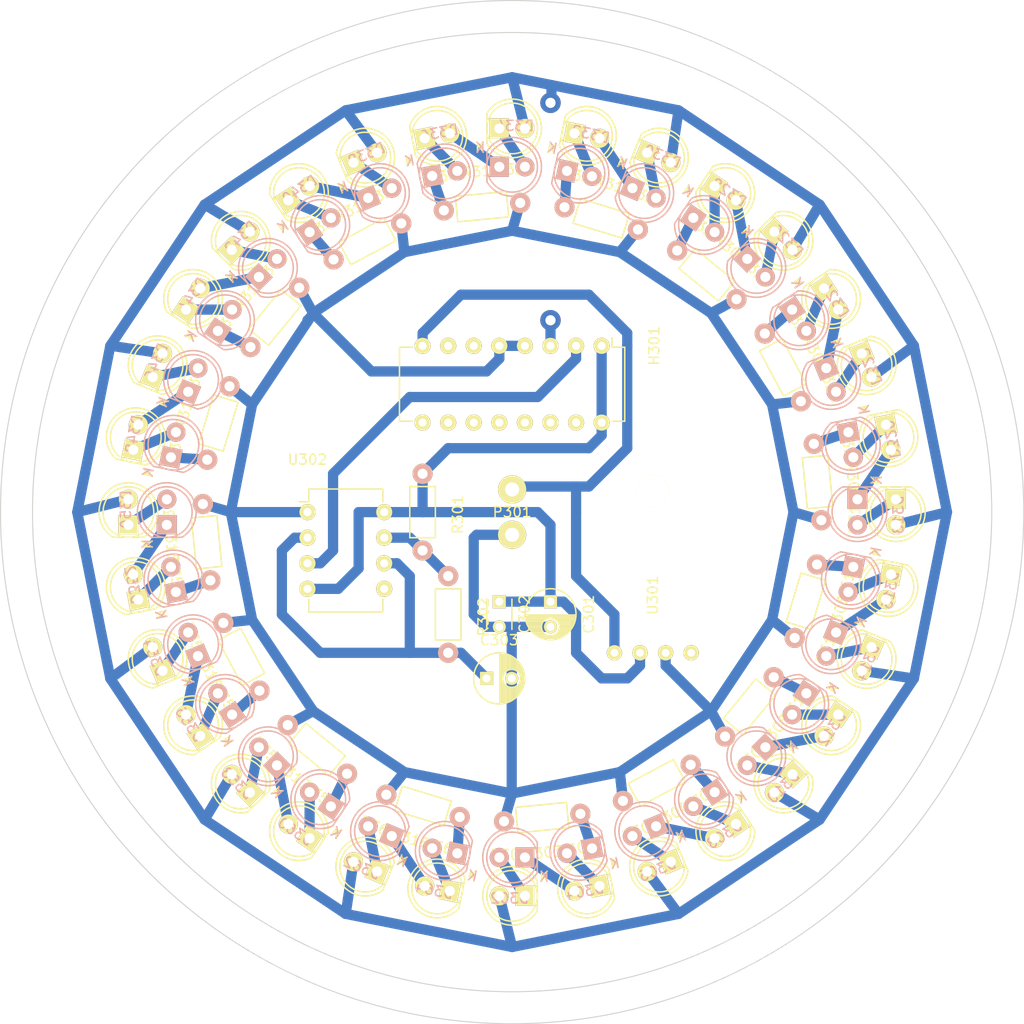
<source format=kicad_pcb>
(kicad_pcb (version 4) (host pcbnew 4.0.0-rc1-stable)

  (general
    (links 120)
    (no_connects 3)
    (area 101.549999 50.749999 203.250001 152.450001)
    (thickness 1.6)
    (drawings 2)
    (tracks 233)
    (zones 0)
    (modules 89)
    (nets 72)
  )

  (page USLetter)
  (layers
    (0 F.Cu signal)
    (31 B.Cu signal)
    (32 B.Adhes user)
    (33 F.Adhes user)
    (34 B.Paste user)
    (35 F.Paste user)
    (36 B.SilkS user)
    (37 F.SilkS user)
    (38 B.Mask user)
    (39 F.Mask user)
    (40 Dwgs.User user)
    (41 Cmts.User user)
    (42 Eco1.User user)
    (43 Eco2.User user)
    (44 Edge.Cuts user)
    (45 Margin user)
    (46 B.CrtYd user)
    (47 F.CrtYd user)
    (48 B.Fab user)
    (49 F.Fab user)
  )

  (setup
    (last_trace_width 0.25)
    (user_trace_width 0.254)
    (user_trace_width 0.508)
    (user_trace_width 1.016)
    (user_trace_width 1.27)
    (user_trace_width 2.032)
    (trace_clearance 0.2)
    (zone_clearance 0.508)
    (zone_45_only no)
    (trace_min 0.2)
    (segment_width 0.2)
    (edge_width 0.1)
    (via_size 0.6)
    (via_drill 0.4)
    (via_min_size 0.4)
    (via_min_drill 0.3)
    (user_via 2.032 1.016)
    (uvia_size 0.3)
    (uvia_drill 0.1)
    (uvias_allowed no)
    (uvia_min_size 0.2)
    (uvia_min_drill 0.1)
    (pcb_text_width 0.3)
    (pcb_text_size 1.5 1.5)
    (mod_edge_width 0.15)
    (mod_text_size 1 1)
    (mod_text_width 0.15)
    (pad_size 4.064 4.064)
    (pad_drill 3.048)
    (pad_to_mask_clearance 0)
    (aux_axis_origin 0 0)
    (grid_origin 152.4 101.6)
    (visible_elements 7FFFFFFF)
    (pcbplotparams
      (layerselection 0x00030_80000001)
      (usegerberextensions false)
      (excludeedgelayer true)
      (linewidth 0.100000)
      (plotframeref false)
      (viasonmask true)
      (mode 1)
      (useauxorigin false)
      (hpglpennumber 1)
      (hpglpenspeed 20)
      (hpglpendiameter 15)
      (hpglpenoverlay 2)
      (psnegative false)
      (psa4output false)
      (plotreference true)
      (plotvalue true)
      (plotinvisibletext false)
      (padsonsilk false)
      (subtractmaskfromsilk false)
      (outputformat 1)
      (mirror false)
      (drillshape 0)
      (scaleselection 1)
      (outputdirectory "TSAL Board/"))
  )

  (net 0 "")
  (net 1 "Net-(R301-Pad2)")
  (net 2 "Net-(D301-Pad1)")
  (net 3 "Net-(D302-Pad1)")
  (net 4 "Net-(D303-Pad1)")
  (net 5 "Net-(D304-Pad1)")
  (net 6 "Net-(D305-Pad1)")
  (net 7 "Net-(D306-Pad1)")
  (net 8 "Net-(D307-Pad1)")
  (net 9 "Net-(D308-Pad1)")
  (net 10 "Net-(D309-Pad1)")
  (net 11 "Net-(D310-Pad1)")
  (net 12 "Net-(D311-Pad1)")
  (net 13 "Net-(D312-Pad1)")
  (net 14 "Net-(D313-Pad1)")
  (net 15 "Net-(D314-Pad1)")
  (net 16 "Net-(D315-Pad1)")
  (net 17 "Net-(D316-Pad1)")
  (net 18 "Net-(D317-Pad1)")
  (net 19 "Net-(D318-Pad1)")
  (net 20 "Net-(D319-Pad1)")
  (net 21 "Net-(D320-Pad1)")
  (net 22 "Net-(D321-Pad1)")
  (net 23 "Net-(D322-Pad1)")
  (net 24 "Net-(D323-Pad1)")
  (net 25 "Net-(D324-Pad1)")
  (net 26 "Net-(D325-Pad1)")
  (net 27 "Net-(D326-Pad1)")
  (net 28 "Net-(D327-Pad1)")
  (net 29 "Net-(D328-Pad1)")
  (net 30 "Net-(D329-Pad1)")
  (net 31 "Net-(D330-Pad1)")
  (net 32 "Net-(D331-Pad1)")
  (net 33 "Net-(D332-Pad1)")
  (net 34 "Net-(H301-Pad2)")
  (net 35 "Net-(D333-Pad1)")
  (net 36 "Net-(D334-Pad1)")
  (net 37 "Net-(D335-Pad1)")
  (net 38 "Net-(D336-Pad1)")
  (net 39 "Net-(D337-Pad1)")
  (net 40 "Net-(D338-Pad1)")
  (net 41 "Net-(D339-Pad1)")
  (net 42 "Net-(D340-Pad1)")
  (net 43 "Net-(D341-Pad1)")
  (net 44 "Net-(D342-Pad1)")
  (net 45 "Net-(D343-Pad1)")
  (net 46 "Net-(D344-Pad1)")
  (net 47 "Net-(D345-Pad1)")
  (net 48 "Net-(D346-Pad1)")
  (net 49 "Net-(D347-Pad1)")
  (net 50 "Net-(D348-Pad1)")
  (net 51 "Net-(D349-Pad1)")
  (net 52 "Net-(D350-Pad1)")
  (net 53 "Net-(D351-Pad1)")
  (net 54 "Net-(D352-Pad1)")
  (net 55 "Net-(D353-Pad1)")
  (net 56 "Net-(D354-Pad1)")
  (net 57 "Net-(D355-Pad1)")
  (net 58 "Net-(D356-Pad1)")
  (net 59 "Net-(D357-Pad1)")
  (net 60 "Net-(D358-Pad1)")
  (net 61 "Net-(D359-Pad1)")
  (net 62 "Net-(D360-Pad1)")
  (net 63 "Net-(D361-Pad1)")
  (net 64 "Net-(D362-Pad1)")
  (net 65 "Net-(D363-Pad1)")
  (net 66 "Net-(D364-Pad1)")
  (net 67 "Net-(C303-Pad1)")
  (net 68 /5V)
  (net 69 /GND)
  (net 70 /OSC)
  (net 71 /12V)

  (net_class Default "This is the default net class."
    (clearance 0.2)
    (trace_width 0.25)
    (via_dia 0.6)
    (via_drill 0.4)
    (uvia_dia 0.3)
    (uvia_drill 0.1)
    (add_net /12V)
    (add_net /5V)
    (add_net /GND)
    (add_net /OSC)
    (add_net "Net-(C303-Pad1)")
    (add_net "Net-(D301-Pad1)")
    (add_net "Net-(D302-Pad1)")
    (add_net "Net-(D303-Pad1)")
    (add_net "Net-(D304-Pad1)")
    (add_net "Net-(D305-Pad1)")
    (add_net "Net-(D306-Pad1)")
    (add_net "Net-(D307-Pad1)")
    (add_net "Net-(D308-Pad1)")
    (add_net "Net-(D309-Pad1)")
    (add_net "Net-(D310-Pad1)")
    (add_net "Net-(D311-Pad1)")
    (add_net "Net-(D312-Pad1)")
    (add_net "Net-(D313-Pad1)")
    (add_net "Net-(D314-Pad1)")
    (add_net "Net-(D315-Pad1)")
    (add_net "Net-(D316-Pad1)")
    (add_net "Net-(D317-Pad1)")
    (add_net "Net-(D318-Pad1)")
    (add_net "Net-(D319-Pad1)")
    (add_net "Net-(D320-Pad1)")
    (add_net "Net-(D321-Pad1)")
    (add_net "Net-(D322-Pad1)")
    (add_net "Net-(D323-Pad1)")
    (add_net "Net-(D324-Pad1)")
    (add_net "Net-(D325-Pad1)")
    (add_net "Net-(D326-Pad1)")
    (add_net "Net-(D327-Pad1)")
    (add_net "Net-(D328-Pad1)")
    (add_net "Net-(D329-Pad1)")
    (add_net "Net-(D330-Pad1)")
    (add_net "Net-(D331-Pad1)")
    (add_net "Net-(D332-Pad1)")
    (add_net "Net-(D333-Pad1)")
    (add_net "Net-(D334-Pad1)")
    (add_net "Net-(D335-Pad1)")
    (add_net "Net-(D336-Pad1)")
    (add_net "Net-(D337-Pad1)")
    (add_net "Net-(D338-Pad1)")
    (add_net "Net-(D339-Pad1)")
    (add_net "Net-(D340-Pad1)")
    (add_net "Net-(D341-Pad1)")
    (add_net "Net-(D342-Pad1)")
    (add_net "Net-(D343-Pad1)")
    (add_net "Net-(D344-Pad1)")
    (add_net "Net-(D345-Pad1)")
    (add_net "Net-(D346-Pad1)")
    (add_net "Net-(D347-Pad1)")
    (add_net "Net-(D348-Pad1)")
    (add_net "Net-(D349-Pad1)")
    (add_net "Net-(D350-Pad1)")
    (add_net "Net-(D351-Pad1)")
    (add_net "Net-(D352-Pad1)")
    (add_net "Net-(D353-Pad1)")
    (add_net "Net-(D354-Pad1)")
    (add_net "Net-(D355-Pad1)")
    (add_net "Net-(D356-Pad1)")
    (add_net "Net-(D357-Pad1)")
    (add_net "Net-(D358-Pad1)")
    (add_net "Net-(D359-Pad1)")
    (add_net "Net-(D360-Pad1)")
    (add_net "Net-(D361-Pad1)")
    (add_net "Net-(D362-Pad1)")
    (add_net "Net-(D363-Pad1)")
    (add_net "Net-(D364-Pad1)")
    (add_net "Net-(H301-Pad2)")
    (add_net "Net-(R301-Pad2)")
  )

  (module Resistors_ThroughHole:Resistor_Horizontal_RM7mm (layer F.Cu) (tedit 569FCF07) (tstamp 570A3C42)
    (at 170.128293 126.684939 208.1)
    (descr "Resistor, Axial,  RM 7.62mm, 1/3W,")
    (tags "Resistor Axial RM 7.62mm 1/3W R3")
    (path /570A6B6C)
    (fp_text reference R304 (at 4.05892 -3.50012 208.1) (layer F.SilkS)
      (effects (font (size 1 1) (thickness 0.15)))
    )
    (fp_text value 180 (at 3.81 3.81 208.1) (layer F.Fab)
      (effects (font (size 1 1) (thickness 0.15)))
    )
    (fp_line (start -1.25 -1.5) (end 8.85 -1.5) (layer F.CrtYd) (width 0.05))
    (fp_line (start -1.25 1.5) (end -1.25 -1.5) (layer F.CrtYd) (width 0.05))
    (fp_line (start 8.85 -1.5) (end 8.85 1.5) (layer F.CrtYd) (width 0.05))
    (fp_line (start -1.25 1.5) (end 8.85 1.5) (layer F.CrtYd) (width 0.05))
    (fp_line (start 1.27 -1.27) (end 6.35 -1.27) (layer F.SilkS) (width 0.15))
    (fp_line (start 6.35 -1.27) (end 6.35 1.27) (layer F.SilkS) (width 0.15))
    (fp_line (start 6.35 1.27) (end 1.27 1.27) (layer F.SilkS) (width 0.15))
    (fp_line (start 1.27 1.27) (end 1.27 -1.27) (layer F.SilkS) (width 0.15))
    (pad 1 thru_hole circle (at 0 0 208.1) (size 1.99898 1.99898) (drill 1.00076) (layers *.Cu *.SilkS *.Mask)
      (net 9 "Net-(D308-Pad1)"))
    (pad 2 thru_hole circle (at 7.62 0 208.1) (size 1.99898 1.99898) (drill 1.00076) (layers *.Cu *.SilkS *.Mask)
      (net 69 /GND))
  )

  (module "Molex MiniFit Jr:Molex_39-28-8020" (layer F.Cu) (tedit 570A34AE) (tstamp 570A3756)
    (at 152.4 101.6)
    (path /570D7D07)
    (fp_text reference P301 (at 0 0) (layer F.SilkS)
      (effects (font (size 1 1) (thickness 0.15)))
    )
    (fp_text value CONN_01X02 (at 0 -0.5) (layer F.Fab)
      (effects (font (size 1 1) (thickness 0.15)))
    )
    (fp_line (start 1.6 4.8) (end 1.6 6.2) (layer F.CrtYd) (width 0.15))
    (fp_line (start 1.6 6.2) (end -1.8 6.2) (layer F.CrtYd) (width 0.15))
    (fp_line (start -1.8 6.2) (end -1.8 4.8) (layer F.CrtYd) (width 0.15))
    (fp_line (start -2.7 4.8) (end -2.7 -4.8) (layer F.CrtYd) (width 0.15))
    (fp_line (start -2.7 -4.8) (end 2.7 -4.8) (layer F.CrtYd) (width 0.15))
    (fp_line (start 2.7 -4.8) (end 2.7 4.8) (layer F.CrtYd) (width 0.15))
    (fp_line (start 2.7 4.8) (end -2.7 4.8) (layer F.CrtYd) (width 0.15))
    (pad 1 thru_hole circle (at 0 -2.25) (size 2.8 2.8) (drill 1.4) (layers *.Cu *.Mask F.SilkS)
      (net 71 /12V))
    (pad 2 thru_hole circle (at 0 2.25) (size 2.8 2.8) (drill 1.4) (layers *.Cu *.Mask F.SilkS)
      (net 69 /GND))
  )

  (module Resistors_ThroughHole:Resistor_Horizontal_RM7mm (layer F.Cu) (tedit 569FCF07) (tstamp 570A3764)
    (at 143.51 97.79 270)
    (descr "Resistor, Axial,  RM 7.62mm, 1/3W,")
    (tags "Resistor Axial RM 7.62mm 1/3W R3")
    (path /571D8B62)
    (fp_text reference R301 (at 4.05892 -3.50012 270) (layer F.SilkS)
      (effects (font (size 1 1) (thickness 0.15)))
    )
    (fp_text value 15K (at 3.81 3.81 270) (layer F.Fab)
      (effects (font (size 1 1) (thickness 0.15)))
    )
    (fp_line (start -1.25 -1.5) (end 8.85 -1.5) (layer F.CrtYd) (width 0.05))
    (fp_line (start -1.25 1.5) (end -1.25 -1.5) (layer F.CrtYd) (width 0.05))
    (fp_line (start 8.85 -1.5) (end 8.85 1.5) (layer F.CrtYd) (width 0.05))
    (fp_line (start -1.25 1.5) (end 8.85 1.5) (layer F.CrtYd) (width 0.05))
    (fp_line (start 1.27 -1.27) (end 6.35 -1.27) (layer F.SilkS) (width 0.15))
    (fp_line (start 6.35 -1.27) (end 6.35 1.27) (layer F.SilkS) (width 0.15))
    (fp_line (start 6.35 1.27) (end 1.27 1.27) (layer F.SilkS) (width 0.15))
    (fp_line (start 1.27 1.27) (end 1.27 -1.27) (layer F.SilkS) (width 0.15))
    (pad 1 thru_hole circle (at 0 0 270) (size 1.99898 1.99898) (drill 1.00076) (layers *.Cu *.SilkS *.Mask)
      (net 68 /5V))
    (pad 2 thru_hole circle (at 7.62 0 270) (size 1.99898 1.99898) (drill 1.00076) (layers *.Cu *.SilkS *.Mask)
      (net 1 "Net-(R301-Pad2)"))
  )

  (module Resistors_ThroughHole:Resistor_Horizontal_RM7mm (layer F.Cu) (tedit 569FCF07) (tstamp 570A3772)
    (at 146.05 107.95 270)
    (descr "Resistor, Axial,  RM 7.62mm, 1/3W,")
    (tags "Resistor Axial RM 7.62mm 1/3W R3")
    (path /571D8B54)
    (fp_text reference R302 (at 4.05892 -3.50012 270) (layer F.SilkS)
      (effects (font (size 1 1) (thickness 0.15)))
    )
    (fp_text value 15K (at 3.81 3.81 270) (layer F.Fab)
      (effects (font (size 1 1) (thickness 0.15)))
    )
    (fp_line (start -1.25 -1.5) (end 8.85 -1.5) (layer F.CrtYd) (width 0.05))
    (fp_line (start -1.25 1.5) (end -1.25 -1.5) (layer F.CrtYd) (width 0.05))
    (fp_line (start 8.85 -1.5) (end 8.85 1.5) (layer F.CrtYd) (width 0.05))
    (fp_line (start -1.25 1.5) (end 8.85 1.5) (layer F.CrtYd) (width 0.05))
    (fp_line (start 1.27 -1.27) (end 6.35 -1.27) (layer F.SilkS) (width 0.15))
    (fp_line (start 6.35 -1.27) (end 6.35 1.27) (layer F.SilkS) (width 0.15))
    (fp_line (start 6.35 1.27) (end 1.27 1.27) (layer F.SilkS) (width 0.15))
    (fp_line (start 1.27 1.27) (end 1.27 -1.27) (layer F.SilkS) (width 0.15))
    (pad 1 thru_hole circle (at 0 0 270) (size 1.99898 1.99898) (drill 1.00076) (layers *.Cu *.SilkS *.Mask)
      (net 1 "Net-(R301-Pad2)"))
    (pad 2 thru_hole circle (at 7.62 0 270) (size 1.99898 1.99898) (drill 1.00076) (layers *.Cu *.SilkS *.Mask)
      (net 67 "Net-(C303-Pad1)"))
  )

  (module LEDs:LED-5MM (layer F.Cu) (tedit 5570F7EA) (tstamp 570A3AB2)
    (at 153.67 139.7 180)
    (descr "LED 5mm round vertical")
    (tags "LED 5mm round vertical")
    (path /570A5E4D)
    (fp_text reference D301 (at 1.524 4.064 180) (layer F.SilkS)
      (effects (font (size 1 1) (thickness 0.15)))
    )
    (fp_text value Led_Small (at 1.524 -3.937 180) (layer F.Fab)
      (effects (font (size 1 1) (thickness 0.15)))
    )
    (fp_line (start -1.5 -1.55) (end -1.5 1.55) (layer F.CrtYd) (width 0.05))
    (fp_arc (start 1.3 0) (end -1.5 1.55) (angle -302) (layer F.CrtYd) (width 0.05))
    (fp_arc (start 1.27 0) (end -1.23 -1.5) (angle 297.5) (layer F.SilkS) (width 0.15))
    (fp_line (start -1.23 1.5) (end -1.23 -1.5) (layer F.SilkS) (width 0.15))
    (fp_circle (center 1.27 0) (end 0.97 -2.5) (layer F.SilkS) (width 0.15))
    (fp_text user K (at -1.905 1.905 180) (layer F.SilkS)
      (effects (font (size 1 1) (thickness 0.15)))
    )
    (pad 1 thru_hole rect (at 0 0 270) (size 2 1.9) (drill 1.00076) (layers *.Cu *.Mask F.SilkS)
      (net 2 "Net-(D301-Pad1)"))
    (pad 2 thru_hole circle (at 2.54 0 180) (size 1.9 1.9) (drill 1.00076) (layers *.Cu *.Mask F.SilkS)
      (net 70 /OSC))
    (model LEDs.3dshapes/LED-5MM.wrl
      (at (xyz 0.05 0 0))
      (scale (xyz 1 1 1))
      (rotate (xyz 0 0 90))
    )
  )

  (module LEDs:LED-5MM (layer B.Cu) (tedit 5570F7EA) (tstamp 570A3ABE)
    (at 153.67 135.89 180)
    (descr "LED 5mm round vertical")
    (tags "LED 5mm round vertical")
    (path /570A5EA8)
    (fp_text reference D302 (at 1.524 -4.064 180) (layer B.SilkS)
      (effects (font (size 1 1) (thickness 0.15)) (justify mirror))
    )
    (fp_text value Led_Small (at 1.524 3.937 180) (layer B.Fab)
      (effects (font (size 1 1) (thickness 0.15)) (justify mirror))
    )
    (fp_line (start -1.5 1.55) (end -1.5 -1.55) (layer B.CrtYd) (width 0.05))
    (fp_arc (start 1.3 0) (end -1.5 -1.55) (angle 302) (layer B.CrtYd) (width 0.05))
    (fp_arc (start 1.27 0) (end -1.23 1.5) (angle -297.5) (layer B.SilkS) (width 0.15))
    (fp_line (start -1.23 -1.5) (end -1.23 1.5) (layer B.SilkS) (width 0.15))
    (fp_circle (center 1.27 0) (end 0.97 2.5) (layer B.SilkS) (width 0.15))
    (fp_text user K (at -1.905 -1.905 180) (layer B.SilkS)
      (effects (font (size 1 1) (thickness 0.15)) (justify mirror))
    )
    (pad 1 thru_hole rect (at 0 0 90) (size 2 1.9) (drill 1.00076) (layers *.Cu *.Mask B.SilkS)
      (net 3 "Net-(D302-Pad1)"))
    (pad 2 thru_hole circle (at 2.54 0 180) (size 1.9 1.9) (drill 1.00076) (layers *.Cu *.Mask B.SilkS)
      (net 2 "Net-(D301-Pad1)"))
    (model LEDs.3dshapes/LED-5MM.wrl
      (at (xyz 0.05 0 0))
      (scale (xyz 1 1 1))
      (rotate (xyz 0 0 90))
    )
  )

  (module LEDs:LED-5MM (layer F.Cu) (tedit 5570F7EA) (tstamp 570A3ACA)
    (at 161.078539 138.720154 191.2)
    (descr "LED 5mm round vertical")
    (tags "LED 5mm round vertical")
    (path /570A6252)
    (fp_text reference D303 (at 1.524 4.064 191.2) (layer F.SilkS)
      (effects (font (size 1 1) (thickness 0.15)))
    )
    (fp_text value Led_Small (at 1.524 -3.937 191.2) (layer F.Fab)
      (effects (font (size 1 1) (thickness 0.15)))
    )
    (fp_line (start -1.5 -1.55) (end -1.5 1.55) (layer F.CrtYd) (width 0.05))
    (fp_arc (start 1.3 0) (end -1.5 1.55) (angle -302) (layer F.CrtYd) (width 0.05))
    (fp_arc (start 1.27 0) (end -1.23 -1.5) (angle 297.5) (layer F.SilkS) (width 0.15))
    (fp_line (start -1.23 1.5) (end -1.23 -1.5) (layer F.SilkS) (width 0.15))
    (fp_circle (center 1.27 0) (end 0.97 -2.5) (layer F.SilkS) (width 0.15))
    (fp_text user K (at -1.905 1.905 191.2) (layer F.SilkS)
      (effects (font (size 1 1) (thickness 0.15)))
    )
    (pad 1 thru_hole rect (at 0 0 281.2) (size 2 1.9) (drill 1.00076) (layers *.Cu *.Mask F.SilkS)
      (net 4 "Net-(D303-Pad1)"))
    (pad 2 thru_hole circle (at 2.54 0 191.2) (size 1.9 1.9) (drill 1.00076) (layers *.Cu *.Mask F.SilkS)
      (net 3 "Net-(D302-Pad1)"))
    (model LEDs.3dshapes/LED-5MM.wrl
      (at (xyz 0.05 0 0))
      (scale (xyz 1 1 1))
      (rotate (xyz 0 0 90))
    )
  )

  (module LEDs:LED-5MM (layer B.Cu) (tedit 5570F7EA) (tstamp 570A3AD6)
    (at 160.335244 134.983363 191.2)
    (descr "LED 5mm round vertical")
    (tags "LED 5mm round vertical")
    (path /570A6258)
    (fp_text reference D304 (at 1.524 -4.064 191.2) (layer B.SilkS)
      (effects (font (size 1 1) (thickness 0.15)) (justify mirror))
    )
    (fp_text value Led_Small (at 1.524 3.937 191.2) (layer B.Fab)
      (effects (font (size 1 1) (thickness 0.15)) (justify mirror))
    )
    (fp_line (start -1.5 1.55) (end -1.5 -1.55) (layer B.CrtYd) (width 0.05))
    (fp_arc (start 1.3 0) (end -1.5 -1.55) (angle 302) (layer B.CrtYd) (width 0.05))
    (fp_arc (start 1.27 0) (end -1.23 1.5) (angle -297.5) (layer B.SilkS) (width 0.15))
    (fp_line (start -1.23 -1.5) (end -1.23 1.5) (layer B.SilkS) (width 0.15))
    (fp_circle (center 1.27 0) (end 0.97 2.5) (layer B.SilkS) (width 0.15))
    (fp_text user K (at -1.905 -1.904999 191.2) (layer B.SilkS)
      (effects (font (size 1 1) (thickness 0.15)) (justify mirror))
    )
    (pad 1 thru_hole rect (at 0 0 101.2) (size 2 1.9) (drill 1.00076) (layers *.Cu *.Mask B.SilkS)
      (net 5 "Net-(D304-Pad1)"))
    (pad 2 thru_hole circle (at 2.54 0 191.2) (size 1.9 1.9) (drill 1.00076) (layers *.Cu *.Mask B.SilkS)
      (net 4 "Net-(D303-Pad1)"))
    (model LEDs.3dshapes/LED-5MM.wrl
      (at (xyz 0.05 0 0))
      (scale (xyz 1 1 1))
      (rotate (xyz 0 0 90))
    )
  )

  (module LEDs:LED-5MM (layer F.Cu) (tedit 5570F7EA) (tstamp 570A3AE2)
    (at 168.153566 136.313802 202.5)
    (descr "LED 5mm round vertical")
    (tags "LED 5mm round vertical")
    (path /570A647F)
    (fp_text reference D305 (at 1.524 4.064 202.5) (layer F.SilkS)
      (effects (font (size 1 1) (thickness 0.15)))
    )
    (fp_text value Led_Small (at 1.524 -3.937001 202.5) (layer F.Fab)
      (effects (font (size 1 1) (thickness 0.15)))
    )
    (fp_line (start -1.5 -1.55) (end -1.5 1.55) (layer F.CrtYd) (width 0.05))
    (fp_arc (start 1.3 0) (end -1.5 1.55) (angle -302) (layer F.CrtYd) (width 0.05))
    (fp_arc (start 1.27 0) (end -1.23 -1.5) (angle 297.5) (layer F.SilkS) (width 0.15))
    (fp_line (start -1.23 1.5) (end -1.23 -1.5) (layer F.SilkS) (width 0.15))
    (fp_circle (center 1.27 0) (end 0.97 -2.5) (layer F.SilkS) (width 0.15))
    (fp_text user K (at -1.904999 1.905 202.5) (layer F.SilkS)
      (effects (font (size 1 1) (thickness 0.15)))
    )
    (pad 1 thru_hole rect (at 0 0 292.5) (size 2 1.9) (drill 1.00076) (layers *.Cu *.Mask F.SilkS)
      (net 6 "Net-(D305-Pad1)"))
    (pad 2 thru_hole circle (at 2.54 0 202.5) (size 1.9 1.9) (drill 1.00076) (layers *.Cu *.Mask F.SilkS)
      (net 70 /OSC))
    (model LEDs.3dshapes/LED-5MM.wrl
      (at (xyz 0.05 0 0))
      (scale (xyz 1 1 1))
      (rotate (xyz 0 0 90))
    )
  )

  (module LEDs:LED-5MM (layer B.Cu) (tedit 5570F7EA) (tstamp 570A3AEE)
    (at 166.695542 132.793821 202.5)
    (descr "LED 5mm round vertical")
    (tags "LED 5mm round vertical")
    (path /570A6485)
    (fp_text reference D306 (at 1.524 -4.064 202.5) (layer B.SilkS)
      (effects (font (size 1 1) (thickness 0.15)) (justify mirror))
    )
    (fp_text value Led_Small (at 1.524 3.937 202.5) (layer B.Fab)
      (effects (font (size 1 1) (thickness 0.15)) (justify mirror))
    )
    (fp_line (start -1.5 1.55) (end -1.5 -1.55) (layer B.CrtYd) (width 0.05))
    (fp_arc (start 1.3 0) (end -1.5 -1.55) (angle 302) (layer B.CrtYd) (width 0.05))
    (fp_arc (start 1.27 0) (end -1.23 1.5) (angle -297.5) (layer B.SilkS) (width 0.15))
    (fp_line (start -1.23 -1.5) (end -1.23 1.5) (layer B.SilkS) (width 0.15))
    (fp_circle (center 1.27 0) (end 0.97 2.5) (layer B.SilkS) (width 0.15))
    (fp_text user K (at -1.905 -1.905 202.5) (layer B.SilkS)
      (effects (font (size 1 1) (thickness 0.15)) (justify mirror))
    )
    (pad 1 thru_hole rect (at 0 0 112.5) (size 2 1.9) (drill 1.00076) (layers *.Cu *.Mask B.SilkS)
      (net 7 "Net-(D306-Pad1)"))
    (pad 2 thru_hole circle (at 2.54 0 202.5) (size 1.9 1.9) (drill 1.00076) (layers *.Cu *.Mask B.SilkS)
      (net 6 "Net-(D305-Pad1)"))
    (model LEDs.3dshapes/LED-5MM.wrl
      (at (xyz 0.05 0 0))
      (scale (xyz 1 1 1))
      (rotate (xyz 0 0 90))
    )
  )

  (module LEDs:LED-5MM (layer F.Cu) (tedit 5570F7EA) (tstamp 570A3AFA)
    (at 174.623192 132.573418 213.7)
    (descr "LED 5mm round vertical")
    (tags "LED 5mm round vertical")
    (path /570A648C)
    (fp_text reference D307 (at 1.524 4.064 213.7) (layer F.SilkS)
      (effects (font (size 1 1) (thickness 0.15)))
    )
    (fp_text value Led_Small (at 1.524 -3.937 213.7) (layer F.Fab)
      (effects (font (size 1 1) (thickness 0.15)))
    )
    (fp_line (start -1.5 -1.55) (end -1.5 1.55) (layer F.CrtYd) (width 0.05))
    (fp_arc (start 1.3 0) (end -1.5 1.55) (angle -302) (layer F.CrtYd) (width 0.05))
    (fp_arc (start 1.27 0) (end -1.23 -1.5) (angle 297.5) (layer F.SilkS) (width 0.15))
    (fp_line (start -1.23 1.5) (end -1.23 -1.5) (layer F.SilkS) (width 0.15))
    (fp_circle (center 1.27 0) (end 0.97 -2.5) (layer F.SilkS) (width 0.15))
    (fp_text user K (at -1.905 1.905 213.7) (layer F.SilkS)
      (effects (font (size 1 1) (thickness 0.15)))
    )
    (pad 1 thru_hole rect (at 0 0 303.7) (size 2 1.9) (drill 1.00076) (layers *.Cu *.Mask F.SilkS)
      (net 8 "Net-(D307-Pad1)"))
    (pad 2 thru_hole circle (at 2.54 0 213.7) (size 1.9 1.9) (drill 1.00076) (layers *.Cu *.Mask F.SilkS)
      (net 7 "Net-(D306-Pad1)"))
    (model LEDs.3dshapes/LED-5MM.wrl
      (at (xyz 0.05 0 0))
      (scale (xyz 1 1 1))
      (rotate (xyz 0 0 90))
    )
  )

  (module LEDs:LED-5MM (layer B.Cu) (tedit 5570F7EA) (tstamp 570A3B06)
    (at 172.50647 129.405519 213.7)
    (descr "LED 5mm round vertical")
    (tags "LED 5mm round vertical")
    (path /570A6492)
    (fp_text reference D308 (at 1.524 -4.064 213.7) (layer B.SilkS)
      (effects (font (size 1 1) (thickness 0.15)) (justify mirror))
    )
    (fp_text value Led_Small (at 1.524 3.937 213.7) (layer B.Fab)
      (effects (font (size 1 1) (thickness 0.15)) (justify mirror))
    )
    (fp_line (start -1.5 1.55) (end -1.5 -1.55) (layer B.CrtYd) (width 0.05))
    (fp_arc (start 1.3 0) (end -1.5 -1.55) (angle 302) (layer B.CrtYd) (width 0.05))
    (fp_arc (start 1.27 0) (end -1.23 1.5) (angle -297.5) (layer B.SilkS) (width 0.15))
    (fp_line (start -1.23 -1.5) (end -1.23 1.5) (layer B.SilkS) (width 0.15))
    (fp_circle (center 1.27 0) (end 0.97 2.5) (layer B.SilkS) (width 0.15))
    (fp_text user K (at -1.905 -1.905 213.7) (layer B.SilkS)
      (effects (font (size 1 1) (thickness 0.15)) (justify mirror))
    )
    (pad 1 thru_hole rect (at 0 0 123.7) (size 2 1.9) (drill 1.00076) (layers *.Cu *.Mask B.SilkS)
      (net 9 "Net-(D308-Pad1)"))
    (pad 2 thru_hole circle (at 2.54 0 213.7) (size 1.9 1.9) (drill 1.00076) (layers *.Cu *.Mask B.SilkS)
      (net 8 "Net-(D307-Pad1)"))
    (model LEDs.3dshapes/LED-5MM.wrl
      (at (xyz 0.05 0 0))
      (scale (xyz 1 1 1))
      (rotate (xyz 0 0 90))
    )
  )

  (module LEDs:LED-5MM (layer F.Cu) (tedit 5570F7EA) (tstamp 570A3B12)
    (at 180.238794 127.642743 225)
    (descr "LED 5mm round vertical")
    (tags "LED 5mm round vertical")
    (path /570A6549)
    (fp_text reference D309 (at 1.524 4.064 225) (layer F.SilkS)
      (effects (font (size 1 1) (thickness 0.15)))
    )
    (fp_text value Led_Small (at 1.524 -3.937 225) (layer F.Fab)
      (effects (font (size 1 1) (thickness 0.15)))
    )
    (fp_line (start -1.5 -1.55) (end -1.5 1.55) (layer F.CrtYd) (width 0.05))
    (fp_arc (start 1.3 0) (end -1.5 1.55) (angle -302) (layer F.CrtYd) (width 0.05))
    (fp_arc (start 1.27 0) (end -1.23 -1.5) (angle 297.5) (layer F.SilkS) (width 0.15))
    (fp_line (start -1.23 1.5) (end -1.23 -1.5) (layer F.SilkS) (width 0.15))
    (fp_circle (center 1.27 0) (end 0.97 -2.5) (layer F.SilkS) (width 0.15))
    (fp_text user K (at -1.905 1.905 225) (layer F.SilkS)
      (effects (font (size 1 1) (thickness 0.15)))
    )
    (pad 1 thru_hole rect (at 0 0 315) (size 2 1.9) (drill 1.00076) (layers *.Cu *.Mask F.SilkS)
      (net 10 "Net-(D309-Pad1)"))
    (pad 2 thru_hole circle (at 2.54 0 225) (size 1.9 1.9) (drill 1.00076) (layers *.Cu *.Mask F.SilkS)
      (net 70 /OSC))
    (model LEDs.3dshapes/LED-5MM.wrl
      (at (xyz 0.05 0 0))
      (scale (xyz 1 1 1))
      (rotate (xyz 0 0 90))
    )
  )

  (module LEDs:LED-5MM (layer B.Cu) (tedit 5570F7EA) (tstamp 570A3B1E)
    (at 177.544717 124.948666 225)
    (descr "LED 5mm round vertical")
    (tags "LED 5mm round vertical")
    (path /570A654F)
    (fp_text reference D310 (at 1.524 -4.064 225) (layer B.SilkS)
      (effects (font (size 1 1) (thickness 0.15)) (justify mirror))
    )
    (fp_text value Led_Small (at 1.524 3.937 225) (layer B.Fab)
      (effects (font (size 1 1) (thickness 0.15)) (justify mirror))
    )
    (fp_line (start -1.5 1.55) (end -1.5 -1.55) (layer B.CrtYd) (width 0.05))
    (fp_arc (start 1.3 0) (end -1.5 -1.55) (angle 302) (layer B.CrtYd) (width 0.05))
    (fp_arc (start 1.27 0) (end -1.23 1.5) (angle -297.5) (layer B.SilkS) (width 0.15))
    (fp_line (start -1.23 -1.5) (end -1.23 1.5) (layer B.SilkS) (width 0.15))
    (fp_circle (center 1.27 0) (end 0.97 2.5) (layer B.SilkS) (width 0.15))
    (fp_text user K (at -1.905 -1.905 225) (layer B.SilkS)
      (effects (font (size 1 1) (thickness 0.15)) (justify mirror))
    )
    (pad 1 thru_hole rect (at 0 0 135) (size 2 1.9) (drill 1.00076) (layers *.Cu *.Mask B.SilkS)
      (net 11 "Net-(D310-Pad1)"))
    (pad 2 thru_hole circle (at 2.54 0 225) (size 1.9 1.9) (drill 1.00076) (layers *.Cu *.Mask B.SilkS)
      (net 10 "Net-(D309-Pad1)"))
    (model LEDs.3dshapes/LED-5MM.wrl
      (at (xyz 0.05 0 0))
      (scale (xyz 1 1 1))
      (rotate (xyz 0 0 90))
    )
  )

  (module LEDs:LED-5MM (layer F.Cu) (tedit 5570F7EA) (tstamp 570A3B2A)
    (at 184.784566 121.711259 236.2)
    (descr "LED 5mm round vertical")
    (tags "LED 5mm round vertical")
    (path /570A6556)
    (fp_text reference D311 (at 1.524 4.064001 236.2) (layer F.SilkS)
      (effects (font (size 1 1) (thickness 0.15)))
    )
    (fp_text value Led_Small (at 1.524 -3.937 236.2) (layer F.Fab)
      (effects (font (size 1 1) (thickness 0.15)))
    )
    (fp_line (start -1.5 -1.55) (end -1.5 1.55) (layer F.CrtYd) (width 0.05))
    (fp_arc (start 1.3 0) (end -1.5 1.55) (angle -302) (layer F.CrtYd) (width 0.05))
    (fp_arc (start 1.27 0) (end -1.23 -1.5) (angle 297.5) (layer F.SilkS) (width 0.15))
    (fp_line (start -1.23 1.5) (end -1.23 -1.5) (layer F.SilkS) (width 0.15))
    (fp_circle (center 1.27 0) (end 0.97 -2.5) (layer F.SilkS) (width 0.15))
    (fp_text user K (at -1.905 1.905 236.2) (layer F.SilkS)
      (effects (font (size 1 1) (thickness 0.15)))
    )
    (pad 1 thru_hole rect (at 0 0 326.2) (size 2 1.9) (drill 1.00076) (layers *.Cu *.Mask F.SilkS)
      (net 12 "Net-(D311-Pad1)"))
    (pad 2 thru_hole circle (at 2.54 0 236.2) (size 1.9 1.9) (drill 1.00076) (layers *.Cu *.Mask F.SilkS)
      (net 11 "Net-(D310-Pad1)"))
    (model LEDs.3dshapes/LED-5MM.wrl
      (at (xyz 0.05 0 0))
      (scale (xyz 1 1 1))
      (rotate (xyz 0 0 90))
    )
  )

  (module LEDs:LED-5MM (layer B.Cu) (tedit 5570F7EA) (tstamp 570A3B36)
    (at 181.616667 119.594537 236.2)
    (descr "LED 5mm round vertical")
    (tags "LED 5mm round vertical")
    (path /570A655C)
    (fp_text reference D312 (at 1.524 -4.064 236.2) (layer B.SilkS)
      (effects (font (size 1 1) (thickness 0.15)) (justify mirror))
    )
    (fp_text value Led_Small (at 1.524 3.937 236.2) (layer B.Fab)
      (effects (font (size 1 1) (thickness 0.15)) (justify mirror))
    )
    (fp_line (start -1.5 1.55) (end -1.5 -1.55) (layer B.CrtYd) (width 0.05))
    (fp_arc (start 1.3 0) (end -1.5 -1.55) (angle 302) (layer B.CrtYd) (width 0.05))
    (fp_arc (start 1.27 0) (end -1.23 1.5) (angle -297.5) (layer B.SilkS) (width 0.15))
    (fp_line (start -1.23 -1.5) (end -1.23 1.5) (layer B.SilkS) (width 0.15))
    (fp_circle (center 1.27 0) (end 0.97 2.5) (layer B.SilkS) (width 0.15))
    (fp_text user K (at -1.905001 -1.905 236.2) (layer B.SilkS)
      (effects (font (size 1 1) (thickness 0.15)) (justify mirror))
    )
    (pad 1 thru_hole rect (at 0 0 146.2) (size 2 1.9) (drill 1.00076) (layers *.Cu *.Mask B.SilkS)
      (net 13 "Net-(D312-Pad1)"))
    (pad 2 thru_hole circle (at 2.54 0 236.2) (size 1.9 1.9) (drill 1.00076) (layers *.Cu *.Mask B.SilkS)
      (net 12 "Net-(D311-Pad1)"))
    (model LEDs.3dshapes/LED-5MM.wrl
      (at (xyz 0.05 0 0))
      (scale (xyz 1 1 1))
      (rotate (xyz 0 0 90))
    )
  )

  (module LEDs:LED-5MM (layer F.Cu) (tedit 5570F7EA) (tstamp 570A3B42)
    (at 188.085818 115.006912 247.5)
    (descr "LED 5mm round vertical")
    (tags "LED 5mm round vertical")
    (path /570A6564)
    (fp_text reference D313 (at 1.524 4.064 247.5) (layer F.SilkS)
      (effects (font (size 1 1) (thickness 0.15)))
    )
    (fp_text value Led_Small (at 1.524 -3.937 247.5) (layer F.Fab)
      (effects (font (size 1 1) (thickness 0.15)))
    )
    (fp_line (start -1.5 -1.55) (end -1.5 1.55) (layer F.CrtYd) (width 0.05))
    (fp_arc (start 1.3 0) (end -1.5 1.55) (angle -302) (layer F.CrtYd) (width 0.05))
    (fp_arc (start 1.27 0) (end -1.23 -1.5) (angle 297.5) (layer F.SilkS) (width 0.15))
    (fp_line (start -1.23 1.5) (end -1.23 -1.5) (layer F.SilkS) (width 0.15))
    (fp_circle (center 1.27 0) (end 0.97 -2.5) (layer F.SilkS) (width 0.15))
    (fp_text user K (at -1.905 1.905 247.5) (layer F.SilkS)
      (effects (font (size 1 1) (thickness 0.15)))
    )
    (pad 1 thru_hole rect (at 0 0 337.5) (size 2 1.9) (drill 1.00076) (layers *.Cu *.Mask F.SilkS)
      (net 14 "Net-(D313-Pad1)"))
    (pad 2 thru_hole circle (at 2.54 0 247.5) (size 1.9 1.9) (drill 1.00076) (layers *.Cu *.Mask F.SilkS)
      (net 70 /OSC))
    (model LEDs.3dshapes/LED-5MM.wrl
      (at (xyz 0.05 0 0))
      (scale (xyz 1 1 1))
      (rotate (xyz 0 0 90))
    )
  )

  (module LEDs:LED-5MM (layer B.Cu) (tedit 5570F7EA) (tstamp 570A3B4E)
    (at 184.565837 113.548888 247.5)
    (descr "LED 5mm round vertical")
    (tags "LED 5mm round vertical")
    (path /570A656A)
    (fp_text reference D314 (at 1.524 -4.064 247.5) (layer B.SilkS)
      (effects (font (size 1 1) (thickness 0.15)) (justify mirror))
    )
    (fp_text value Led_Small (at 1.524 3.937 247.5) (layer B.Fab)
      (effects (font (size 1 1) (thickness 0.15)) (justify mirror))
    )
    (fp_line (start -1.5 1.55) (end -1.5 -1.55) (layer B.CrtYd) (width 0.05))
    (fp_arc (start 1.3 0) (end -1.5 -1.55) (angle 302) (layer B.CrtYd) (width 0.05))
    (fp_arc (start 1.27 0) (end -1.23 1.5) (angle -297.5) (layer B.SilkS) (width 0.15))
    (fp_line (start -1.23 -1.5) (end -1.23 1.5) (layer B.SilkS) (width 0.15))
    (fp_circle (center 1.27 0) (end 0.97 2.5) (layer B.SilkS) (width 0.15))
    (fp_text user K (at -1.905 -1.905 247.5) (layer B.SilkS)
      (effects (font (size 1 1) (thickness 0.15)) (justify mirror))
    )
    (pad 1 thru_hole rect (at 0 0 157.5) (size 2 1.9) (drill 1.00076) (layers *.Cu *.Mask B.SilkS)
      (net 15 "Net-(D314-Pad1)"))
    (pad 2 thru_hole circle (at 2.54 0 247.5) (size 1.9 1.9) (drill 1.00076) (layers *.Cu *.Mask B.SilkS)
      (net 14 "Net-(D313-Pad1)"))
    (model LEDs.3dshapes/LED-5MM.wrl
      (at (xyz 0.05 0 0))
      (scale (xyz 1 1 1))
      (rotate (xyz 0 0 90))
    )
  )

  (module LEDs:LED-5MM (layer B.Cu) (tedit 5570F7EA) (tstamp 570A3B66)
    (at 186.278892 107.04405 258.7)
    (descr "LED 5mm round vertical")
    (tags "LED 5mm round vertical")
    (path /570A6577)
    (fp_text reference D316 (at 1.524 -4.064 258.7) (layer B.SilkS)
      (effects (font (size 1 1) (thickness 0.15)) (justify mirror))
    )
    (fp_text value Led_Small (at 1.524 3.937 258.7) (layer B.Fab)
      (effects (font (size 1 1) (thickness 0.15)) (justify mirror))
    )
    (fp_line (start -1.5 1.55) (end -1.5 -1.55) (layer B.CrtYd) (width 0.05))
    (fp_arc (start 1.3 0) (end -1.5 -1.55) (angle 302) (layer B.CrtYd) (width 0.05))
    (fp_arc (start 1.27 0) (end -1.23 1.5) (angle -297.5) (layer B.SilkS) (width 0.15))
    (fp_line (start -1.23 -1.5) (end -1.23 1.5) (layer B.SilkS) (width 0.15))
    (fp_circle (center 1.27 0) (end 0.97 2.5) (layer B.SilkS) (width 0.15))
    (fp_text user K (at -1.905 -1.905 258.7) (layer B.SilkS)
      (effects (font (size 1 1) (thickness 0.15)) (justify mirror))
    )
    (pad 1 thru_hole rect (at 0 0 168.7) (size 2 1.9) (drill 1.00076) (layers *.Cu *.Mask B.SilkS)
      (net 17 "Net-(D316-Pad1)"))
    (pad 2 thru_hole circle (at 2.54 0 258.7) (size 1.9 1.9) (drill 1.00076) (layers *.Cu *.Mask B.SilkS)
      (net 16 "Net-(D315-Pad1)"))
    (model LEDs.3dshapes/LED-5MM.wrl
      (at (xyz 0.05 0 0))
      (scale (xyz 1 1 1))
      (rotate (xyz 0 0 90))
    )
  )

  (module LEDs:LED-5MM (layer F.Cu) (tedit 5570F7EA) (tstamp 570A3B72)
    (at 190.5 100.33 270)
    (descr "LED 5mm round vertical")
    (tags "LED 5mm round vertical")
    (path /570A6676)
    (fp_text reference D317 (at 1.524 4.064 270) (layer F.SilkS)
      (effects (font (size 1 1) (thickness 0.15)))
    )
    (fp_text value Led_Small (at 1.524 -3.937 270) (layer F.Fab)
      (effects (font (size 1 1) (thickness 0.15)))
    )
    (fp_line (start -1.5 -1.55) (end -1.5 1.55) (layer F.CrtYd) (width 0.05))
    (fp_arc (start 1.3 0) (end -1.5 1.55) (angle -302) (layer F.CrtYd) (width 0.05))
    (fp_arc (start 1.27 0) (end -1.23 -1.5) (angle 297.5) (layer F.SilkS) (width 0.15))
    (fp_line (start -1.23 1.5) (end -1.23 -1.5) (layer F.SilkS) (width 0.15))
    (fp_circle (center 1.27 0) (end 0.97 -2.5) (layer F.SilkS) (width 0.15))
    (fp_text user K (at -1.905 1.905 270) (layer F.SilkS)
      (effects (font (size 1 1) (thickness 0.15)))
    )
    (pad 1 thru_hole rect (at 0 0) (size 2 1.9) (drill 1.00076) (layers *.Cu *.Mask F.SilkS)
      (net 18 "Net-(D317-Pad1)"))
    (pad 2 thru_hole circle (at 2.54 0 270) (size 1.9 1.9) (drill 1.00076) (layers *.Cu *.Mask F.SilkS)
      (net 70 /OSC))
    (model LEDs.3dshapes/LED-5MM.wrl
      (at (xyz 0.05 0 0))
      (scale (xyz 1 1 1))
      (rotate (xyz 0 0 90))
    )
  )

  (module LEDs:LED-5MM (layer B.Cu) (tedit 5570F7EA) (tstamp 570A3B7E)
    (at 186.69 100.33 270)
    (descr "LED 5mm round vertical")
    (tags "LED 5mm round vertical")
    (path /570A667C)
    (fp_text reference D318 (at 1.524 -4.064 270) (layer B.SilkS)
      (effects (font (size 1 1) (thickness 0.15)) (justify mirror))
    )
    (fp_text value Led_Small (at 1.524 3.937 270) (layer B.Fab)
      (effects (font (size 1 1) (thickness 0.15)) (justify mirror))
    )
    (fp_line (start -1.5 1.55) (end -1.5 -1.55) (layer B.CrtYd) (width 0.05))
    (fp_arc (start 1.3 0) (end -1.5 -1.55) (angle 302) (layer B.CrtYd) (width 0.05))
    (fp_arc (start 1.27 0) (end -1.23 1.5) (angle -297.5) (layer B.SilkS) (width 0.15))
    (fp_line (start -1.23 -1.5) (end -1.23 1.5) (layer B.SilkS) (width 0.15))
    (fp_circle (center 1.27 0) (end 0.97 2.5) (layer B.SilkS) (width 0.15))
    (fp_text user K (at -1.905 -1.905 270) (layer B.SilkS)
      (effects (font (size 1 1) (thickness 0.15)) (justify mirror))
    )
    (pad 1 thru_hole rect (at 0 0 180) (size 2 1.9) (drill 1.00076) (layers *.Cu *.Mask B.SilkS)
      (net 19 "Net-(D318-Pad1)"))
    (pad 2 thru_hole circle (at 2.54 0 270) (size 1.9 1.9) (drill 1.00076) (layers *.Cu *.Mask B.SilkS)
      (net 18 "Net-(D317-Pad1)"))
    (model LEDs.3dshapes/LED-5MM.wrl
      (at (xyz 0.05 0 0))
      (scale (xyz 1 1 1))
      (rotate (xyz 0 0 90))
    )
  )

  (module LEDs:LED-5MM (layer F.Cu) (tedit 5570F7EA) (tstamp 570A3B8A)
    (at 189.520154 92.921461 281.2)
    (descr "LED 5mm round vertical")
    (tags "LED 5mm round vertical")
    (path /570A6683)
    (fp_text reference D319 (at 1.524 4.064 281.2) (layer F.SilkS)
      (effects (font (size 1 1) (thickness 0.15)))
    )
    (fp_text value Led_Small (at 1.524 -3.937 281.2) (layer F.Fab)
      (effects (font (size 1 1) (thickness 0.15)))
    )
    (fp_line (start -1.5 -1.55) (end -1.5 1.55) (layer F.CrtYd) (width 0.05))
    (fp_arc (start 1.3 0) (end -1.5 1.55) (angle -302) (layer F.CrtYd) (width 0.05))
    (fp_arc (start 1.27 0) (end -1.23 -1.5) (angle 297.5) (layer F.SilkS) (width 0.15))
    (fp_line (start -1.23 1.5) (end -1.23 -1.5) (layer F.SilkS) (width 0.15))
    (fp_circle (center 1.27 0) (end 0.97 -2.5) (layer F.SilkS) (width 0.15))
    (fp_text user K (at -1.905 1.905 281.2) (layer F.SilkS)
      (effects (font (size 1 1) (thickness 0.15)))
    )
    (pad 1 thru_hole rect (at 0 0 11.2) (size 2 1.9) (drill 1.00076) (layers *.Cu *.Mask F.SilkS)
      (net 20 "Net-(D319-Pad1)"))
    (pad 2 thru_hole circle (at 2.54 0 281.2) (size 1.9 1.9) (drill 1.00076) (layers *.Cu *.Mask F.SilkS)
      (net 19 "Net-(D318-Pad1)"))
    (model LEDs.3dshapes/LED-5MM.wrl
      (at (xyz 0.05 0 0))
      (scale (xyz 1 1 1))
      (rotate (xyz 0 0 90))
    )
  )

  (module LEDs:LED-5MM (layer B.Cu) (tedit 5570F7EA) (tstamp 570A3B96)
    (at 185.783363 93.664756 281.2)
    (descr "LED 5mm round vertical")
    (tags "LED 5mm round vertical")
    (path /570A6689)
    (fp_text reference D320 (at 1.524 -4.064 281.2) (layer B.SilkS)
      (effects (font (size 1 1) (thickness 0.15)) (justify mirror))
    )
    (fp_text value Led_Small (at 1.524 3.937 281.2) (layer B.Fab)
      (effects (font (size 1 1) (thickness 0.15)) (justify mirror))
    )
    (fp_line (start -1.5 1.55) (end -1.5 -1.55) (layer B.CrtYd) (width 0.05))
    (fp_arc (start 1.3 0) (end -1.5 -1.55) (angle 302) (layer B.CrtYd) (width 0.05))
    (fp_arc (start 1.27 0) (end -1.23 1.5) (angle -297.5) (layer B.SilkS) (width 0.15))
    (fp_line (start -1.23 -1.5) (end -1.23 1.5) (layer B.SilkS) (width 0.15))
    (fp_circle (center 1.27 0) (end 0.97 2.5) (layer B.SilkS) (width 0.15))
    (fp_text user K (at -1.905 -1.905 281.2) (layer B.SilkS)
      (effects (font (size 1 1) (thickness 0.15)) (justify mirror))
    )
    (pad 1 thru_hole rect (at 0 0 191.2) (size 2 1.9) (drill 1.00076) (layers *.Cu *.Mask B.SilkS)
      (net 21 "Net-(D320-Pad1)"))
    (pad 2 thru_hole circle (at 2.54 0 281.2) (size 1.9 1.9) (drill 1.00076) (layers *.Cu *.Mask B.SilkS)
      (net 20 "Net-(D319-Pad1)"))
    (model LEDs.3dshapes/LED-5MM.wrl
      (at (xyz 0.05 0 0))
      (scale (xyz 1 1 1))
      (rotate (xyz 0 0 90))
    )
  )

  (module LEDs:LED-5MM (layer F.Cu) (tedit 5570F7EA) (tstamp 570A3BA2)
    (at 187.113802 85.846434 292.5)
    (descr "LED 5mm round vertical")
    (tags "LED 5mm round vertical")
    (path /570A6691)
    (fp_text reference D321 (at 1.524 4.064 292.5) (layer F.SilkS)
      (effects (font (size 1 1) (thickness 0.15)))
    )
    (fp_text value Led_Small (at 1.524 -3.937 292.5) (layer F.Fab)
      (effects (font (size 1 1) (thickness 0.15)))
    )
    (fp_line (start -1.5 -1.55) (end -1.5 1.55) (layer F.CrtYd) (width 0.05))
    (fp_arc (start 1.3 0) (end -1.5 1.55) (angle -302) (layer F.CrtYd) (width 0.05))
    (fp_arc (start 1.27 0) (end -1.23 -1.5) (angle 297.5) (layer F.SilkS) (width 0.15))
    (fp_line (start -1.23 1.5) (end -1.23 -1.5) (layer F.SilkS) (width 0.15))
    (fp_circle (center 1.27 0) (end 0.97 -2.5) (layer F.SilkS) (width 0.15))
    (fp_text user K (at -1.905 1.905 292.5) (layer F.SilkS)
      (effects (font (size 1 1) (thickness 0.15)))
    )
    (pad 1 thru_hole rect (at 0 0 22.5) (size 2 1.9) (drill 1.00076) (layers *.Cu *.Mask F.SilkS)
      (net 22 "Net-(D321-Pad1)"))
    (pad 2 thru_hole circle (at 2.54 0 292.5) (size 1.9 1.9) (drill 1.00076) (layers *.Cu *.Mask F.SilkS)
      (net 70 /OSC))
    (model LEDs.3dshapes/LED-5MM.wrl
      (at (xyz 0.05 0 0))
      (scale (xyz 1 1 1))
      (rotate (xyz 0 0 90))
    )
  )

  (module LEDs:LED-5MM (layer B.Cu) (tedit 5570F7EA) (tstamp 570A3BAE)
    (at 183.593821 87.304458 292.5)
    (descr "LED 5mm round vertical")
    (tags "LED 5mm round vertical")
    (path /570A6697)
    (fp_text reference D322 (at 1.524 -4.064 292.5) (layer B.SilkS)
      (effects (font (size 1 1) (thickness 0.15)) (justify mirror))
    )
    (fp_text value Led_Small (at 1.524 3.937 292.5) (layer B.Fab)
      (effects (font (size 1 1) (thickness 0.15)) (justify mirror))
    )
    (fp_line (start -1.5 1.55) (end -1.5 -1.55) (layer B.CrtYd) (width 0.05))
    (fp_arc (start 1.3 0) (end -1.5 -1.55) (angle 302) (layer B.CrtYd) (width 0.05))
    (fp_arc (start 1.27 0) (end -1.23 1.5) (angle -297.5) (layer B.SilkS) (width 0.15))
    (fp_line (start -1.23 -1.5) (end -1.23 1.5) (layer B.SilkS) (width 0.15))
    (fp_circle (center 1.27 0) (end 0.97 2.5) (layer B.SilkS) (width 0.15))
    (fp_text user K (at -1.905 -1.905 292.5) (layer B.SilkS)
      (effects (font (size 1 1) (thickness 0.15)) (justify mirror))
    )
    (pad 1 thru_hole rect (at 0 0 202.5) (size 2 1.9) (drill 1.00076) (layers *.Cu *.Mask B.SilkS)
      (net 23 "Net-(D322-Pad1)"))
    (pad 2 thru_hole circle (at 2.54 0 292.5) (size 1.9 1.9) (drill 1.00076) (layers *.Cu *.Mask B.SilkS)
      (net 22 "Net-(D321-Pad1)"))
    (model LEDs.3dshapes/LED-5MM.wrl
      (at (xyz 0.05 0 0))
      (scale (xyz 1 1 1))
      (rotate (xyz 0 0 90))
    )
  )

  (module LEDs:LED-5MM (layer F.Cu) (tedit 5570F7EA) (tstamp 570A3BBA)
    (at 183.373418 79.376808 303.7)
    (descr "LED 5mm round vertical")
    (tags "LED 5mm round vertical")
    (path /570A669E)
    (fp_text reference D323 (at 1.524 4.064 303.7) (layer F.SilkS)
      (effects (font (size 1 1) (thickness 0.15)))
    )
    (fp_text value Led_Small (at 1.524 -3.937 303.7) (layer F.Fab)
      (effects (font (size 1 1) (thickness 0.15)))
    )
    (fp_line (start -1.5 -1.55) (end -1.5 1.55) (layer F.CrtYd) (width 0.05))
    (fp_arc (start 1.3 0) (end -1.5 1.55) (angle -302) (layer F.CrtYd) (width 0.05))
    (fp_arc (start 1.27 0) (end -1.23 -1.5) (angle 297.5) (layer F.SilkS) (width 0.15))
    (fp_line (start -1.23 1.5) (end -1.23 -1.5) (layer F.SilkS) (width 0.15))
    (fp_circle (center 1.27 0) (end 0.97 -2.5) (layer F.SilkS) (width 0.15))
    (fp_text user K (at -1.905 1.905 303.7) (layer F.SilkS)
      (effects (font (size 1 1) (thickness 0.15)))
    )
    (pad 1 thru_hole rect (at 0 0 33.7) (size 2 1.9) (drill 1.00076) (layers *.Cu *.Mask F.SilkS)
      (net 24 "Net-(D323-Pad1)"))
    (pad 2 thru_hole circle (at 2.54 0 303.7) (size 1.9 1.9) (drill 1.00076) (layers *.Cu *.Mask F.SilkS)
      (net 23 "Net-(D322-Pad1)"))
    (model LEDs.3dshapes/LED-5MM.wrl
      (at (xyz 0.05 0 0))
      (scale (xyz 1 1 1))
      (rotate (xyz 0 0 90))
    )
  )

  (module LEDs:LED-5MM (layer B.Cu) (tedit 5570F7EA) (tstamp 570A3BC6)
    (at 180.205519 81.49353 303.7)
    (descr "LED 5mm round vertical")
    (tags "LED 5mm round vertical")
    (path /570A66A4)
    (fp_text reference D324 (at 1.524 -4.064 303.7) (layer B.SilkS)
      (effects (font (size 1 1) (thickness 0.15)) (justify mirror))
    )
    (fp_text value Led_Small (at 1.524 3.937 303.7) (layer B.Fab)
      (effects (font (size 1 1) (thickness 0.15)) (justify mirror))
    )
    (fp_line (start -1.5 1.55) (end -1.5 -1.55) (layer B.CrtYd) (width 0.05))
    (fp_arc (start 1.3 0) (end -1.5 -1.55) (angle 302) (layer B.CrtYd) (width 0.05))
    (fp_arc (start 1.27 0) (end -1.23 1.5) (angle -297.5) (layer B.SilkS) (width 0.15))
    (fp_line (start -1.23 -1.5) (end -1.23 1.5) (layer B.SilkS) (width 0.15))
    (fp_circle (center 1.27 0) (end 0.97 2.5) (layer B.SilkS) (width 0.15))
    (fp_text user K (at -1.905 -1.905 303.7) (layer B.SilkS)
      (effects (font (size 1 1) (thickness 0.15)) (justify mirror))
    )
    (pad 1 thru_hole rect (at 0 0 213.7) (size 2 1.9) (drill 1.00076) (layers *.Cu *.Mask B.SilkS)
      (net 25 "Net-(D324-Pad1)"))
    (pad 2 thru_hole circle (at 2.54 0 303.7) (size 1.9 1.9) (drill 1.00076) (layers *.Cu *.Mask B.SilkS)
      (net 24 "Net-(D323-Pad1)"))
    (model LEDs.3dshapes/LED-5MM.wrl
      (at (xyz 0.05 0 0))
      (scale (xyz 1 1 1))
      (rotate (xyz 0 0 90))
    )
  )

  (module LEDs:LED-5MM (layer F.Cu) (tedit 5570F7EA) (tstamp 570A3BD2)
    (at 178.442743 73.761206 315)
    (descr "LED 5mm round vertical")
    (tags "LED 5mm round vertical")
    (path /570A66AC)
    (fp_text reference D325 (at 1.524 4.064 315) (layer F.SilkS)
      (effects (font (size 1 1) (thickness 0.15)))
    )
    (fp_text value Led_Small (at 1.524 -3.937 315) (layer F.Fab)
      (effects (font (size 1 1) (thickness 0.15)))
    )
    (fp_line (start -1.5 -1.55) (end -1.5 1.55) (layer F.CrtYd) (width 0.05))
    (fp_arc (start 1.3 0) (end -1.5 1.55) (angle -302) (layer F.CrtYd) (width 0.05))
    (fp_arc (start 1.27 0) (end -1.23 -1.5) (angle 297.5) (layer F.SilkS) (width 0.15))
    (fp_line (start -1.23 1.5) (end -1.23 -1.5) (layer F.SilkS) (width 0.15))
    (fp_circle (center 1.27 0) (end 0.97 -2.5) (layer F.SilkS) (width 0.15))
    (fp_text user K (at -1.905 1.905 315) (layer F.SilkS)
      (effects (font (size 1 1) (thickness 0.15)))
    )
    (pad 1 thru_hole rect (at 0 0 45) (size 2 1.9) (drill 1.00076) (layers *.Cu *.Mask F.SilkS)
      (net 26 "Net-(D325-Pad1)"))
    (pad 2 thru_hole circle (at 2.54 0 315) (size 1.9 1.9) (drill 1.00076) (layers *.Cu *.Mask F.SilkS)
      (net 70 /OSC))
    (model LEDs.3dshapes/LED-5MM.wrl
      (at (xyz 0.05 0 0))
      (scale (xyz 1 1 1))
      (rotate (xyz 0 0 90))
    )
  )

  (module LEDs:LED-5MM (layer B.Cu) (tedit 5570F7EA) (tstamp 570A3BDE)
    (at 175.748666 76.455283 315)
    (descr "LED 5mm round vertical")
    (tags "LED 5mm round vertical")
    (path /570A66B2)
    (fp_text reference D326 (at 1.524 -4.064 315) (layer B.SilkS)
      (effects (font (size 1 1) (thickness 0.15)) (justify mirror))
    )
    (fp_text value Led_Small (at 1.524 3.937 315) (layer B.Fab)
      (effects (font (size 1 1) (thickness 0.15)) (justify mirror))
    )
    (fp_line (start -1.5 1.55) (end -1.5 -1.55) (layer B.CrtYd) (width 0.05))
    (fp_arc (start 1.3 0) (end -1.5 -1.55) (angle 302) (layer B.CrtYd) (width 0.05))
    (fp_arc (start 1.27 0) (end -1.23 1.5) (angle -297.5) (layer B.SilkS) (width 0.15))
    (fp_line (start -1.23 -1.5) (end -1.23 1.5) (layer B.SilkS) (width 0.15))
    (fp_circle (center 1.27 0) (end 0.97 2.5) (layer B.SilkS) (width 0.15))
    (fp_text user K (at -1.905 -1.905 315) (layer B.SilkS)
      (effects (font (size 1 1) (thickness 0.15)) (justify mirror))
    )
    (pad 1 thru_hole rect (at 0 0 225) (size 2 1.9) (drill 1.00076) (layers *.Cu *.Mask B.SilkS)
      (net 27 "Net-(D326-Pad1)"))
    (pad 2 thru_hole circle (at 2.54 0 315) (size 1.9 1.9) (drill 1.00076) (layers *.Cu *.Mask B.SilkS)
      (net 26 "Net-(D325-Pad1)"))
    (model LEDs.3dshapes/LED-5MM.wrl
      (at (xyz 0.05 0 0))
      (scale (xyz 1 1 1))
      (rotate (xyz 0 0 90))
    )
  )

  (module LEDs:LED-5MM (layer F.Cu) (tedit 5570F7EA) (tstamp 570A3BEA)
    (at 172.511259 69.215434 326.2)
    (descr "LED 5mm round vertical")
    (tags "LED 5mm round vertical")
    (path /570A66B9)
    (fp_text reference D327 (at 1.524 4.064 326.2) (layer F.SilkS)
      (effects (font (size 1 1) (thickness 0.15)))
    )
    (fp_text value Led_Small (at 1.524 -3.937 326.2) (layer F.Fab)
      (effects (font (size 1 1) (thickness 0.15)))
    )
    (fp_line (start -1.5 -1.55) (end -1.5 1.55) (layer F.CrtYd) (width 0.05))
    (fp_arc (start 1.3 0) (end -1.5 1.55) (angle -302) (layer F.CrtYd) (width 0.05))
    (fp_arc (start 1.27 0) (end -1.23 -1.5) (angle 297.5) (layer F.SilkS) (width 0.15))
    (fp_line (start -1.23 1.5) (end -1.23 -1.5) (layer F.SilkS) (width 0.15))
    (fp_circle (center 1.27 0) (end 0.97 -2.5) (layer F.SilkS) (width 0.15))
    (fp_text user K (at -1.905 1.905 326.2) (layer F.SilkS)
      (effects (font (size 1 1) (thickness 0.15)))
    )
    (pad 1 thru_hole rect (at 0 0 56.2) (size 2 1.9) (drill 1.00076) (layers *.Cu *.Mask F.SilkS)
      (net 28 "Net-(D327-Pad1)"))
    (pad 2 thru_hole circle (at 2.54 0 326.2) (size 1.9 1.9) (drill 1.00076) (layers *.Cu *.Mask F.SilkS)
      (net 27 "Net-(D326-Pad1)"))
    (model LEDs.3dshapes/LED-5MM.wrl
      (at (xyz 0.05 0 0))
      (scale (xyz 1 1 1))
      (rotate (xyz 0 0 90))
    )
  )

  (module LEDs:LED-5MM (layer B.Cu) (tedit 5570F7EA) (tstamp 570A3BF6)
    (at 170.394537 72.383333 326.2)
    (descr "LED 5mm round vertical")
    (tags "LED 5mm round vertical")
    (path /570A66BF)
    (fp_text reference D328 (at 1.524 -4.064 326.2) (layer B.SilkS)
      (effects (font (size 1 1) (thickness 0.15)) (justify mirror))
    )
    (fp_text value Led_Small (at 1.524 3.937 326.2) (layer B.Fab)
      (effects (font (size 1 1) (thickness 0.15)) (justify mirror))
    )
    (fp_line (start -1.5 1.55) (end -1.5 -1.55) (layer B.CrtYd) (width 0.05))
    (fp_arc (start 1.3 0) (end -1.5 -1.55) (angle 302) (layer B.CrtYd) (width 0.05))
    (fp_arc (start 1.27 0) (end -1.23 1.5) (angle -297.5) (layer B.SilkS) (width 0.15))
    (fp_line (start -1.23 -1.5) (end -1.23 1.5) (layer B.SilkS) (width 0.15))
    (fp_circle (center 1.27 0) (end 0.97 2.5) (layer B.SilkS) (width 0.15))
    (fp_text user K (at -1.905 -1.905 326.2) (layer B.SilkS)
      (effects (font (size 1 1) (thickness 0.15)) (justify mirror))
    )
    (pad 1 thru_hole rect (at 0 0 236.2) (size 2 1.9) (drill 1.00076) (layers *.Cu *.Mask B.SilkS)
      (net 29 "Net-(D328-Pad1)"))
    (pad 2 thru_hole circle (at 2.54 0 326.2) (size 1.9 1.9) (drill 1.00076) (layers *.Cu *.Mask B.SilkS)
      (net 28 "Net-(D327-Pad1)"))
    (model LEDs.3dshapes/LED-5MM.wrl
      (at (xyz 0.05 0 0))
      (scale (xyz 1 1 1))
      (rotate (xyz 0 0 90))
    )
  )

  (module LEDs:LED-5MM (layer F.Cu) (tedit 5570F7EA) (tstamp 570A3C02)
    (at 165.806912 65.914182 337.5)
    (descr "LED 5mm round vertical")
    (tags "LED 5mm round vertical")
    (path /570A66C7)
    (fp_text reference D329 (at 1.524 4.064 337.5) (layer F.SilkS)
      (effects (font (size 1 1) (thickness 0.15)))
    )
    (fp_text value Led_Small (at 1.524 -3.937 337.5) (layer F.Fab)
      (effects (font (size 1 1) (thickness 0.15)))
    )
    (fp_line (start -1.5 -1.55) (end -1.5 1.55) (layer F.CrtYd) (width 0.05))
    (fp_arc (start 1.3 0) (end -1.5 1.55) (angle -302) (layer F.CrtYd) (width 0.05))
    (fp_arc (start 1.27 0) (end -1.23 -1.5) (angle 297.5) (layer F.SilkS) (width 0.15))
    (fp_line (start -1.23 1.5) (end -1.23 -1.5) (layer F.SilkS) (width 0.15))
    (fp_circle (center 1.27 0) (end 0.97 -2.5) (layer F.SilkS) (width 0.15))
    (fp_text user K (at -1.905 1.905 337.5) (layer F.SilkS)
      (effects (font (size 1 1) (thickness 0.15)))
    )
    (pad 1 thru_hole rect (at 0 0 67.5) (size 2 1.9) (drill 1.00076) (layers *.Cu *.Mask F.SilkS)
      (net 30 "Net-(D329-Pad1)"))
    (pad 2 thru_hole circle (at 2.54 0 337.5) (size 1.9 1.9) (drill 1.00076) (layers *.Cu *.Mask F.SilkS)
      (net 70 /OSC))
    (model LEDs.3dshapes/LED-5MM.wrl
      (at (xyz 0.05 0 0))
      (scale (xyz 1 1 1))
      (rotate (xyz 0 0 90))
    )
  )

  (module LEDs:LED-5MM (layer B.Cu) (tedit 5570F7EA) (tstamp 570A3C0E)
    (at 164.348888 69.434163 337.5)
    (descr "LED 5mm round vertical")
    (tags "LED 5mm round vertical")
    (path /570A66CD)
    (fp_text reference D330 (at 1.524 -4.064 337.5) (layer B.SilkS)
      (effects (font (size 1 1) (thickness 0.15)) (justify mirror))
    )
    (fp_text value Led_Small (at 1.524 3.937 337.5) (layer B.Fab)
      (effects (font (size 1 1) (thickness 0.15)) (justify mirror))
    )
    (fp_line (start -1.5 1.55) (end -1.5 -1.55) (layer B.CrtYd) (width 0.05))
    (fp_arc (start 1.3 0) (end -1.5 -1.55) (angle 302) (layer B.CrtYd) (width 0.05))
    (fp_arc (start 1.27 0) (end -1.23 1.5) (angle -297.5) (layer B.SilkS) (width 0.15))
    (fp_line (start -1.23 -1.5) (end -1.23 1.5) (layer B.SilkS) (width 0.15))
    (fp_circle (center 1.27 0) (end 0.97 2.5) (layer B.SilkS) (width 0.15))
    (fp_text user K (at -1.905 -1.905 337.5) (layer B.SilkS)
      (effects (font (size 1 1) (thickness 0.15)) (justify mirror))
    )
    (pad 1 thru_hole rect (at 0 0 247.5) (size 2 1.9) (drill 1.00076) (layers *.Cu *.Mask B.SilkS)
      (net 31 "Net-(D330-Pad1)"))
    (pad 2 thru_hole circle (at 2.54 0 337.5) (size 1.9 1.9) (drill 1.00076) (layers *.Cu *.Mask B.SilkS)
      (net 30 "Net-(D329-Pad1)"))
    (model LEDs.3dshapes/LED-5MM.wrl
      (at (xyz 0.05 0 0))
      (scale (xyz 1 1 1))
      (rotate (xyz 0 0 90))
    )
  )

  (module LEDs:LED-5MM (layer F.Cu) (tedit 5570F7EA) (tstamp 570A3C1A)
    (at 158.587344 63.984316 348.7)
    (descr "LED 5mm round vertical")
    (tags "LED 5mm round vertical")
    (path /570A66D4)
    (fp_text reference D331 (at 1.524 4.064 348.7) (layer F.SilkS)
      (effects (font (size 1 1) (thickness 0.15)))
    )
    (fp_text value Led_Small (at 1.524 -3.937 348.7) (layer F.Fab)
      (effects (font (size 1 1) (thickness 0.15)))
    )
    (fp_line (start -1.5 -1.55) (end -1.5 1.55) (layer F.CrtYd) (width 0.05))
    (fp_arc (start 1.3 0) (end -1.5 1.55) (angle -302) (layer F.CrtYd) (width 0.05))
    (fp_arc (start 1.27 0) (end -1.23 -1.5) (angle 297.5) (layer F.SilkS) (width 0.15))
    (fp_line (start -1.23 1.5) (end -1.23 -1.5) (layer F.SilkS) (width 0.15))
    (fp_circle (center 1.27 0) (end 0.97 -2.5) (layer F.SilkS) (width 0.15))
    (fp_text user K (at -1.905 1.905 348.7) (layer F.SilkS)
      (effects (font (size 1 1) (thickness 0.15)))
    )
    (pad 1 thru_hole rect (at 0 0 78.7) (size 2 1.9) (drill 1.00076) (layers *.Cu *.Mask F.SilkS)
      (net 32 "Net-(D331-Pad1)"))
    (pad 2 thru_hole circle (at 2.54 0 348.7) (size 1.9 1.9) (drill 1.00076) (layers *.Cu *.Mask F.SilkS)
      (net 31 "Net-(D330-Pad1)"))
    (model LEDs.3dshapes/LED-5MM.wrl
      (at (xyz 0.05 0 0))
      (scale (xyz 1 1 1))
      (rotate (xyz 0 0 90))
    )
  )

  (module LEDs:LED-5MM (layer B.Cu) (tedit 5570F7EA) (tstamp 570A3C26)
    (at 157.84405 67.721108 347.8)
    (descr "LED 5mm round vertical")
    (tags "LED 5mm round vertical")
    (path /570A66DA)
    (fp_text reference D332 (at 1.524 -4.064 347.8) (layer B.SilkS)
      (effects (font (size 1 1) (thickness 0.15)) (justify mirror))
    )
    (fp_text value Led_Small (at 1.524 3.937 347.8) (layer B.Fab)
      (effects (font (size 1 1) (thickness 0.15)) (justify mirror))
    )
    (fp_line (start -1.5 1.55) (end -1.5 -1.55) (layer B.CrtYd) (width 0.05))
    (fp_arc (start 1.3 0) (end -1.5 -1.55) (angle 302) (layer B.CrtYd) (width 0.05))
    (fp_arc (start 1.27 0) (end -1.23 1.5) (angle -297.5) (layer B.SilkS) (width 0.15))
    (fp_line (start -1.23 -1.5) (end -1.23 1.5) (layer B.SilkS) (width 0.15))
    (fp_circle (center 1.27 0) (end 0.97 2.5) (layer B.SilkS) (width 0.15))
    (fp_text user K (at -1.905 -1.905 347.8) (layer B.SilkS)
      (effects (font (size 1 1) (thickness 0.15)) (justify mirror))
    )
    (pad 1 thru_hole rect (at 0 0 257.8) (size 2 1.9) (drill 1.00076) (layers *.Cu *.Mask B.SilkS)
      (net 33 "Net-(D332-Pad1)"))
    (pad 2 thru_hole circle (at 2.54 0 347.8) (size 1.9 1.9) (drill 1.00076) (layers *.Cu *.Mask B.SilkS)
      (net 32 "Net-(D331-Pad1)"))
    (model LEDs.3dshapes/LED-5MM.wrl
      (at (xyz 0.05 0 0))
      (scale (xyz 1 1 1))
      (rotate (xyz 0 0 90))
    )
  )

  (module Resistors_ThroughHole:Resistor_Horizontal_RM7mm (layer F.Cu) (tedit 569FCF07) (tstamp 570A3C34)
    (at 159.179216 131.559785 185.6)
    (descr "Resistor, Axial,  RM 7.62mm, 1/3W,")
    (tags "Resistor Axial RM 7.62mm 1/3W R3")
    (path /570A6A3F)
    (fp_text reference R303 (at 4.05892 -3.50012 185.6) (layer F.SilkS)
      (effects (font (size 1 1) (thickness 0.15)))
    )
    (fp_text value 180 (at 3.81 3.81 185.6) (layer F.Fab)
      (effects (font (size 1 1) (thickness 0.15)))
    )
    (fp_line (start -1.25 -1.5) (end 8.85 -1.5) (layer F.CrtYd) (width 0.05))
    (fp_line (start -1.25 1.5) (end -1.25 -1.5) (layer F.CrtYd) (width 0.05))
    (fp_line (start 8.85 -1.5) (end 8.85 1.5) (layer F.CrtYd) (width 0.05))
    (fp_line (start -1.25 1.5) (end 8.85 1.5) (layer F.CrtYd) (width 0.05))
    (fp_line (start 1.27 -1.27) (end 6.35 -1.27) (layer F.SilkS) (width 0.15))
    (fp_line (start 6.35 -1.27) (end 6.35 1.27) (layer F.SilkS) (width 0.15))
    (fp_line (start 6.35 1.27) (end 1.27 1.27) (layer F.SilkS) (width 0.15))
    (fp_line (start 1.27 1.27) (end 1.27 -1.27) (layer F.SilkS) (width 0.15))
    (pad 1 thru_hole circle (at 0 0 185.6) (size 1.99898 1.99898) (drill 1.00076) (layers *.Cu *.SilkS *.Mask)
      (net 5 "Net-(D304-Pad1)"))
    (pad 2 thru_hole circle (at 7.62 0 185.6) (size 1.99898 1.99898) (drill 1.00076) (layers *.Cu *.SilkS *.Mask)
      (net 69 /GND))
  )

  (module Resistors_ThroughHole:Resistor_Horizontal_RM7mm (layer F.Cu) (tedit 569FCF07) (tstamp 570A3C50)
    (at 178.378397 117.991137 230.6)
    (descr "Resistor, Axial,  RM 7.62mm, 1/3W,")
    (tags "Resistor Axial RM 7.62mm 1/3W R3")
    (path /570A6C2C)
    (fp_text reference R305 (at 4.05892 -3.50012 230.6) (layer F.SilkS)
      (effects (font (size 1 1) (thickness 0.15)))
    )
    (fp_text value 180 (at 3.81 3.81 230.6) (layer F.Fab)
      (effects (font (size 1 1) (thickness 0.15)))
    )
    (fp_line (start -1.25 -1.5) (end 8.85 -1.5) (layer F.CrtYd) (width 0.05))
    (fp_line (start -1.25 1.5) (end -1.25 -1.5) (layer F.CrtYd) (width 0.05))
    (fp_line (start 8.85 -1.5) (end 8.85 1.5) (layer F.CrtYd) (width 0.05))
    (fp_line (start -1.25 1.5) (end 8.85 1.5) (layer F.CrtYd) (width 0.05))
    (fp_line (start 1.27 -1.27) (end 6.35 -1.27) (layer F.SilkS) (width 0.15))
    (fp_line (start 6.35 -1.27) (end 6.35 1.27) (layer F.SilkS) (width 0.15))
    (fp_line (start 6.35 1.27) (end 1.27 1.27) (layer F.SilkS) (width 0.15))
    (fp_line (start 1.27 1.27) (end 1.27 -1.27) (layer F.SilkS) (width 0.15))
    (pad 1 thru_hole circle (at 0 0 230.6) (size 1.99898 1.99898) (drill 1.00076) (layers *.Cu *.SilkS *.Mask)
      (net 13 "Net-(D312-Pad1)"))
    (pad 2 thru_hole circle (at 7.62 0 230.6) (size 1.99898 1.99898) (drill 1.00076) (layers *.Cu *.SilkS *.Mask)
      (net 69 /GND))
  )

  (module Resistors_ThroughHole:Resistor_Horizontal_RM7mm (layer F.Cu) (tedit 569FCF07) (tstamp 570A3C5E)
    (at 182.673526 106.801934 253.1)
    (descr "Resistor, Axial,  RM 7.62mm, 1/3W,")
    (tags "Resistor Axial RM 7.62mm 1/3W R3")
    (path /570A6CC6)
    (fp_text reference R306 (at 4.05892 -3.50012 253.1) (layer F.SilkS)
      (effects (font (size 1 1) (thickness 0.15)))
    )
    (fp_text value 180 (at 3.81 3.81 253.1) (layer F.Fab)
      (effects (font (size 1 1) (thickness 0.15)))
    )
    (fp_line (start -1.25 -1.5) (end 8.85 -1.5) (layer F.CrtYd) (width 0.05))
    (fp_line (start -1.25 1.5) (end -1.25 -1.5) (layer F.CrtYd) (width 0.05))
    (fp_line (start 8.85 -1.5) (end 8.85 1.5) (layer F.CrtYd) (width 0.05))
    (fp_line (start -1.25 1.5) (end 8.85 1.5) (layer F.CrtYd) (width 0.05))
    (fp_line (start 1.27 -1.27) (end 6.35 -1.27) (layer F.SilkS) (width 0.15))
    (fp_line (start 6.35 -1.27) (end 6.35 1.27) (layer F.SilkS) (width 0.15))
    (fp_line (start 6.35 1.27) (end 1.27 1.27) (layer F.SilkS) (width 0.15))
    (fp_line (start 1.27 1.27) (end 1.27 -1.27) (layer F.SilkS) (width 0.15))
    (pad 1 thru_hole circle (at 0 0 253.1) (size 1.99898 1.99898) (drill 1.00076) (layers *.Cu *.SilkS *.Mask)
      (net 17 "Net-(D316-Pad1)"))
    (pad 2 thru_hole circle (at 7.62 0 253.1) (size 1.99898 1.99898) (drill 1.00076) (layers *.Cu *.SilkS *.Mask)
      (net 69 /GND))
  )

  (module Resistors_ThroughHole:Resistor_Horizontal_RM7mm (layer F.Cu) (tedit 569FCF07) (tstamp 570A3C6C)
    (at 182.359785 94.820784 275.6)
    (descr "Resistor, Axial,  RM 7.62mm, 1/3W,")
    (tags "Resistor Axial RM 7.62mm 1/3W R3")
    (path /570A6D8E)
    (fp_text reference R307 (at 4.05892 -3.50012 275.6) (layer F.SilkS)
      (effects (font (size 1 1) (thickness 0.15)))
    )
    (fp_text value 180 (at 3.81 3.81 275.6) (layer F.Fab)
      (effects (font (size 1 1) (thickness 0.15)))
    )
    (fp_line (start -1.25 -1.5) (end 8.85 -1.5) (layer F.CrtYd) (width 0.05))
    (fp_line (start -1.25 1.5) (end -1.25 -1.5) (layer F.CrtYd) (width 0.05))
    (fp_line (start 8.85 -1.5) (end 8.85 1.5) (layer F.CrtYd) (width 0.05))
    (fp_line (start -1.25 1.5) (end 8.85 1.5) (layer F.CrtYd) (width 0.05))
    (fp_line (start 1.27 -1.27) (end 6.35 -1.27) (layer F.SilkS) (width 0.15))
    (fp_line (start 6.35 -1.27) (end 6.35 1.27) (layer F.SilkS) (width 0.15))
    (fp_line (start 6.35 1.27) (end 1.27 1.27) (layer F.SilkS) (width 0.15))
    (fp_line (start 1.27 1.27) (end 1.27 -1.27) (layer F.SilkS) (width 0.15))
    (pad 1 thru_hole circle (at 0 0 275.6) (size 1.99898 1.99898) (drill 1.00076) (layers *.Cu *.SilkS *.Mask)
      (net 21 "Net-(D320-Pad1)"))
    (pad 2 thru_hole circle (at 7.62 0 275.6) (size 1.99898 1.99898) (drill 1.00076) (layers *.Cu *.SilkS *.Mask)
      (net 69 /GND))
  )

  (module Resistors_ThroughHole:Resistor_Horizontal_RM7mm (layer F.Cu) (tedit 569FCF07) (tstamp 570A3C7A)
    (at 177.484939 83.871707 298.1)
    (descr "Resistor, Axial,  RM 7.62mm, 1/3W,")
    (tags "Resistor Axial RM 7.62mm 1/3W R3")
    (path /570A6E30)
    (fp_text reference R308 (at 4.05892 -3.50012 298.1) (layer F.SilkS)
      (effects (font (size 1 1) (thickness 0.15)))
    )
    (fp_text value 180 (at 3.81 3.81 298.1) (layer F.Fab)
      (effects (font (size 1 1) (thickness 0.15)))
    )
    (fp_line (start -1.25 -1.5) (end 8.85 -1.5) (layer F.CrtYd) (width 0.05))
    (fp_line (start -1.25 1.5) (end -1.25 -1.5) (layer F.CrtYd) (width 0.05))
    (fp_line (start 8.85 -1.5) (end 8.85 1.5) (layer F.CrtYd) (width 0.05))
    (fp_line (start -1.25 1.5) (end 8.85 1.5) (layer F.CrtYd) (width 0.05))
    (fp_line (start 1.27 -1.27) (end 6.35 -1.27) (layer F.SilkS) (width 0.15))
    (fp_line (start 6.35 -1.27) (end 6.35 1.27) (layer F.SilkS) (width 0.15))
    (fp_line (start 6.35 1.27) (end 1.27 1.27) (layer F.SilkS) (width 0.15))
    (fp_line (start 1.27 1.27) (end 1.27 -1.27) (layer F.SilkS) (width 0.15))
    (pad 1 thru_hole circle (at 0 0 298.1) (size 1.99898 1.99898) (drill 1.00076) (layers *.Cu *.SilkS *.Mask)
      (net 25 "Net-(D324-Pad1)"))
    (pad 2 thru_hole circle (at 7.62 0 298.1) (size 1.99898 1.99898) (drill 1.00076) (layers *.Cu *.SilkS *.Mask)
      (net 69 /GND))
  )

  (module Resistors_ThroughHole:Resistor_Horizontal_RM7mm (layer F.Cu) (tedit 569FCF07) (tstamp 570A3C88)
    (at 168.791137 75.621603 320.6)
    (descr "Resistor, Axial,  RM 7.62mm, 1/3W,")
    (tags "Resistor Axial RM 7.62mm 1/3W R3")
    (path /570A6ED3)
    (fp_text reference R309 (at 4.05892 -3.50012 320.6) (layer F.SilkS)
      (effects (font (size 1 1) (thickness 0.15)))
    )
    (fp_text value 180 (at 3.81 3.81 320.6) (layer F.Fab)
      (effects (font (size 1 1) (thickness 0.15)))
    )
    (fp_line (start -1.25 -1.5) (end 8.85 -1.5) (layer F.CrtYd) (width 0.05))
    (fp_line (start -1.25 1.5) (end -1.25 -1.5) (layer F.CrtYd) (width 0.05))
    (fp_line (start 8.85 -1.5) (end 8.85 1.5) (layer F.CrtYd) (width 0.05))
    (fp_line (start -1.25 1.5) (end 8.85 1.5) (layer F.CrtYd) (width 0.05))
    (fp_line (start 1.27 -1.27) (end 6.35 -1.27) (layer F.SilkS) (width 0.15))
    (fp_line (start 6.35 -1.27) (end 6.35 1.27) (layer F.SilkS) (width 0.15))
    (fp_line (start 6.35 1.27) (end 1.27 1.27) (layer F.SilkS) (width 0.15))
    (fp_line (start 1.27 1.27) (end 1.27 -1.27) (layer F.SilkS) (width 0.15))
    (pad 1 thru_hole circle (at 0 0 320.6) (size 1.99898 1.99898) (drill 1.00076) (layers *.Cu *.SilkS *.Mask)
      (net 29 "Net-(D328-Pad1)"))
    (pad 2 thru_hole circle (at 7.62 0 320.6) (size 1.99898 1.99898) (drill 1.00076) (layers *.Cu *.SilkS *.Mask)
      (net 69 /GND))
  )

  (module Resistors_ThroughHole:Resistor_Horizontal_RM7mm (layer F.Cu) (tedit 569FCF07) (tstamp 570A3C96)
    (at 157.601934 71.326474 343.1)
    (descr "Resistor, Axial,  RM 7.62mm, 1/3W,")
    (tags "Resistor Axial RM 7.62mm 1/3W R3")
    (path /570A6F81)
    (fp_text reference R310 (at 4.05892 -3.50012 343.1) (layer F.SilkS)
      (effects (font (size 1 1) (thickness 0.15)))
    )
    (fp_text value 180 (at 3.81 3.81 343.1) (layer F.Fab)
      (effects (font (size 1 1) (thickness 0.15)))
    )
    (fp_line (start -1.25 -1.5) (end 8.85 -1.5) (layer F.CrtYd) (width 0.05))
    (fp_line (start -1.25 1.5) (end -1.25 -1.5) (layer F.CrtYd) (width 0.05))
    (fp_line (start 8.85 -1.5) (end 8.85 1.5) (layer F.CrtYd) (width 0.05))
    (fp_line (start -1.25 1.5) (end 8.85 1.5) (layer F.CrtYd) (width 0.05))
    (fp_line (start 1.27 -1.27) (end 6.35 -1.27) (layer F.SilkS) (width 0.15))
    (fp_line (start 6.35 -1.27) (end 6.35 1.27) (layer F.SilkS) (width 0.15))
    (fp_line (start 6.35 1.27) (end 1.27 1.27) (layer F.SilkS) (width 0.15))
    (fp_line (start 1.27 1.27) (end 1.27 -1.27) (layer F.SilkS) (width 0.15))
    (pad 1 thru_hole circle (at 0 0 343.1) (size 1.99898 1.99898) (drill 1.00076) (layers *.Cu *.SilkS *.Mask)
      (net 33 "Net-(D332-Pad1)"))
    (pad 2 thru_hole circle (at 7.62 0 343.1) (size 1.99898 1.99898) (drill 1.00076) (layers *.Cu *.SilkS *.Mask)
      (net 69 /GND))
  )

  (module LEDs:LED-5MM (layer F.Cu) (tedit 5570F7EA) (tstamp 570A406D)
    (at 190.015684 107.787344 258.7)
    (descr "LED 5mm round vertical")
    (tags "LED 5mm round vertical")
    (path /570A6571)
    (fp_text reference D315 (at 1.524 4.064 258.7) (layer F.SilkS)
      (effects (font (size 1 1) (thickness 0.15)))
    )
    (fp_text value Led_Small (at 1.524 -3.937 258.7) (layer F.Fab)
      (effects (font (size 1 1) (thickness 0.15)))
    )
    (fp_line (start -1.5 -1.55) (end -1.5 1.55) (layer F.CrtYd) (width 0.05))
    (fp_arc (start 1.3 0) (end -1.5 1.55) (angle -302) (layer F.CrtYd) (width 0.05))
    (fp_arc (start 1.27 0) (end -1.23 -1.5) (angle 297.5) (layer F.SilkS) (width 0.15))
    (fp_line (start -1.23 1.5) (end -1.23 -1.5) (layer F.SilkS) (width 0.15))
    (fp_circle (center 1.27 0) (end 0.97 -2.5) (layer F.SilkS) (width 0.15))
    (fp_text user K (at -1.905 1.905 258.7) (layer F.SilkS)
      (effects (font (size 1 1) (thickness 0.15)))
    )
    (pad 1 thru_hole rect (at 0 0 348.7) (size 2 1.9) (drill 1.00076) (layers *.Cu *.Mask F.SilkS)
      (net 16 "Net-(D315-Pad1)"))
    (pad 2 thru_hole circle (at 2.54 0 258.7) (size 1.9 1.9) (drill 1.00076) (layers *.Cu *.Mask F.SilkS)
      (net 15 "Net-(D314-Pad1)"))
    (model LEDs.3dshapes/LED-5MM.wrl
      (at (xyz 0.05 0 0))
      (scale (xyz 1 1 1))
      (rotate (xyz 0 0 90))
    )
  )

  (module Housings_DIP:DIP-16_W7.62mm (layer F.Cu) (tedit 54130A77) (tstamp 570A4E4F)
    (at 161.29 85.09 270)
    (descr "16-lead dip package, row spacing 7.62 mm (300 mils)")
    (tags "dil dip 2.54 300")
    (path /570AEAB1)
    (fp_text reference H301 (at 0 -5.22 270) (layer F.SilkS)
      (effects (font (size 1 1) (thickness 0.15)))
    )
    (fp_text value SN754410 (at 0 -3.72 270) (layer F.Fab)
      (effects (font (size 1 1) (thickness 0.15)))
    )
    (fp_line (start -1.05 -2.45) (end -1.05 20.25) (layer F.CrtYd) (width 0.05))
    (fp_line (start 8.65 -2.45) (end 8.65 20.25) (layer F.CrtYd) (width 0.05))
    (fp_line (start -1.05 -2.45) (end 8.65 -2.45) (layer F.CrtYd) (width 0.05))
    (fp_line (start -1.05 20.25) (end 8.65 20.25) (layer F.CrtYd) (width 0.05))
    (fp_line (start 0.135 -2.295) (end 0.135 -1.025) (layer F.SilkS) (width 0.15))
    (fp_line (start 7.485 -2.295) (end 7.485 -1.025) (layer F.SilkS) (width 0.15))
    (fp_line (start 7.485 20.075) (end 7.485 18.805) (layer F.SilkS) (width 0.15))
    (fp_line (start 0.135 20.075) (end 0.135 18.805) (layer F.SilkS) (width 0.15))
    (fp_line (start 0.135 -2.295) (end 7.485 -2.295) (layer F.SilkS) (width 0.15))
    (fp_line (start 0.135 20.075) (end 7.485 20.075) (layer F.SilkS) (width 0.15))
    (fp_line (start 0.135 -1.025) (end -0.8 -1.025) (layer F.SilkS) (width 0.15))
    (pad 1 thru_hole oval (at 0 0 270) (size 1.6 1.6) (drill 0.8) (layers *.Cu *.Mask F.SilkS)
      (net 68 /5V))
    (pad 2 thru_hole oval (at 0 2.54 270) (size 1.6 1.6) (drill 0.8) (layers *.Cu *.Mask F.SilkS)
      (net 34 "Net-(H301-Pad2)"))
    (pad 3 thru_hole oval (at 0 5.08 270) (size 1.6 1.6) (drill 0.8) (layers *.Cu *.Mask F.SilkS)
      (net 70 /OSC))
    (pad 4 thru_hole oval (at 0 7.62 270) (size 1.6 1.6) (drill 0.8) (layers *.Cu *.Mask F.SilkS)
      (net 69 /GND))
    (pad 5 thru_hole oval (at 0 10.16 270) (size 1.6 1.6) (drill 0.8) (layers *.Cu *.Mask F.SilkS)
      (net 69 /GND))
    (pad 6 thru_hole oval (at 0 12.7 270) (size 1.6 1.6) (drill 0.8) (layers *.Cu *.Mask F.SilkS))
    (pad 7 thru_hole oval (at 0 15.24 270) (size 1.6 1.6) (drill 0.8) (layers *.Cu *.Mask F.SilkS))
    (pad 8 thru_hole oval (at 0 17.78 270) (size 1.6 1.6) (drill 0.8) (layers *.Cu *.Mask F.SilkS)
      (net 71 /12V))
    (pad 9 thru_hole oval (at 7.62 17.78 270) (size 1.6 1.6) (drill 0.8) (layers *.Cu *.Mask F.SilkS))
    (pad 10 thru_hole oval (at 7.62 15.24 270) (size 1.6 1.6) (drill 0.8) (layers *.Cu *.Mask F.SilkS))
    (pad 11 thru_hole oval (at 7.62 12.7 270) (size 1.6 1.6) (drill 0.8) (layers *.Cu *.Mask F.SilkS))
    (pad 12 thru_hole oval (at 7.62 10.16 270) (size 1.6 1.6) (drill 0.8) (layers *.Cu *.Mask F.SilkS)
      (net 69 /GND))
    (pad 13 thru_hole oval (at 7.62 7.62 270) (size 1.6 1.6) (drill 0.8) (layers *.Cu *.Mask F.SilkS)
      (net 69 /GND))
    (pad 14 thru_hole oval (at 7.62 5.08 270) (size 1.6 1.6) (drill 0.8) (layers *.Cu *.Mask F.SilkS))
    (pad 15 thru_hole oval (at 7.62 2.54 270) (size 1.6 1.6) (drill 0.8) (layers *.Cu *.Mask F.SilkS))
    (pad 16 thru_hole oval (at 7.62 0 270) (size 1.6 1.6) (drill 0.8) (layers *.Cu *.Mask F.SilkS)
      (net 68 /5V))
    (model Housings_DIP.3dshapes/DIP-16_W7.62mm.wrl
      (at (xyz 0 0 0))
      (scale (xyz 1 1 1))
      (rotate (xyz 0 0 0))
    )
  )

  (module LEDs:LED-5MM (layer F.Cu) (tedit 5570F7EA) (tstamp 570A5655)
    (at 151.13 63.5)
    (descr "LED 5mm round vertical")
    (tags "LED 5mm round vertical")
    (path /570B207C)
    (fp_text reference D333 (at 1.524 4.064) (layer F.SilkS)
      (effects (font (size 1 1) (thickness 0.15)))
    )
    (fp_text value Led_Small (at 1.524 -3.937) (layer F.Fab)
      (effects (font (size 1 1) (thickness 0.15)))
    )
    (fp_line (start -1.5 -1.55) (end -1.5 1.55) (layer F.CrtYd) (width 0.05))
    (fp_arc (start 1.3 0) (end -1.5 1.55) (angle -302) (layer F.CrtYd) (width 0.05))
    (fp_arc (start 1.27 0) (end -1.23 -1.5) (angle 297.5) (layer F.SilkS) (width 0.15))
    (fp_line (start -1.23 1.5) (end -1.23 -1.5) (layer F.SilkS) (width 0.15))
    (fp_circle (center 1.27 0) (end 0.97 -2.5) (layer F.SilkS) (width 0.15))
    (fp_text user K (at -1.905 1.905) (layer F.SilkS)
      (effects (font (size 1 1) (thickness 0.15)))
    )
    (pad 1 thru_hole rect (at 0 0 90) (size 2 1.9) (drill 1.00076) (layers *.Cu *.Mask F.SilkS)
      (net 35 "Net-(D333-Pad1)"))
    (pad 2 thru_hole circle (at 2.54 0) (size 1.9 1.9) (drill 1.00076) (layers *.Cu *.Mask F.SilkS)
      (net 70 /OSC))
    (model LEDs.3dshapes/LED-5MM.wrl
      (at (xyz 0.05 0 0))
      (scale (xyz 1 1 1))
      (rotate (xyz 0 0 90))
    )
  )

  (module LEDs:LED-5MM (layer B.Cu) (tedit 5570F7EA) (tstamp 570A5661)
    (at 151.13 67.31)
    (descr "LED 5mm round vertical")
    (tags "LED 5mm round vertical")
    (path /570B2082)
    (fp_text reference D334 (at 1.524 -4.064) (layer B.SilkS)
      (effects (font (size 1 1) (thickness 0.15)) (justify mirror))
    )
    (fp_text value Led_Small (at 1.524 3.937) (layer B.Fab)
      (effects (font (size 1 1) (thickness 0.15)) (justify mirror))
    )
    (fp_line (start -1.5 1.55) (end -1.5 -1.55) (layer B.CrtYd) (width 0.05))
    (fp_arc (start 1.3 0) (end -1.5 -1.55) (angle 302) (layer B.CrtYd) (width 0.05))
    (fp_arc (start 1.27 0) (end -1.23 1.5) (angle -297.5) (layer B.SilkS) (width 0.15))
    (fp_line (start -1.23 -1.5) (end -1.23 1.5) (layer B.SilkS) (width 0.15))
    (fp_circle (center 1.27 0) (end 0.97 2.5) (layer B.SilkS) (width 0.15))
    (fp_text user K (at -1.905 -1.905) (layer B.SilkS)
      (effects (font (size 1 1) (thickness 0.15)) (justify mirror))
    )
    (pad 1 thru_hole rect (at 0 0 270) (size 2 1.9) (drill 1.00076) (layers *.Cu *.Mask B.SilkS)
      (net 36 "Net-(D334-Pad1)"))
    (pad 2 thru_hole circle (at 2.54 0) (size 1.9 1.9) (drill 1.00076) (layers *.Cu *.Mask B.SilkS)
      (net 35 "Net-(D333-Pad1)"))
    (model LEDs.3dshapes/LED-5MM.wrl
      (at (xyz 0.05 0 0))
      (scale (xyz 1 1 1))
      (rotate (xyz 0 0 90))
    )
  )

  (module LEDs:LED-5MM (layer F.Cu) (tedit 5570F7EA) (tstamp 570A566D)
    (at 143.721461 64.479846 11.2)
    (descr "LED 5mm round vertical")
    (tags "LED 5mm round vertical")
    (path /570B2089)
    (fp_text reference D335 (at 1.524 4.064 11.2) (layer F.SilkS)
      (effects (font (size 1 1) (thickness 0.15)))
    )
    (fp_text value Led_Small (at 1.524 -3.937 11.2) (layer F.Fab)
      (effects (font (size 1 1) (thickness 0.15)))
    )
    (fp_line (start -1.5 -1.55) (end -1.5 1.55) (layer F.CrtYd) (width 0.05))
    (fp_arc (start 1.3 0) (end -1.5 1.55) (angle -302) (layer F.CrtYd) (width 0.05))
    (fp_arc (start 1.27 0) (end -1.23 -1.5) (angle 297.5) (layer F.SilkS) (width 0.15))
    (fp_line (start -1.23 1.5) (end -1.23 -1.5) (layer F.SilkS) (width 0.15))
    (fp_circle (center 1.27 0) (end 0.97 -2.5) (layer F.SilkS) (width 0.15))
    (fp_text user K (at -1.905 1.905 11.2) (layer F.SilkS)
      (effects (font (size 1 1) (thickness 0.15)))
    )
    (pad 1 thru_hole rect (at 0 0 101.2) (size 2 1.9) (drill 1.00076) (layers *.Cu *.Mask F.SilkS)
      (net 37 "Net-(D335-Pad1)"))
    (pad 2 thru_hole circle (at 2.54 0 11.2) (size 1.9 1.9) (drill 1.00076) (layers *.Cu *.Mask F.SilkS)
      (net 36 "Net-(D334-Pad1)"))
    (model LEDs.3dshapes/LED-5MM.wrl
      (at (xyz 0.05 0 0))
      (scale (xyz 1 1 1))
      (rotate (xyz 0 0 90))
    )
  )

  (module LEDs:LED-5MM (layer B.Cu) (tedit 5570F7EA) (tstamp 570A5679)
    (at 144.464756 68.216637 11.2)
    (descr "LED 5mm round vertical")
    (tags "LED 5mm round vertical")
    (path /570B208F)
    (fp_text reference D336 (at 1.524 -4.064 11.2) (layer B.SilkS)
      (effects (font (size 1 1) (thickness 0.15)) (justify mirror))
    )
    (fp_text value Led_Small (at 1.524 3.937 11.2) (layer B.Fab)
      (effects (font (size 1 1) (thickness 0.15)) (justify mirror))
    )
    (fp_line (start -1.5 1.55) (end -1.5 -1.55) (layer B.CrtYd) (width 0.05))
    (fp_arc (start 1.3 0) (end -1.5 -1.55) (angle 302) (layer B.CrtYd) (width 0.05))
    (fp_arc (start 1.27 0) (end -1.23 1.5) (angle -297.5) (layer B.SilkS) (width 0.15))
    (fp_line (start -1.23 -1.5) (end -1.23 1.5) (layer B.SilkS) (width 0.15))
    (fp_circle (center 1.27 0) (end 0.97 2.5) (layer B.SilkS) (width 0.15))
    (fp_text user K (at -1.905 -1.905 11.2) (layer B.SilkS)
      (effects (font (size 1 1) (thickness 0.15)) (justify mirror))
    )
    (pad 1 thru_hole rect (at 0 0 281.2) (size 2 1.9) (drill 1.00076) (layers *.Cu *.Mask B.SilkS)
      (net 38 "Net-(D336-Pad1)"))
    (pad 2 thru_hole circle (at 2.54 0 11.2) (size 1.9 1.9) (drill 1.00076) (layers *.Cu *.Mask B.SilkS)
      (net 37 "Net-(D335-Pad1)"))
    (model LEDs.3dshapes/LED-5MM.wrl
      (at (xyz 0.05 0 0))
      (scale (xyz 1 1 1))
      (rotate (xyz 0 0 90))
    )
  )

  (module LEDs:LED-5MM (layer F.Cu) (tedit 5570F7EA) (tstamp 570A5685)
    (at 136.646434 66.886198 22.5)
    (descr "LED 5mm round vertical")
    (tags "LED 5mm round vertical")
    (path /570B2097)
    (fp_text reference D337 (at 1.524 4.064 22.5) (layer F.SilkS)
      (effects (font (size 1 1) (thickness 0.15)))
    )
    (fp_text value Led_Small (at 1.524 -3.937 22.5) (layer F.Fab)
      (effects (font (size 1 1) (thickness 0.15)))
    )
    (fp_line (start -1.5 -1.55) (end -1.5 1.55) (layer F.CrtYd) (width 0.05))
    (fp_arc (start 1.3 0) (end -1.5 1.55) (angle -302) (layer F.CrtYd) (width 0.05))
    (fp_arc (start 1.27 0) (end -1.23 -1.5) (angle 297.5) (layer F.SilkS) (width 0.15))
    (fp_line (start -1.23 1.5) (end -1.23 -1.5) (layer F.SilkS) (width 0.15))
    (fp_circle (center 1.27 0) (end 0.97 -2.5) (layer F.SilkS) (width 0.15))
    (fp_text user K (at -1.905 1.905 22.5) (layer F.SilkS)
      (effects (font (size 1 1) (thickness 0.15)))
    )
    (pad 1 thru_hole rect (at 0 0 112.5) (size 2 1.9) (drill 1.00076) (layers *.Cu *.Mask F.SilkS)
      (net 39 "Net-(D337-Pad1)"))
    (pad 2 thru_hole circle (at 2.54 0 22.5) (size 1.9 1.9) (drill 1.00076) (layers *.Cu *.Mask F.SilkS)
      (net 70 /OSC))
    (model LEDs.3dshapes/LED-5MM.wrl
      (at (xyz 0.05 0 0))
      (scale (xyz 1 1 1))
      (rotate (xyz 0 0 90))
    )
  )

  (module LEDs:LED-5MM (layer B.Cu) (tedit 5570F7EA) (tstamp 570A5691)
    (at 138.104458 70.406179 22.5)
    (descr "LED 5mm round vertical")
    (tags "LED 5mm round vertical")
    (path /570B209D)
    (fp_text reference D338 (at 1.524 -4.064 22.5) (layer B.SilkS)
      (effects (font (size 1 1) (thickness 0.15)) (justify mirror))
    )
    (fp_text value Led_Small (at 1.524 3.937 22.5) (layer B.Fab)
      (effects (font (size 1 1) (thickness 0.15)) (justify mirror))
    )
    (fp_line (start -1.5 1.55) (end -1.5 -1.55) (layer B.CrtYd) (width 0.05))
    (fp_arc (start 1.3 0) (end -1.5 -1.55) (angle 302) (layer B.CrtYd) (width 0.05))
    (fp_arc (start 1.27 0) (end -1.23 1.5) (angle -297.5) (layer B.SilkS) (width 0.15))
    (fp_line (start -1.23 -1.5) (end -1.23 1.5) (layer B.SilkS) (width 0.15))
    (fp_circle (center 1.27 0) (end 0.97 2.5) (layer B.SilkS) (width 0.15))
    (fp_text user K (at -1.905 -1.905 22.5) (layer B.SilkS)
      (effects (font (size 1 1) (thickness 0.15)) (justify mirror))
    )
    (pad 1 thru_hole rect (at 0 0 292.5) (size 2 1.9) (drill 1.00076) (layers *.Cu *.Mask B.SilkS)
      (net 40 "Net-(D338-Pad1)"))
    (pad 2 thru_hole circle (at 2.54 0 22.5) (size 1.9 1.9) (drill 1.00076) (layers *.Cu *.Mask B.SilkS)
      (net 39 "Net-(D337-Pad1)"))
    (model LEDs.3dshapes/LED-5MM.wrl
      (at (xyz 0.05 0 0))
      (scale (xyz 1 1 1))
      (rotate (xyz 0 0 90))
    )
  )

  (module LEDs:LED-5MM (layer F.Cu) (tedit 5570F7EA) (tstamp 570A569D)
    (at 130.176808 70.626582 33.7)
    (descr "LED 5mm round vertical")
    (tags "LED 5mm round vertical")
    (path /570B20A4)
    (fp_text reference D339 (at 1.524 4.064 33.7) (layer F.SilkS)
      (effects (font (size 1 1) (thickness 0.15)))
    )
    (fp_text value Led_Small (at 1.524 -3.937 33.7) (layer F.Fab)
      (effects (font (size 1 1) (thickness 0.15)))
    )
    (fp_line (start -1.5 -1.55) (end -1.5 1.55) (layer F.CrtYd) (width 0.05))
    (fp_arc (start 1.3 0) (end -1.5 1.55) (angle -302) (layer F.CrtYd) (width 0.05))
    (fp_arc (start 1.27 0) (end -1.23 -1.5) (angle 297.5) (layer F.SilkS) (width 0.15))
    (fp_line (start -1.23 1.5) (end -1.23 -1.5) (layer F.SilkS) (width 0.15))
    (fp_circle (center 1.27 0) (end 0.97 -2.5) (layer F.SilkS) (width 0.15))
    (fp_text user K (at -1.905 1.905 33.7) (layer F.SilkS)
      (effects (font (size 1 1) (thickness 0.15)))
    )
    (pad 1 thru_hole rect (at 0 0 123.7) (size 2 1.9) (drill 1.00076) (layers *.Cu *.Mask F.SilkS)
      (net 41 "Net-(D339-Pad1)"))
    (pad 2 thru_hole circle (at 2.54 0 33.7) (size 1.9 1.9) (drill 1.00076) (layers *.Cu *.Mask F.SilkS)
      (net 40 "Net-(D338-Pad1)"))
    (model LEDs.3dshapes/LED-5MM.wrl
      (at (xyz 0.05 0 0))
      (scale (xyz 1 1 1))
      (rotate (xyz 0 0 90))
    )
  )

  (module LEDs:LED-5MM (layer B.Cu) (tedit 5570F7EA) (tstamp 570A56A9)
    (at 132.29353 73.794481 33.7)
    (descr "LED 5mm round vertical")
    (tags "LED 5mm round vertical")
    (path /570B20AA)
    (fp_text reference D340 (at 1.524 -4.064 33.7) (layer B.SilkS)
      (effects (font (size 1 1) (thickness 0.15)) (justify mirror))
    )
    (fp_text value Led_Small (at 1.524 3.937 33.7) (layer B.Fab)
      (effects (font (size 1 1) (thickness 0.15)) (justify mirror))
    )
    (fp_line (start -1.5 1.55) (end -1.5 -1.55) (layer B.CrtYd) (width 0.05))
    (fp_arc (start 1.3 0) (end -1.5 -1.55) (angle 302) (layer B.CrtYd) (width 0.05))
    (fp_arc (start 1.27 0) (end -1.23 1.5) (angle -297.5) (layer B.SilkS) (width 0.15))
    (fp_line (start -1.23 -1.5) (end -1.23 1.5) (layer B.SilkS) (width 0.15))
    (fp_circle (center 1.27 0) (end 0.97 2.5) (layer B.SilkS) (width 0.15))
    (fp_text user K (at -1.905 -1.905 33.7) (layer B.SilkS)
      (effects (font (size 1 1) (thickness 0.15)) (justify mirror))
    )
    (pad 1 thru_hole rect (at 0 0 303.7) (size 2 1.9) (drill 1.00076) (layers *.Cu *.Mask B.SilkS)
      (net 42 "Net-(D340-Pad1)"))
    (pad 2 thru_hole circle (at 2.54 0 33.7) (size 1.9 1.9) (drill 1.00076) (layers *.Cu *.Mask B.SilkS)
      (net 41 "Net-(D339-Pad1)"))
    (model LEDs.3dshapes/LED-5MM.wrl
      (at (xyz 0.05 0 0))
      (scale (xyz 1 1 1))
      (rotate (xyz 0 0 90))
    )
  )

  (module LEDs:LED-5MM (layer F.Cu) (tedit 5570F7EA) (tstamp 570A56B5)
    (at 124.561206 75.557257 45)
    (descr "LED 5mm round vertical")
    (tags "LED 5mm round vertical")
    (path /570B20B2)
    (fp_text reference D341 (at 1.524 4.064 45) (layer F.SilkS)
      (effects (font (size 1 1) (thickness 0.15)))
    )
    (fp_text value Led_Small (at 1.524 -3.937 45) (layer F.Fab)
      (effects (font (size 1 1) (thickness 0.15)))
    )
    (fp_line (start -1.5 -1.55) (end -1.5 1.55) (layer F.CrtYd) (width 0.05))
    (fp_arc (start 1.3 0) (end -1.5 1.55) (angle -302) (layer F.CrtYd) (width 0.05))
    (fp_arc (start 1.27 0) (end -1.23 -1.5) (angle 297.5) (layer F.SilkS) (width 0.15))
    (fp_line (start -1.23 1.5) (end -1.23 -1.5) (layer F.SilkS) (width 0.15))
    (fp_circle (center 1.27 0) (end 0.97 -2.5) (layer F.SilkS) (width 0.15))
    (fp_text user K (at -1.905 1.905 45) (layer F.SilkS)
      (effects (font (size 1 1) (thickness 0.15)))
    )
    (pad 1 thru_hole rect (at 0 0 135) (size 2 1.9) (drill 1.00076) (layers *.Cu *.Mask F.SilkS)
      (net 43 "Net-(D341-Pad1)"))
    (pad 2 thru_hole circle (at 2.54 0 45) (size 1.9 1.9) (drill 1.00076) (layers *.Cu *.Mask F.SilkS)
      (net 70 /OSC))
    (model LEDs.3dshapes/LED-5MM.wrl
      (at (xyz 0.05 0 0))
      (scale (xyz 1 1 1))
      (rotate (xyz 0 0 90))
    )
  )

  (module LEDs:LED-5MM (layer B.Cu) (tedit 5570F7EA) (tstamp 570A56C1)
    (at 127.255283 78.251334 45)
    (descr "LED 5mm round vertical")
    (tags "LED 5mm round vertical")
    (path /570B20B8)
    (fp_text reference D342 (at 1.524 -4.064 45) (layer B.SilkS)
      (effects (font (size 1 1) (thickness 0.15)) (justify mirror))
    )
    (fp_text value Led_Small (at 1.524 3.937 45) (layer B.Fab)
      (effects (font (size 1 1) (thickness 0.15)) (justify mirror))
    )
    (fp_line (start -1.5 1.55) (end -1.5 -1.55) (layer B.CrtYd) (width 0.05))
    (fp_arc (start 1.3 0) (end -1.5 -1.55) (angle 302) (layer B.CrtYd) (width 0.05))
    (fp_arc (start 1.27 0) (end -1.23 1.5) (angle -297.5) (layer B.SilkS) (width 0.15))
    (fp_line (start -1.23 -1.5) (end -1.23 1.5) (layer B.SilkS) (width 0.15))
    (fp_circle (center 1.27 0) (end 0.97 2.5) (layer B.SilkS) (width 0.15))
    (fp_text user K (at -1.905 -1.905 45) (layer B.SilkS)
      (effects (font (size 1 1) (thickness 0.15)) (justify mirror))
    )
    (pad 1 thru_hole rect (at 0 0 315) (size 2 1.9) (drill 1.00076) (layers *.Cu *.Mask B.SilkS)
      (net 44 "Net-(D342-Pad1)"))
    (pad 2 thru_hole circle (at 2.54 0 45) (size 1.9 1.9) (drill 1.00076) (layers *.Cu *.Mask B.SilkS)
      (net 43 "Net-(D341-Pad1)"))
    (model LEDs.3dshapes/LED-5MM.wrl
      (at (xyz 0.05 0 0))
      (scale (xyz 1 1 1))
      (rotate (xyz 0 0 90))
    )
  )

  (module LEDs:LED-5MM (layer F.Cu) (tedit 5570F7EA) (tstamp 570A56CD)
    (at 120.015434 81.488741 56.2)
    (descr "LED 5mm round vertical")
    (tags "LED 5mm round vertical")
    (path /570B20BF)
    (fp_text reference D343 (at 1.524 4.064 56.2) (layer F.SilkS)
      (effects (font (size 1 1) (thickness 0.15)))
    )
    (fp_text value Led_Small (at 1.524 -3.937 56.2) (layer F.Fab)
      (effects (font (size 1 1) (thickness 0.15)))
    )
    (fp_line (start -1.5 -1.55) (end -1.5 1.55) (layer F.CrtYd) (width 0.05))
    (fp_arc (start 1.3 0) (end -1.5 1.55) (angle -302) (layer F.CrtYd) (width 0.05))
    (fp_arc (start 1.27 0) (end -1.23 -1.5) (angle 297.5) (layer F.SilkS) (width 0.15))
    (fp_line (start -1.23 1.5) (end -1.23 -1.5) (layer F.SilkS) (width 0.15))
    (fp_circle (center 1.27 0) (end 0.97 -2.5) (layer F.SilkS) (width 0.15))
    (fp_text user K (at -1.905 1.905 56.2) (layer F.SilkS)
      (effects (font (size 1 1) (thickness 0.15)))
    )
    (pad 1 thru_hole rect (at 0 0 146.2) (size 2 1.9) (drill 1.00076) (layers *.Cu *.Mask F.SilkS)
      (net 45 "Net-(D343-Pad1)"))
    (pad 2 thru_hole circle (at 2.54 0 56.2) (size 1.9 1.9) (drill 1.00076) (layers *.Cu *.Mask F.SilkS)
      (net 44 "Net-(D342-Pad1)"))
    (model LEDs.3dshapes/LED-5MM.wrl
      (at (xyz 0.05 0 0))
      (scale (xyz 1 1 1))
      (rotate (xyz 0 0 90))
    )
  )

  (module LEDs:LED-5MM (layer B.Cu) (tedit 5570F7EA) (tstamp 570A56D9)
    (at 123.183333 83.605463 56.2)
    (descr "LED 5mm round vertical")
    (tags "LED 5mm round vertical")
    (path /570B20C5)
    (fp_text reference D344 (at 1.524 -4.064 56.2) (layer B.SilkS)
      (effects (font (size 1 1) (thickness 0.15)) (justify mirror))
    )
    (fp_text value Led_Small (at 1.524 3.937 56.2) (layer B.Fab)
      (effects (font (size 1 1) (thickness 0.15)) (justify mirror))
    )
    (fp_line (start -1.5 1.55) (end -1.5 -1.55) (layer B.CrtYd) (width 0.05))
    (fp_arc (start 1.3 0) (end -1.5 -1.55) (angle 302) (layer B.CrtYd) (width 0.05))
    (fp_arc (start 1.27 0) (end -1.23 1.5) (angle -297.5) (layer B.SilkS) (width 0.15))
    (fp_line (start -1.23 -1.5) (end -1.23 1.5) (layer B.SilkS) (width 0.15))
    (fp_circle (center 1.27 0) (end 0.97 2.5) (layer B.SilkS) (width 0.15))
    (fp_text user K (at -1.905 -1.905 56.2) (layer B.SilkS)
      (effects (font (size 1 1) (thickness 0.15)) (justify mirror))
    )
    (pad 1 thru_hole rect (at 0 0 326.2) (size 2 1.9) (drill 1.00076) (layers *.Cu *.Mask B.SilkS)
      (net 46 "Net-(D344-Pad1)"))
    (pad 2 thru_hole circle (at 2.54 0 56.2) (size 1.9 1.9) (drill 1.00076) (layers *.Cu *.Mask B.SilkS)
      (net 45 "Net-(D343-Pad1)"))
    (model LEDs.3dshapes/LED-5MM.wrl
      (at (xyz 0.05 0 0))
      (scale (xyz 1 1 1))
      (rotate (xyz 0 0 90))
    )
  )

  (module LEDs:LED-5MM (layer F.Cu) (tedit 5570F7EA) (tstamp 570A56E5)
    (at 116.714182 88.193088 67.5)
    (descr "LED 5mm round vertical")
    (tags "LED 5mm round vertical")
    (path /570B20CD)
    (fp_text reference D345 (at 1.524 4.064 67.5) (layer F.SilkS)
      (effects (font (size 1 1) (thickness 0.15)))
    )
    (fp_text value Led_Small (at 1.524 -3.937 67.5) (layer F.Fab)
      (effects (font (size 1 1) (thickness 0.15)))
    )
    (fp_line (start -1.5 -1.55) (end -1.5 1.55) (layer F.CrtYd) (width 0.05))
    (fp_arc (start 1.3 0) (end -1.5 1.55) (angle -302) (layer F.CrtYd) (width 0.05))
    (fp_arc (start 1.27 0) (end -1.23 -1.5) (angle 297.5) (layer F.SilkS) (width 0.15))
    (fp_line (start -1.23 1.5) (end -1.23 -1.5) (layer F.SilkS) (width 0.15))
    (fp_circle (center 1.27 0) (end 0.97 -2.5) (layer F.SilkS) (width 0.15))
    (fp_text user K (at -1.905 1.905 67.5) (layer F.SilkS)
      (effects (font (size 1 1) (thickness 0.15)))
    )
    (pad 1 thru_hole rect (at 0 0 157.5) (size 2 1.9) (drill 1.00076) (layers *.Cu *.Mask F.SilkS)
      (net 47 "Net-(D345-Pad1)"))
    (pad 2 thru_hole circle (at 2.54 0 67.5) (size 1.9 1.9) (drill 1.00076) (layers *.Cu *.Mask F.SilkS)
      (net 70 /OSC))
    (model LEDs.3dshapes/LED-5MM.wrl
      (at (xyz 0.05 0 0))
      (scale (xyz 1 1 1))
      (rotate (xyz 0 0 90))
    )
  )

  (module LEDs:LED-5MM (layer B.Cu) (tedit 5570F7EA) (tstamp 570A56F1)
    (at 120.234163 89.651112 67.5)
    (descr "LED 5mm round vertical")
    (tags "LED 5mm round vertical")
    (path /570B20D3)
    (fp_text reference D346 (at 1.524 -4.064 67.5) (layer B.SilkS)
      (effects (font (size 1 1) (thickness 0.15)) (justify mirror))
    )
    (fp_text value Led_Small (at 1.524 3.937 67.5) (layer B.Fab)
      (effects (font (size 1 1) (thickness 0.15)) (justify mirror))
    )
    (fp_line (start -1.5 1.55) (end -1.5 -1.55) (layer B.CrtYd) (width 0.05))
    (fp_arc (start 1.3 0) (end -1.5 -1.55) (angle 302) (layer B.CrtYd) (width 0.05))
    (fp_arc (start 1.27 0) (end -1.23 1.5) (angle -297.5) (layer B.SilkS) (width 0.15))
    (fp_line (start -1.23 -1.5) (end -1.23 1.5) (layer B.SilkS) (width 0.15))
    (fp_circle (center 1.27 0) (end 0.97 2.5) (layer B.SilkS) (width 0.15))
    (fp_text user K (at -1.905 -1.905 67.5) (layer B.SilkS)
      (effects (font (size 1 1) (thickness 0.15)) (justify mirror))
    )
    (pad 1 thru_hole rect (at 0 0 337.5) (size 2 1.9) (drill 1.00076) (layers *.Cu *.Mask B.SilkS)
      (net 48 "Net-(D346-Pad1)"))
    (pad 2 thru_hole circle (at 2.54 0 67.5) (size 1.9 1.9) (drill 1.00076) (layers *.Cu *.Mask B.SilkS)
      (net 47 "Net-(D345-Pad1)"))
    (model LEDs.3dshapes/LED-5MM.wrl
      (at (xyz 0.05 0 0))
      (scale (xyz 1 1 1))
      (rotate (xyz 0 0 90))
    )
  )

  (module LEDs:LED-5MM (layer F.Cu) (tedit 5570F7EA) (tstamp 570A56FD)
    (at 114.784316 95.412656 78.7)
    (descr "LED 5mm round vertical")
    (tags "LED 5mm round vertical")
    (path /570B20DA)
    (fp_text reference D347 (at 1.524 4.064 78.7) (layer F.SilkS)
      (effects (font (size 1 1) (thickness 0.15)))
    )
    (fp_text value Led_Small (at 1.524 -3.937 78.7) (layer F.Fab)
      (effects (font (size 1 1) (thickness 0.15)))
    )
    (fp_line (start -1.5 -1.55) (end -1.5 1.55) (layer F.CrtYd) (width 0.05))
    (fp_arc (start 1.3 0) (end -1.5 1.55) (angle -302) (layer F.CrtYd) (width 0.05))
    (fp_arc (start 1.27 0) (end -1.23 -1.5) (angle 297.5) (layer F.SilkS) (width 0.15))
    (fp_line (start -1.23 1.5) (end -1.23 -1.5) (layer F.SilkS) (width 0.15))
    (fp_circle (center 1.27 0) (end 0.97 -2.5) (layer F.SilkS) (width 0.15))
    (fp_text user K (at -1.905 1.905 78.7) (layer F.SilkS)
      (effects (font (size 1 1) (thickness 0.15)))
    )
    (pad 1 thru_hole rect (at 0 0 168.7) (size 2 1.9) (drill 1.00076) (layers *.Cu *.Mask F.SilkS)
      (net 49 "Net-(D347-Pad1)"))
    (pad 2 thru_hole circle (at 2.54 0 78.7) (size 1.9 1.9) (drill 1.00076) (layers *.Cu *.Mask F.SilkS)
      (net 48 "Net-(D346-Pad1)"))
    (model LEDs.3dshapes/LED-5MM.wrl
      (at (xyz 0.05 0 0))
      (scale (xyz 1 1 1))
      (rotate (xyz 0 0 90))
    )
  )

  (module LEDs:LED-5MM (layer B.Cu) (tedit 5570F7EA) (tstamp 570A5709)
    (at 118.521108 96.15595 78.7)
    (descr "LED 5mm round vertical")
    (tags "LED 5mm round vertical")
    (path /570B20E0)
    (fp_text reference D348 (at 1.524 -4.064 78.7) (layer B.SilkS)
      (effects (font (size 1 1) (thickness 0.15)) (justify mirror))
    )
    (fp_text value Led_Small (at 1.524 3.937 78.7) (layer B.Fab)
      (effects (font (size 1 1) (thickness 0.15)) (justify mirror))
    )
    (fp_line (start -1.5 1.55) (end -1.5 -1.55) (layer B.CrtYd) (width 0.05))
    (fp_arc (start 1.3 0) (end -1.5 -1.55) (angle 302) (layer B.CrtYd) (width 0.05))
    (fp_arc (start 1.27 0) (end -1.23 1.5) (angle -297.5) (layer B.SilkS) (width 0.15))
    (fp_line (start -1.23 -1.5) (end -1.23 1.5) (layer B.SilkS) (width 0.15))
    (fp_circle (center 1.27 0) (end 0.97 2.5) (layer B.SilkS) (width 0.15))
    (fp_text user K (at -1.905 -1.905 78.7) (layer B.SilkS)
      (effects (font (size 1 1) (thickness 0.15)) (justify mirror))
    )
    (pad 1 thru_hole rect (at 0 0 348.7) (size 2 1.9) (drill 1.00076) (layers *.Cu *.Mask B.SilkS)
      (net 50 "Net-(D348-Pad1)"))
    (pad 2 thru_hole circle (at 2.54 0 78.7) (size 1.9 1.9) (drill 1.00076) (layers *.Cu *.Mask B.SilkS)
      (net 49 "Net-(D347-Pad1)"))
    (model LEDs.3dshapes/LED-5MM.wrl
      (at (xyz 0.05 0 0))
      (scale (xyz 1 1 1))
      (rotate (xyz 0 0 90))
    )
  )

  (module LEDs:LED-5MM (layer F.Cu) (tedit 5570F7EA) (tstamp 570A5715)
    (at 114.3 102.87 90)
    (descr "LED 5mm round vertical")
    (tags "LED 5mm round vertical")
    (path /570B20E8)
    (fp_text reference D349 (at 1.524 4.064 90) (layer F.SilkS)
      (effects (font (size 1 1) (thickness 0.15)))
    )
    (fp_text value Led_Small (at 1.524 -3.937 90) (layer F.Fab)
      (effects (font (size 1 1) (thickness 0.15)))
    )
    (fp_line (start -1.5 -1.55) (end -1.5 1.55) (layer F.CrtYd) (width 0.05))
    (fp_arc (start 1.3 0) (end -1.5 1.55) (angle -302) (layer F.CrtYd) (width 0.05))
    (fp_arc (start 1.27 0) (end -1.23 -1.5) (angle 297.5) (layer F.SilkS) (width 0.15))
    (fp_line (start -1.23 1.5) (end -1.23 -1.5) (layer F.SilkS) (width 0.15))
    (fp_circle (center 1.27 0) (end 0.97 -2.5) (layer F.SilkS) (width 0.15))
    (fp_text user K (at -1.905 1.905 90) (layer F.SilkS)
      (effects (font (size 1 1) (thickness 0.15)))
    )
    (pad 1 thru_hole rect (at 0 0 180) (size 2 1.9) (drill 1.00076) (layers *.Cu *.Mask F.SilkS)
      (net 51 "Net-(D349-Pad1)"))
    (pad 2 thru_hole circle (at 2.54 0 90) (size 1.9 1.9) (drill 1.00076) (layers *.Cu *.Mask F.SilkS)
      (net 70 /OSC))
    (model LEDs.3dshapes/LED-5MM.wrl
      (at (xyz 0.05 0 0))
      (scale (xyz 1 1 1))
      (rotate (xyz 0 0 90))
    )
  )

  (module LEDs:LED-5MM (layer B.Cu) (tedit 5570F7EA) (tstamp 570A5721)
    (at 118.11 102.87 90)
    (descr "LED 5mm round vertical")
    (tags "LED 5mm round vertical")
    (path /570B20EE)
    (fp_text reference D350 (at 1.524 -4.064 90) (layer B.SilkS)
      (effects (font (size 1 1) (thickness 0.15)) (justify mirror))
    )
    (fp_text value Led_Small (at 1.524 3.937 90) (layer B.Fab)
      (effects (font (size 1 1) (thickness 0.15)) (justify mirror))
    )
    (fp_line (start -1.5 1.55) (end -1.5 -1.55) (layer B.CrtYd) (width 0.05))
    (fp_arc (start 1.3 0) (end -1.5 -1.55) (angle 302) (layer B.CrtYd) (width 0.05))
    (fp_arc (start 1.27 0) (end -1.23 1.5) (angle -297.5) (layer B.SilkS) (width 0.15))
    (fp_line (start -1.23 -1.5) (end -1.23 1.5) (layer B.SilkS) (width 0.15))
    (fp_circle (center 1.27 0) (end 0.97 2.5) (layer B.SilkS) (width 0.15))
    (fp_text user K (at -1.905 -1.905 90) (layer B.SilkS)
      (effects (font (size 1 1) (thickness 0.15)) (justify mirror))
    )
    (pad 1 thru_hole rect (at 0 0) (size 2 1.9) (drill 1.00076) (layers *.Cu *.Mask B.SilkS)
      (net 52 "Net-(D350-Pad1)"))
    (pad 2 thru_hole circle (at 2.54 0 90) (size 1.9 1.9) (drill 1.00076) (layers *.Cu *.Mask B.SilkS)
      (net 51 "Net-(D349-Pad1)"))
    (model LEDs.3dshapes/LED-5MM.wrl
      (at (xyz 0.05 0 0))
      (scale (xyz 1 1 1))
      (rotate (xyz 0 0 90))
    )
  )

  (module LEDs:LED-5MM (layer F.Cu) (tedit 5570F7EA) (tstamp 570A572D)
    (at 115.279846 110.278539 101.2)
    (descr "LED 5mm round vertical")
    (tags "LED 5mm round vertical")
    (path /570B20F5)
    (fp_text reference D351 (at 1.524 4.064 101.2) (layer F.SilkS)
      (effects (font (size 1 1) (thickness 0.15)))
    )
    (fp_text value Led_Small (at 1.524 -3.937 101.2) (layer F.Fab)
      (effects (font (size 1 1) (thickness 0.15)))
    )
    (fp_line (start -1.5 -1.55) (end -1.5 1.55) (layer F.CrtYd) (width 0.05))
    (fp_arc (start 1.3 0) (end -1.5 1.55) (angle -302) (layer F.CrtYd) (width 0.05))
    (fp_arc (start 1.27 0) (end -1.23 -1.5) (angle 297.5) (layer F.SilkS) (width 0.15))
    (fp_line (start -1.23 1.5) (end -1.23 -1.5) (layer F.SilkS) (width 0.15))
    (fp_circle (center 1.27 0) (end 0.97 -2.5) (layer F.SilkS) (width 0.15))
    (fp_text user K (at -1.905 1.905 101.2) (layer F.SilkS)
      (effects (font (size 1 1) (thickness 0.15)))
    )
    (pad 1 thru_hole rect (at 0 0 191.2) (size 2 1.9) (drill 1.00076) (layers *.Cu *.Mask F.SilkS)
      (net 53 "Net-(D351-Pad1)"))
    (pad 2 thru_hole circle (at 2.54 0 101.2) (size 1.9 1.9) (drill 1.00076) (layers *.Cu *.Mask F.SilkS)
      (net 52 "Net-(D350-Pad1)"))
    (model LEDs.3dshapes/LED-5MM.wrl
      (at (xyz 0.05 0 0))
      (scale (xyz 1 1 1))
      (rotate (xyz 0 0 90))
    )
  )

  (module LEDs:LED-5MM (layer B.Cu) (tedit 5570F7EA) (tstamp 570A5739)
    (at 119.016637 109.535244 101.2)
    (descr "LED 5mm round vertical")
    (tags "LED 5mm round vertical")
    (path /570B20FB)
    (fp_text reference D352 (at 1.524 -4.064 101.2) (layer B.SilkS)
      (effects (font (size 1 1) (thickness 0.15)) (justify mirror))
    )
    (fp_text value Led_Small (at 1.524 3.937 101.2) (layer B.Fab)
      (effects (font (size 1 1) (thickness 0.15)) (justify mirror))
    )
    (fp_line (start -1.5 1.55) (end -1.5 -1.55) (layer B.CrtYd) (width 0.05))
    (fp_arc (start 1.3 0) (end -1.5 -1.55) (angle 302) (layer B.CrtYd) (width 0.05))
    (fp_arc (start 1.27 0) (end -1.23 1.5) (angle -297.5) (layer B.SilkS) (width 0.15))
    (fp_line (start -1.23 -1.5) (end -1.23 1.5) (layer B.SilkS) (width 0.15))
    (fp_circle (center 1.27 0) (end 0.97 2.5) (layer B.SilkS) (width 0.15))
    (fp_text user K (at -1.905 -1.905 101.2) (layer B.SilkS)
      (effects (font (size 1 1) (thickness 0.15)) (justify mirror))
    )
    (pad 1 thru_hole rect (at 0 0 11.2) (size 2 1.9) (drill 1.00076) (layers *.Cu *.Mask B.SilkS)
      (net 54 "Net-(D352-Pad1)"))
    (pad 2 thru_hole circle (at 2.54 0 101.2) (size 1.9 1.9) (drill 1.00076) (layers *.Cu *.Mask B.SilkS)
      (net 53 "Net-(D351-Pad1)"))
    (model LEDs.3dshapes/LED-5MM.wrl
      (at (xyz 0.05 0 0))
      (scale (xyz 1 1 1))
      (rotate (xyz 0 0 90))
    )
  )

  (module LEDs:LED-5MM (layer F.Cu) (tedit 5570F7EA) (tstamp 570A5745)
    (at 117.686198 117.353566 112.5)
    (descr "LED 5mm round vertical")
    (tags "LED 5mm round vertical")
    (path /570B2103)
    (fp_text reference D353 (at 1.524 4.064 112.5) (layer F.SilkS)
      (effects (font (size 1 1) (thickness 0.15)))
    )
    (fp_text value Led_Small (at 1.524 -3.937 112.5) (layer F.Fab)
      (effects (font (size 1 1) (thickness 0.15)))
    )
    (fp_line (start -1.5 -1.55) (end -1.5 1.55) (layer F.CrtYd) (width 0.05))
    (fp_arc (start 1.3 0) (end -1.5 1.55) (angle -302) (layer F.CrtYd) (width 0.05))
    (fp_arc (start 1.27 0) (end -1.23 -1.5) (angle 297.5) (layer F.SilkS) (width 0.15))
    (fp_line (start -1.23 1.5) (end -1.23 -1.5) (layer F.SilkS) (width 0.15))
    (fp_circle (center 1.27 0) (end 0.97 -2.5) (layer F.SilkS) (width 0.15))
    (fp_text user K (at -1.905 1.905 112.5) (layer F.SilkS)
      (effects (font (size 1 1) (thickness 0.15)))
    )
    (pad 1 thru_hole rect (at 0 0 202.5) (size 2 1.9) (drill 1.00076) (layers *.Cu *.Mask F.SilkS)
      (net 55 "Net-(D353-Pad1)"))
    (pad 2 thru_hole circle (at 2.54 0 112.5) (size 1.9 1.9) (drill 1.00076) (layers *.Cu *.Mask F.SilkS)
      (net 70 /OSC))
    (model LEDs.3dshapes/LED-5MM.wrl
      (at (xyz 0.05 0 0))
      (scale (xyz 1 1 1))
      (rotate (xyz 0 0 90))
    )
  )

  (module LEDs:LED-5MM (layer B.Cu) (tedit 5570F7EA) (tstamp 570A5751)
    (at 121.206179 115.895542 112.5)
    (descr "LED 5mm round vertical")
    (tags "LED 5mm round vertical")
    (path /570B2109)
    (fp_text reference D354 (at 1.524 -4.064 112.5) (layer B.SilkS)
      (effects (font (size 1 1) (thickness 0.15)) (justify mirror))
    )
    (fp_text value Led_Small (at 1.524 3.937 112.5) (layer B.Fab)
      (effects (font (size 1 1) (thickness 0.15)) (justify mirror))
    )
    (fp_line (start -1.5 1.55) (end -1.5 -1.55) (layer B.CrtYd) (width 0.05))
    (fp_arc (start 1.3 0) (end -1.5 -1.55) (angle 302) (layer B.CrtYd) (width 0.05))
    (fp_arc (start 1.27 0) (end -1.23 1.5) (angle -297.5) (layer B.SilkS) (width 0.15))
    (fp_line (start -1.23 -1.5) (end -1.23 1.5) (layer B.SilkS) (width 0.15))
    (fp_circle (center 1.27 0) (end 0.97 2.5) (layer B.SilkS) (width 0.15))
    (fp_text user K (at -1.905 -1.905 112.5) (layer B.SilkS)
      (effects (font (size 1 1) (thickness 0.15)) (justify mirror))
    )
    (pad 1 thru_hole rect (at 0 0 22.5) (size 2 1.9) (drill 1.00076) (layers *.Cu *.Mask B.SilkS)
      (net 56 "Net-(D354-Pad1)"))
    (pad 2 thru_hole circle (at 2.54 0 112.5) (size 1.9 1.9) (drill 1.00076) (layers *.Cu *.Mask B.SilkS)
      (net 55 "Net-(D353-Pad1)"))
    (model LEDs.3dshapes/LED-5MM.wrl
      (at (xyz 0.05 0 0))
      (scale (xyz 1 1 1))
      (rotate (xyz 0 0 90))
    )
  )

  (module LEDs:LED-5MM (layer F.Cu) (tedit 5570F7EA) (tstamp 570A575D)
    (at 121.426582 123.823192 123.7)
    (descr "LED 5mm round vertical")
    (tags "LED 5mm round vertical")
    (path /570B2110)
    (fp_text reference D355 (at 1.524 4.064 123.7) (layer F.SilkS)
      (effects (font (size 1 1) (thickness 0.15)))
    )
    (fp_text value Led_Small (at 1.524 -3.937 123.7) (layer F.Fab)
      (effects (font (size 1 1) (thickness 0.15)))
    )
    (fp_line (start -1.5 -1.55) (end -1.5 1.55) (layer F.CrtYd) (width 0.05))
    (fp_arc (start 1.3 0) (end -1.5 1.55) (angle -302) (layer F.CrtYd) (width 0.05))
    (fp_arc (start 1.27 0) (end -1.23 -1.5) (angle 297.5) (layer F.SilkS) (width 0.15))
    (fp_line (start -1.23 1.5) (end -1.23 -1.5) (layer F.SilkS) (width 0.15))
    (fp_circle (center 1.27 0) (end 0.97 -2.5) (layer F.SilkS) (width 0.15))
    (fp_text user K (at -1.905 1.905 123.7) (layer F.SilkS)
      (effects (font (size 1 1) (thickness 0.15)))
    )
    (pad 1 thru_hole rect (at 0 0 213.7) (size 2 1.9) (drill 1.00076) (layers *.Cu *.Mask F.SilkS)
      (net 57 "Net-(D355-Pad1)"))
    (pad 2 thru_hole circle (at 2.54 0 123.7) (size 1.9 1.9) (drill 1.00076) (layers *.Cu *.Mask F.SilkS)
      (net 56 "Net-(D354-Pad1)"))
    (model LEDs.3dshapes/LED-5MM.wrl
      (at (xyz 0.05 0 0))
      (scale (xyz 1 1 1))
      (rotate (xyz 0 0 90))
    )
  )

  (module LEDs:LED-5MM (layer B.Cu) (tedit 5570F7EA) (tstamp 570A5769)
    (at 124.594481 121.70647 123.7)
    (descr "LED 5mm round vertical")
    (tags "LED 5mm round vertical")
    (path /570B2116)
    (fp_text reference D356 (at 1.524 -4.064 123.7) (layer B.SilkS)
      (effects (font (size 1 1) (thickness 0.15)) (justify mirror))
    )
    (fp_text value Led_Small (at 1.524 3.937 123.7) (layer B.Fab)
      (effects (font (size 1 1) (thickness 0.15)) (justify mirror))
    )
    (fp_line (start -1.5 1.55) (end -1.5 -1.55) (layer B.CrtYd) (width 0.05))
    (fp_arc (start 1.3 0) (end -1.5 -1.55) (angle 302) (layer B.CrtYd) (width 0.05))
    (fp_arc (start 1.27 0) (end -1.23 1.5) (angle -297.5) (layer B.SilkS) (width 0.15))
    (fp_line (start -1.23 -1.5) (end -1.23 1.5) (layer B.SilkS) (width 0.15))
    (fp_circle (center 1.27 0) (end 0.97 2.5) (layer B.SilkS) (width 0.15))
    (fp_text user K (at -1.905 -1.905 123.7) (layer B.SilkS)
      (effects (font (size 1 1) (thickness 0.15)) (justify mirror))
    )
    (pad 1 thru_hole rect (at 0 0 33.7) (size 2 1.9) (drill 1.00076) (layers *.Cu *.Mask B.SilkS)
      (net 58 "Net-(D356-Pad1)"))
    (pad 2 thru_hole circle (at 2.54 0 123.7) (size 1.9 1.9) (drill 1.00076) (layers *.Cu *.Mask B.SilkS)
      (net 57 "Net-(D355-Pad1)"))
    (model LEDs.3dshapes/LED-5MM.wrl
      (at (xyz 0.05 0 0))
      (scale (xyz 1 1 1))
      (rotate (xyz 0 0 90))
    )
  )

  (module LEDs:LED-5MM (layer F.Cu) (tedit 5570F7EA) (tstamp 570A5775)
    (at 126.357257 129.438794 135)
    (descr "LED 5mm round vertical")
    (tags "LED 5mm round vertical")
    (path /570B211E)
    (fp_text reference D357 (at 1.524 4.064 135) (layer F.SilkS)
      (effects (font (size 1 1) (thickness 0.15)))
    )
    (fp_text value Led_Small (at 1.524 -3.937 135) (layer F.Fab)
      (effects (font (size 1 1) (thickness 0.15)))
    )
    (fp_line (start -1.5 -1.55) (end -1.5 1.55) (layer F.CrtYd) (width 0.05))
    (fp_arc (start 1.3 0) (end -1.5 1.55) (angle -302) (layer F.CrtYd) (width 0.05))
    (fp_arc (start 1.27 0) (end -1.23 -1.5) (angle 297.5) (layer F.SilkS) (width 0.15))
    (fp_line (start -1.23 1.5) (end -1.23 -1.5) (layer F.SilkS) (width 0.15))
    (fp_circle (center 1.27 0) (end 0.97 -2.5) (layer F.SilkS) (width 0.15))
    (fp_text user K (at -1.905 1.905 135) (layer F.SilkS)
      (effects (font (size 1 1) (thickness 0.15)))
    )
    (pad 1 thru_hole rect (at 0 0 225) (size 2 1.9) (drill 1.00076) (layers *.Cu *.Mask F.SilkS)
      (net 59 "Net-(D357-Pad1)"))
    (pad 2 thru_hole circle (at 2.54 0 135) (size 1.9 1.9) (drill 1.00076) (layers *.Cu *.Mask F.SilkS)
      (net 70 /OSC))
    (model LEDs.3dshapes/LED-5MM.wrl
      (at (xyz 0.05 0 0))
      (scale (xyz 1 1 1))
      (rotate (xyz 0 0 90))
    )
  )

  (module LEDs:LED-5MM (layer B.Cu) (tedit 5570F7EA) (tstamp 570A5781)
    (at 129.051334 126.744717 135)
    (descr "LED 5mm round vertical")
    (tags "LED 5mm round vertical")
    (path /570B2124)
    (fp_text reference D358 (at 1.524 -4.064 135) (layer B.SilkS)
      (effects (font (size 1 1) (thickness 0.15)) (justify mirror))
    )
    (fp_text value Led_Small (at 1.524 3.937 135) (layer B.Fab)
      (effects (font (size 1 1) (thickness 0.15)) (justify mirror))
    )
    (fp_line (start -1.5 1.55) (end -1.5 -1.55) (layer B.CrtYd) (width 0.05))
    (fp_arc (start 1.3 0) (end -1.5 -1.55) (angle 302) (layer B.CrtYd) (width 0.05))
    (fp_arc (start 1.27 0) (end -1.23 1.5) (angle -297.5) (layer B.SilkS) (width 0.15))
    (fp_line (start -1.23 -1.5) (end -1.23 1.5) (layer B.SilkS) (width 0.15))
    (fp_circle (center 1.27 0) (end 0.97 2.5) (layer B.SilkS) (width 0.15))
    (fp_text user K (at -1.905 -1.905 135) (layer B.SilkS)
      (effects (font (size 1 1) (thickness 0.15)) (justify mirror))
    )
    (pad 1 thru_hole rect (at 0 0 45) (size 2 1.9) (drill 1.00076) (layers *.Cu *.Mask B.SilkS)
      (net 60 "Net-(D358-Pad1)"))
    (pad 2 thru_hole circle (at 2.54 0 135) (size 1.9 1.9) (drill 1.00076) (layers *.Cu *.Mask B.SilkS)
      (net 59 "Net-(D357-Pad1)"))
    (model LEDs.3dshapes/LED-5MM.wrl
      (at (xyz 0.05 0 0))
      (scale (xyz 1 1 1))
      (rotate (xyz 0 0 90))
    )
  )

  (module LEDs:LED-5MM (layer F.Cu) (tedit 5570F7EA) (tstamp 570A578D)
    (at 132.288741 133.984566 146.2)
    (descr "LED 5mm round vertical")
    (tags "LED 5mm round vertical")
    (path /570B212B)
    (fp_text reference D359 (at 1.524 4.064 146.2) (layer F.SilkS)
      (effects (font (size 1 1) (thickness 0.15)))
    )
    (fp_text value Led_Small (at 1.524 -3.937 146.2) (layer F.Fab)
      (effects (font (size 1 1) (thickness 0.15)))
    )
    (fp_line (start -1.5 -1.55) (end -1.5 1.55) (layer F.CrtYd) (width 0.05))
    (fp_arc (start 1.3 0) (end -1.5 1.55) (angle -302) (layer F.CrtYd) (width 0.05))
    (fp_arc (start 1.27 0) (end -1.23 -1.5) (angle 297.5) (layer F.SilkS) (width 0.15))
    (fp_line (start -1.23 1.5) (end -1.23 -1.5) (layer F.SilkS) (width 0.15))
    (fp_circle (center 1.27 0) (end 0.97 -2.5) (layer F.SilkS) (width 0.15))
    (fp_text user K (at -1.905 1.905 146.2) (layer F.SilkS)
      (effects (font (size 1 1) (thickness 0.15)))
    )
    (pad 1 thru_hole rect (at 0 0 236.2) (size 2 1.9) (drill 1.00076) (layers *.Cu *.Mask F.SilkS)
      (net 61 "Net-(D359-Pad1)"))
    (pad 2 thru_hole circle (at 2.54 0 146.2) (size 1.9 1.9) (drill 1.00076) (layers *.Cu *.Mask F.SilkS)
      (net 60 "Net-(D358-Pad1)"))
    (model LEDs.3dshapes/LED-5MM.wrl
      (at (xyz 0.05 0 0))
      (scale (xyz 1 1 1))
      (rotate (xyz 0 0 90))
    )
  )

  (module LEDs:LED-5MM (layer B.Cu) (tedit 5570F7EA) (tstamp 570A5799)
    (at 134.405463 130.816667 146.2)
    (descr "LED 5mm round vertical")
    (tags "LED 5mm round vertical")
    (path /570B2131)
    (fp_text reference D360 (at 1.524 -4.064 146.2) (layer B.SilkS)
      (effects (font (size 1 1) (thickness 0.15)) (justify mirror))
    )
    (fp_text value Led_Small (at 1.524 3.937 146.2) (layer B.Fab)
      (effects (font (size 1 1) (thickness 0.15)) (justify mirror))
    )
    (fp_line (start -1.5 1.55) (end -1.5 -1.55) (layer B.CrtYd) (width 0.05))
    (fp_arc (start 1.3 0) (end -1.5 -1.55) (angle 302) (layer B.CrtYd) (width 0.05))
    (fp_arc (start 1.27 0) (end -1.23 1.5) (angle -297.5) (layer B.SilkS) (width 0.15))
    (fp_line (start -1.23 -1.5) (end -1.23 1.5) (layer B.SilkS) (width 0.15))
    (fp_circle (center 1.27 0) (end 0.97 2.5) (layer B.SilkS) (width 0.15))
    (fp_text user K (at -1.905 -1.905 146.2) (layer B.SilkS)
      (effects (font (size 1 1) (thickness 0.15)) (justify mirror))
    )
    (pad 1 thru_hole rect (at 0 0 56.2) (size 2 1.9) (drill 1.00076) (layers *.Cu *.Mask B.SilkS)
      (net 62 "Net-(D360-Pad1)"))
    (pad 2 thru_hole circle (at 2.54 0 146.2) (size 1.9 1.9) (drill 1.00076) (layers *.Cu *.Mask B.SilkS)
      (net 61 "Net-(D359-Pad1)"))
    (model LEDs.3dshapes/LED-5MM.wrl
      (at (xyz 0.05 0 0))
      (scale (xyz 1 1 1))
      (rotate (xyz 0 0 90))
    )
  )

  (module LEDs:LED-5MM (layer F.Cu) (tedit 5570F7EA) (tstamp 570A57A5)
    (at 138.993088 137.285818 157.5)
    (descr "LED 5mm round vertical")
    (tags "LED 5mm round vertical")
    (path /570B2139)
    (fp_text reference D361 (at 1.524 4.064 157.5) (layer F.SilkS)
      (effects (font (size 1 1) (thickness 0.15)))
    )
    (fp_text value Led_Small (at 1.524 -3.937 157.5) (layer F.Fab)
      (effects (font (size 1 1) (thickness 0.15)))
    )
    (fp_line (start -1.5 -1.55) (end -1.5 1.55) (layer F.CrtYd) (width 0.05))
    (fp_arc (start 1.3 0) (end -1.5 1.55) (angle -302) (layer F.CrtYd) (width 0.05))
    (fp_arc (start 1.27 0) (end -1.23 -1.5) (angle 297.5) (layer F.SilkS) (width 0.15))
    (fp_line (start -1.23 1.5) (end -1.23 -1.5) (layer F.SilkS) (width 0.15))
    (fp_circle (center 1.27 0) (end 0.97 -2.5) (layer F.SilkS) (width 0.15))
    (fp_text user K (at -1.905 1.905 157.5) (layer F.SilkS)
      (effects (font (size 1 1) (thickness 0.15)))
    )
    (pad 1 thru_hole rect (at 0 0 247.5) (size 2 1.9) (drill 1.00076) (layers *.Cu *.Mask F.SilkS)
      (net 63 "Net-(D361-Pad1)"))
    (pad 2 thru_hole circle (at 2.54 0 157.5) (size 1.9 1.9) (drill 1.00076) (layers *.Cu *.Mask F.SilkS)
      (net 70 /OSC))
    (model LEDs.3dshapes/LED-5MM.wrl
      (at (xyz 0.05 0 0))
      (scale (xyz 1 1 1))
      (rotate (xyz 0 0 90))
    )
  )

  (module LEDs:LED-5MM (layer B.Cu) (tedit 5570F7EA) (tstamp 570A57B1)
    (at 140.451112 133.765837 157.5)
    (descr "LED 5mm round vertical")
    (tags "LED 5mm round vertical")
    (path /570B213F)
    (fp_text reference D362 (at 1.524 -4.064 157.5) (layer B.SilkS)
      (effects (font (size 1 1) (thickness 0.15)) (justify mirror))
    )
    (fp_text value Led_Small (at 1.524 3.937 157.5) (layer B.Fab)
      (effects (font (size 1 1) (thickness 0.15)) (justify mirror))
    )
    (fp_line (start -1.5 1.55) (end -1.5 -1.55) (layer B.CrtYd) (width 0.05))
    (fp_arc (start 1.3 0) (end -1.5 -1.55) (angle 302) (layer B.CrtYd) (width 0.05))
    (fp_arc (start 1.27 0) (end -1.23 1.5) (angle -297.5) (layer B.SilkS) (width 0.15))
    (fp_line (start -1.23 -1.5) (end -1.23 1.5) (layer B.SilkS) (width 0.15))
    (fp_circle (center 1.27 0) (end 0.97 2.5) (layer B.SilkS) (width 0.15))
    (fp_text user K (at -1.905 -1.905 157.5) (layer B.SilkS)
      (effects (font (size 1 1) (thickness 0.15)) (justify mirror))
    )
    (pad 1 thru_hole rect (at 0 0 67.5) (size 2 1.9) (drill 1.00076) (layers *.Cu *.Mask B.SilkS)
      (net 64 "Net-(D362-Pad1)"))
    (pad 2 thru_hole circle (at 2.54 0 157.5) (size 1.9 1.9) (drill 1.00076) (layers *.Cu *.Mask B.SilkS)
      (net 63 "Net-(D361-Pad1)"))
    (model LEDs.3dshapes/LED-5MM.wrl
      (at (xyz 0.05 0 0))
      (scale (xyz 1 1 1))
      (rotate (xyz 0 0 90))
    )
  )

  (module LEDs:LED-5MM (layer F.Cu) (tedit 5570F7EA) (tstamp 570A57BD)
    (at 146.212656 139.215684 168.7)
    (descr "LED 5mm round vertical")
    (tags "LED 5mm round vertical")
    (path /570B2146)
    (fp_text reference D363 (at 1.524 4.064 168.7) (layer F.SilkS)
      (effects (font (size 1 1) (thickness 0.15)))
    )
    (fp_text value Led_Small (at 1.524 -3.937 168.7) (layer F.Fab)
      (effects (font (size 1 1) (thickness 0.15)))
    )
    (fp_line (start -1.5 -1.55) (end -1.5 1.55) (layer F.CrtYd) (width 0.05))
    (fp_arc (start 1.3 0) (end -1.5 1.55) (angle -302) (layer F.CrtYd) (width 0.05))
    (fp_arc (start 1.27 0) (end -1.23 -1.5) (angle 297.5) (layer F.SilkS) (width 0.15))
    (fp_line (start -1.23 1.5) (end -1.23 -1.5) (layer F.SilkS) (width 0.15))
    (fp_circle (center 1.27 0) (end 0.97 -2.5) (layer F.SilkS) (width 0.15))
    (fp_text user K (at -1.905 1.905 168.7) (layer F.SilkS)
      (effects (font (size 1 1) (thickness 0.15)))
    )
    (pad 1 thru_hole rect (at 0 0 258.7) (size 2 1.9) (drill 1.00076) (layers *.Cu *.Mask F.SilkS)
      (net 65 "Net-(D363-Pad1)"))
    (pad 2 thru_hole circle (at 2.54 0 168.7) (size 1.9 1.9) (drill 1.00076) (layers *.Cu *.Mask F.SilkS)
      (net 64 "Net-(D362-Pad1)"))
    (model LEDs.3dshapes/LED-5MM.wrl
      (at (xyz 0.05 0 0))
      (scale (xyz 1 1 1))
      (rotate (xyz 0 0 90))
    )
  )

  (module LEDs:LED-5MM (layer B.Cu) (tedit 5570F7EA) (tstamp 570A57C9)
    (at 146.95595 135.478892 168.7)
    (descr "LED 5mm round vertical")
    (tags "LED 5mm round vertical")
    (path /570B214C)
    (fp_text reference D364 (at 1.524 -4.064 168.7) (layer B.SilkS)
      (effects (font (size 1 1) (thickness 0.15)) (justify mirror))
    )
    (fp_text value Led_Small (at 1.524 3.937 168.7) (layer B.Fab)
      (effects (font (size 1 1) (thickness 0.15)) (justify mirror))
    )
    (fp_line (start -1.5 1.55) (end -1.5 -1.55) (layer B.CrtYd) (width 0.05))
    (fp_arc (start 1.3 0) (end -1.5 -1.55) (angle 302) (layer B.CrtYd) (width 0.05))
    (fp_arc (start 1.27 0) (end -1.23 1.5) (angle -297.5) (layer B.SilkS) (width 0.15))
    (fp_line (start -1.23 -1.5) (end -1.23 1.5) (layer B.SilkS) (width 0.15))
    (fp_circle (center 1.27 0) (end 0.97 2.5) (layer B.SilkS) (width 0.15))
    (fp_text user K (at -1.905 -1.905 168.7) (layer B.SilkS)
      (effects (font (size 1 1) (thickness 0.15)) (justify mirror))
    )
    (pad 1 thru_hole rect (at 0 0 78.7) (size 2 1.9) (drill 1.00076) (layers *.Cu *.Mask B.SilkS)
      (net 66 "Net-(D364-Pad1)"))
    (pad 2 thru_hole circle (at 2.54 0 168.7) (size 1.9 1.9) (drill 1.00076) (layers *.Cu *.Mask B.SilkS)
      (net 65 "Net-(D363-Pad1)"))
    (model LEDs.3dshapes/LED-5MM.wrl
      (at (xyz 0.05 0 0))
      (scale (xyz 1 1 1))
      (rotate (xyz 0 0 90))
    )
  )

  (module Resistors_ThroughHole:Resistor_Horizontal_RM7mm (layer F.Cu) (tedit 569FCF07) (tstamp 570A57D7)
    (at 145.620784 71.640215 5.6)
    (descr "Resistor, Axial,  RM 7.62mm, 1/3W,")
    (tags "Resistor Axial RM 7.62mm 1/3W R3")
    (path /570B215C)
    (fp_text reference R311 (at 4.05892 -3.50012 5.6) (layer F.SilkS)
      (effects (font (size 1 1) (thickness 0.15)))
    )
    (fp_text value 180 (at 3.81 3.81 5.6) (layer F.Fab)
      (effects (font (size 1 1) (thickness 0.15)))
    )
    (fp_line (start -1.25 -1.5) (end 8.85 -1.5) (layer F.CrtYd) (width 0.05))
    (fp_line (start -1.25 1.5) (end -1.25 -1.5) (layer F.CrtYd) (width 0.05))
    (fp_line (start 8.85 -1.5) (end 8.85 1.5) (layer F.CrtYd) (width 0.05))
    (fp_line (start -1.25 1.5) (end 8.85 1.5) (layer F.CrtYd) (width 0.05))
    (fp_line (start 1.27 -1.27) (end 6.35 -1.27) (layer F.SilkS) (width 0.15))
    (fp_line (start 6.35 -1.27) (end 6.35 1.27) (layer F.SilkS) (width 0.15))
    (fp_line (start 6.35 1.27) (end 1.27 1.27) (layer F.SilkS) (width 0.15))
    (fp_line (start 1.27 1.27) (end 1.27 -1.27) (layer F.SilkS) (width 0.15))
    (pad 1 thru_hole circle (at 0 0 5.6) (size 1.99898 1.99898) (drill 1.00076) (layers *.Cu *.SilkS *.Mask)
      (net 38 "Net-(D336-Pad1)"))
    (pad 2 thru_hole circle (at 7.62 0 5.6) (size 1.99898 1.99898) (drill 1.00076) (layers *.Cu *.SilkS *.Mask)
      (net 69 /GND))
  )

  (module Resistors_ThroughHole:Resistor_Horizontal_RM7mm (layer F.Cu) (tedit 569FCF07) (tstamp 570A57E5)
    (at 134.671707 76.515061 28.1)
    (descr "Resistor, Axial,  RM 7.62mm, 1/3W,")
    (tags "Resistor Axial RM 7.62mm 1/3W R3")
    (path /570B2162)
    (fp_text reference R312 (at 4.05892 -3.50012 28.1) (layer F.SilkS)
      (effects (font (size 1 1) (thickness 0.15)))
    )
    (fp_text value 180 (at 3.81 3.81 28.1) (layer F.Fab)
      (effects (font (size 1 1) (thickness 0.15)))
    )
    (fp_line (start -1.25 -1.5) (end 8.85 -1.5) (layer F.CrtYd) (width 0.05))
    (fp_line (start -1.25 1.5) (end -1.25 -1.5) (layer F.CrtYd) (width 0.05))
    (fp_line (start 8.85 -1.5) (end 8.85 1.5) (layer F.CrtYd) (width 0.05))
    (fp_line (start -1.25 1.5) (end 8.85 1.5) (layer F.CrtYd) (width 0.05))
    (fp_line (start 1.27 -1.27) (end 6.35 -1.27) (layer F.SilkS) (width 0.15))
    (fp_line (start 6.35 -1.27) (end 6.35 1.27) (layer F.SilkS) (width 0.15))
    (fp_line (start 6.35 1.27) (end 1.27 1.27) (layer F.SilkS) (width 0.15))
    (fp_line (start 1.27 1.27) (end 1.27 -1.27) (layer F.SilkS) (width 0.15))
    (pad 1 thru_hole circle (at 0 0 28.1) (size 1.99898 1.99898) (drill 1.00076) (layers *.Cu *.SilkS *.Mask)
      (net 42 "Net-(D340-Pad1)"))
    (pad 2 thru_hole circle (at 7.62 0 28.1) (size 1.99898 1.99898) (drill 1.00076) (layers *.Cu *.SilkS *.Mask)
      (net 69 /GND))
  )

  (module Resistors_ThroughHole:Resistor_Horizontal_RM7mm (layer F.Cu) (tedit 569FCF07) (tstamp 570A57F3)
    (at 126.421603 85.208863 50.6)
    (descr "Resistor, Axial,  RM 7.62mm, 1/3W,")
    (tags "Resistor Axial RM 7.62mm 1/3W R3")
    (path /570B2168)
    (fp_text reference R313 (at 4.05892 -3.50012 50.6) (layer F.SilkS)
      (effects (font (size 1 1) (thickness 0.15)))
    )
    (fp_text value 180 (at 3.81 3.81 50.6) (layer F.Fab)
      (effects (font (size 1 1) (thickness 0.15)))
    )
    (fp_line (start -1.25 -1.5) (end 8.85 -1.5) (layer F.CrtYd) (width 0.05))
    (fp_line (start -1.25 1.5) (end -1.25 -1.5) (layer F.CrtYd) (width 0.05))
    (fp_line (start 8.85 -1.5) (end 8.85 1.5) (layer F.CrtYd) (width 0.05))
    (fp_line (start -1.25 1.5) (end 8.85 1.5) (layer F.CrtYd) (width 0.05))
    (fp_line (start 1.27 -1.27) (end 6.35 -1.27) (layer F.SilkS) (width 0.15))
    (fp_line (start 6.35 -1.27) (end 6.35 1.27) (layer F.SilkS) (width 0.15))
    (fp_line (start 6.35 1.27) (end 1.27 1.27) (layer F.SilkS) (width 0.15))
    (fp_line (start 1.27 1.27) (end 1.27 -1.27) (layer F.SilkS) (width 0.15))
    (pad 1 thru_hole circle (at 0 0 50.6) (size 1.99898 1.99898) (drill 1.00076) (layers *.Cu *.SilkS *.Mask)
      (net 46 "Net-(D344-Pad1)"))
    (pad 2 thru_hole circle (at 7.62 0 50.6) (size 1.99898 1.99898) (drill 1.00076) (layers *.Cu *.SilkS *.Mask)
      (net 69 /GND))
  )

  (module Resistors_ThroughHole:Resistor_Horizontal_RM7mm (layer F.Cu) (tedit 569FCF07) (tstamp 570A5801)
    (at 122.126474 96.398066 73.1)
    (descr "Resistor, Axial,  RM 7.62mm, 1/3W,")
    (tags "Resistor Axial RM 7.62mm 1/3W R3")
    (path /570B216E)
    (fp_text reference R314 (at 4.05892 -3.50012 73.1) (layer F.SilkS)
      (effects (font (size 1 1) (thickness 0.15)))
    )
    (fp_text value 180 (at 3.81 3.81 73.1) (layer F.Fab)
      (effects (font (size 1 1) (thickness 0.15)))
    )
    (fp_line (start -1.25 -1.5) (end 8.85 -1.5) (layer F.CrtYd) (width 0.05))
    (fp_line (start -1.25 1.5) (end -1.25 -1.5) (layer F.CrtYd) (width 0.05))
    (fp_line (start 8.85 -1.5) (end 8.85 1.5) (layer F.CrtYd) (width 0.05))
    (fp_line (start -1.25 1.5) (end 8.85 1.5) (layer F.CrtYd) (width 0.05))
    (fp_line (start 1.27 -1.27) (end 6.35 -1.27) (layer F.SilkS) (width 0.15))
    (fp_line (start 6.35 -1.27) (end 6.35 1.27) (layer F.SilkS) (width 0.15))
    (fp_line (start 6.35 1.27) (end 1.27 1.27) (layer F.SilkS) (width 0.15))
    (fp_line (start 1.27 1.27) (end 1.27 -1.27) (layer F.SilkS) (width 0.15))
    (pad 1 thru_hole circle (at 0 0 73.1) (size 1.99898 1.99898) (drill 1.00076) (layers *.Cu *.SilkS *.Mask)
      (net 50 "Net-(D348-Pad1)"))
    (pad 2 thru_hole circle (at 7.62 0 73.1) (size 1.99898 1.99898) (drill 1.00076) (layers *.Cu *.SilkS *.Mask)
      (net 69 /GND))
  )

  (module Resistors_ThroughHole:Resistor_Horizontal_RM7mm (layer F.Cu) (tedit 569FCF07) (tstamp 570A580F)
    (at 122.440215 108.379216 95.6)
    (descr "Resistor, Axial,  RM 7.62mm, 1/3W,")
    (tags "Resistor Axial RM 7.62mm 1/3W R3")
    (path /570B2174)
    (fp_text reference R315 (at 4.05892 -3.50012 95.6) (layer F.SilkS)
      (effects (font (size 1 1) (thickness 0.15)))
    )
    (fp_text value 180 (at 3.81 3.81 95.6) (layer F.Fab)
      (effects (font (size 1 1) (thickness 0.15)))
    )
    (fp_line (start -1.25 -1.5) (end 8.85 -1.5) (layer F.CrtYd) (width 0.05))
    (fp_line (start -1.25 1.5) (end -1.25 -1.5) (layer F.CrtYd) (width 0.05))
    (fp_line (start 8.85 -1.5) (end 8.85 1.5) (layer F.CrtYd) (width 0.05))
    (fp_line (start -1.25 1.5) (end 8.85 1.5) (layer F.CrtYd) (width 0.05))
    (fp_line (start 1.27 -1.27) (end 6.35 -1.27) (layer F.SilkS) (width 0.15))
    (fp_line (start 6.35 -1.27) (end 6.35 1.27) (layer F.SilkS) (width 0.15))
    (fp_line (start 6.35 1.27) (end 1.27 1.27) (layer F.SilkS) (width 0.15))
    (fp_line (start 1.27 1.27) (end 1.27 -1.27) (layer F.SilkS) (width 0.15))
    (pad 1 thru_hole circle (at 0 0 95.6) (size 1.99898 1.99898) (drill 1.00076) (layers *.Cu *.SilkS *.Mask)
      (net 54 "Net-(D352-Pad1)"))
    (pad 2 thru_hole circle (at 7.62 0 95.6) (size 1.99898 1.99898) (drill 1.00076) (layers *.Cu *.SilkS *.Mask)
      (net 69 /GND))
  )

  (module Resistors_ThroughHole:Resistor_Horizontal_RM7mm (layer F.Cu) (tedit 569FCF07) (tstamp 570A581D)
    (at 127.315061 119.328293 118.1)
    (descr "Resistor, Axial,  RM 7.62mm, 1/3W,")
    (tags "Resistor Axial RM 7.62mm 1/3W R3")
    (path /570B217A)
    (fp_text reference R316 (at 4.05892 -3.50012 118.1) (layer F.SilkS)
      (effects (font (size 1 1) (thickness 0.15)))
    )
    (fp_text value 180 (at 3.81 3.81 118.1) (layer F.Fab)
      (effects (font (size 1 1) (thickness 0.15)))
    )
    (fp_line (start -1.25 -1.5) (end 8.85 -1.5) (layer F.CrtYd) (width 0.05))
    (fp_line (start -1.25 1.5) (end -1.25 -1.5) (layer F.CrtYd) (width 0.05))
    (fp_line (start 8.85 -1.5) (end 8.85 1.5) (layer F.CrtYd) (width 0.05))
    (fp_line (start -1.25 1.5) (end 8.85 1.5) (layer F.CrtYd) (width 0.05))
    (fp_line (start 1.27 -1.27) (end 6.35 -1.27) (layer F.SilkS) (width 0.15))
    (fp_line (start 6.35 -1.27) (end 6.35 1.27) (layer F.SilkS) (width 0.15))
    (fp_line (start 6.35 1.27) (end 1.27 1.27) (layer F.SilkS) (width 0.15))
    (fp_line (start 1.27 1.27) (end 1.27 -1.27) (layer F.SilkS) (width 0.15))
    (pad 1 thru_hole circle (at 0 0 118.1) (size 1.99898 1.99898) (drill 1.00076) (layers *.Cu *.SilkS *.Mask)
      (net 58 "Net-(D356-Pad1)"))
    (pad 2 thru_hole circle (at 7.62 0 118.1) (size 1.99898 1.99898) (drill 1.00076) (layers *.Cu *.SilkS *.Mask)
      (net 69 /GND))
  )

  (module Resistors_ThroughHole:Resistor_Horizontal_RM7mm (layer F.Cu) (tedit 569FCF07) (tstamp 570A582B)
    (at 136.008863 127.578397 140.6)
    (descr "Resistor, Axial,  RM 7.62mm, 1/3W,")
    (tags "Resistor Axial RM 7.62mm 1/3W R3")
    (path /570B2180)
    (fp_text reference R317 (at 4.05892 -3.50012 140.6) (layer F.SilkS)
      (effects (font (size 1 1) (thickness 0.15)))
    )
    (fp_text value 180 (at 3.81 3.81 140.6) (layer F.Fab)
      (effects (font (size 1 1) (thickness 0.15)))
    )
    (fp_line (start -1.25 -1.5) (end 8.85 -1.5) (layer F.CrtYd) (width 0.05))
    (fp_line (start -1.25 1.5) (end -1.25 -1.5) (layer F.CrtYd) (width 0.05))
    (fp_line (start 8.85 -1.5) (end 8.85 1.5) (layer F.CrtYd) (width 0.05))
    (fp_line (start -1.25 1.5) (end 8.85 1.5) (layer F.CrtYd) (width 0.05))
    (fp_line (start 1.27 -1.27) (end 6.35 -1.27) (layer F.SilkS) (width 0.15))
    (fp_line (start 6.35 -1.27) (end 6.35 1.27) (layer F.SilkS) (width 0.15))
    (fp_line (start 6.35 1.27) (end 1.27 1.27) (layer F.SilkS) (width 0.15))
    (fp_line (start 1.27 1.27) (end 1.27 -1.27) (layer F.SilkS) (width 0.15))
    (pad 1 thru_hole circle (at 0 0 140.6) (size 1.99898 1.99898) (drill 1.00076) (layers *.Cu *.SilkS *.Mask)
      (net 62 "Net-(D360-Pad1)"))
    (pad 2 thru_hole circle (at 7.62 0 140.6) (size 1.99898 1.99898) (drill 1.00076) (layers *.Cu *.SilkS *.Mask)
      (net 69 /GND))
  )

  (module Resistors_ThroughHole:Resistor_Horizontal_RM7mm (layer F.Cu) (tedit 569FCF07) (tstamp 570A5839)
    (at 147.198066 131.873526 163.1)
    (descr "Resistor, Axial,  RM 7.62mm, 1/3W,")
    (tags "Resistor Axial RM 7.62mm 1/3W R3")
    (path /570B2186)
    (fp_text reference R318 (at 4.05892 -3.50012 163.1) (layer F.SilkS)
      (effects (font (size 1 1) (thickness 0.15)))
    )
    (fp_text value 180 (at 3.81 3.81 163.1) (layer F.Fab)
      (effects (font (size 1 1) (thickness 0.15)))
    )
    (fp_line (start -1.25 -1.5) (end 8.85 -1.5) (layer F.CrtYd) (width 0.05))
    (fp_line (start -1.25 1.5) (end -1.25 -1.5) (layer F.CrtYd) (width 0.05))
    (fp_line (start 8.85 -1.5) (end 8.85 1.5) (layer F.CrtYd) (width 0.05))
    (fp_line (start -1.25 1.5) (end 8.85 1.5) (layer F.CrtYd) (width 0.05))
    (fp_line (start 1.27 -1.27) (end 6.35 -1.27) (layer F.SilkS) (width 0.15))
    (fp_line (start 6.35 -1.27) (end 6.35 1.27) (layer F.SilkS) (width 0.15))
    (fp_line (start 6.35 1.27) (end 1.27 1.27) (layer F.SilkS) (width 0.15))
    (fp_line (start 1.27 1.27) (end 1.27 -1.27) (layer F.SilkS) (width 0.15))
    (pad 1 thru_hole circle (at 0 0 163.1) (size 1.99898 1.99898) (drill 1.00076) (layers *.Cu *.SilkS *.Mask)
      (net 66 "Net-(D364-Pad1)"))
    (pad 2 thru_hole circle (at 7.62 0 163.1) (size 1.99898 1.99898) (drill 1.00076) (layers *.Cu *.SilkS *.Mask)
      (net 69 /GND))
  )

  (module Capacitors_ThroughHole:C_Radial_D5_L6_P2.5 (layer F.Cu) (tedit 0) (tstamp 570C4312)
    (at 156.21 110.49 270)
    (descr "Radial Electrolytic Capacitor Diameter 5mm x Length 6mm, Pitch 2.5mm")
    (tags "Electrolytic Capacitor")
    (path /570C6508)
    (fp_text reference C301 (at 1.25 -3.8 270) (layer F.SilkS)
      (effects (font (size 1 1) (thickness 0.15)))
    )
    (fp_text value 10uF (at 1.25 3.8 270) (layer F.Fab)
      (effects (font (size 1 1) (thickness 0.15)))
    )
    (fp_line (start 1.325 -2.499) (end 1.325 2.499) (layer F.SilkS) (width 0.15))
    (fp_line (start 1.465 -2.491) (end 1.465 2.491) (layer F.SilkS) (width 0.15))
    (fp_line (start 1.605 -2.475) (end 1.605 -0.095) (layer F.SilkS) (width 0.15))
    (fp_line (start 1.605 0.095) (end 1.605 2.475) (layer F.SilkS) (width 0.15))
    (fp_line (start 1.745 -2.451) (end 1.745 -0.49) (layer F.SilkS) (width 0.15))
    (fp_line (start 1.745 0.49) (end 1.745 2.451) (layer F.SilkS) (width 0.15))
    (fp_line (start 1.885 -2.418) (end 1.885 -0.657) (layer F.SilkS) (width 0.15))
    (fp_line (start 1.885 0.657) (end 1.885 2.418) (layer F.SilkS) (width 0.15))
    (fp_line (start 2.025 -2.377) (end 2.025 -0.764) (layer F.SilkS) (width 0.15))
    (fp_line (start 2.025 0.764) (end 2.025 2.377) (layer F.SilkS) (width 0.15))
    (fp_line (start 2.165 -2.327) (end 2.165 -0.835) (layer F.SilkS) (width 0.15))
    (fp_line (start 2.165 0.835) (end 2.165 2.327) (layer F.SilkS) (width 0.15))
    (fp_line (start 2.305 -2.266) (end 2.305 -0.879) (layer F.SilkS) (width 0.15))
    (fp_line (start 2.305 0.879) (end 2.305 2.266) (layer F.SilkS) (width 0.15))
    (fp_line (start 2.445 -2.196) (end 2.445 -0.898) (layer F.SilkS) (width 0.15))
    (fp_line (start 2.445 0.898) (end 2.445 2.196) (layer F.SilkS) (width 0.15))
    (fp_line (start 2.585 -2.114) (end 2.585 -0.896) (layer F.SilkS) (width 0.15))
    (fp_line (start 2.585 0.896) (end 2.585 2.114) (layer F.SilkS) (width 0.15))
    (fp_line (start 2.725 -2.019) (end 2.725 -0.871) (layer F.SilkS) (width 0.15))
    (fp_line (start 2.725 0.871) (end 2.725 2.019) (layer F.SilkS) (width 0.15))
    (fp_line (start 2.865 -1.908) (end 2.865 -0.823) (layer F.SilkS) (width 0.15))
    (fp_line (start 2.865 0.823) (end 2.865 1.908) (layer F.SilkS) (width 0.15))
    (fp_line (start 3.005 -1.78) (end 3.005 -0.745) (layer F.SilkS) (width 0.15))
    (fp_line (start 3.005 0.745) (end 3.005 1.78) (layer F.SilkS) (width 0.15))
    (fp_line (start 3.145 -1.631) (end 3.145 -0.628) (layer F.SilkS) (width 0.15))
    (fp_line (start 3.145 0.628) (end 3.145 1.631) (layer F.SilkS) (width 0.15))
    (fp_line (start 3.285 -1.452) (end 3.285 -0.44) (layer F.SilkS) (width 0.15))
    (fp_line (start 3.285 0.44) (end 3.285 1.452) (layer F.SilkS) (width 0.15))
    (fp_line (start 3.425 -1.233) (end 3.425 1.233) (layer F.SilkS) (width 0.15))
    (fp_line (start 3.565 -0.944) (end 3.565 0.944) (layer F.SilkS) (width 0.15))
    (fp_line (start 3.705 -0.472) (end 3.705 0.472) (layer F.SilkS) (width 0.15))
    (fp_circle (center 2.5 0) (end 2.5 -0.9) (layer F.SilkS) (width 0.15))
    (fp_circle (center 1.25 0) (end 1.25 -2.5375) (layer F.SilkS) (width 0.15))
    (fp_circle (center 1.25 0) (end 1.25 -2.8) (layer F.CrtYd) (width 0.05))
    (pad 1 thru_hole rect (at 0 0 270) (size 1.3 1.3) (drill 0.8) (layers *.Cu *.Mask F.SilkS)
      (net 68 /5V))
    (pad 2 thru_hole circle (at 2.5 0 270) (size 1.3 1.3) (drill 0.8) (layers *.Cu *.Mask F.SilkS)
      (net 69 /GND))
    (model Capacitors_ThroughHole.3dshapes/C_Radial_D5_L6_P2.5.wrl
      (at (xyz 0.0492126 0 0))
      (scale (xyz 1 1 1))
      (rotate (xyz 0 0 90))
    )
  )

  (module Capacitors_ThroughHole:C_Disc_D3_P2.5 (layer F.Cu) (tedit 0) (tstamp 570C4339)
    (at 151.13 110.49 270)
    (descr "Capacitor 3mm Disc, Pitch 2.5mm")
    (tags Capacitor)
    (path /571D8B69)
    (fp_text reference C302 (at 1.25 -2.5 270) (layer F.SilkS)
      (effects (font (size 1 1) (thickness 0.15)))
    )
    (fp_text value .47uF (at 1.25 2.5 270) (layer F.Fab)
      (effects (font (size 1 1) (thickness 0.15)))
    )
    (fp_line (start -0.9 -1.5) (end 3.4 -1.5) (layer F.CrtYd) (width 0.05))
    (fp_line (start 3.4 -1.5) (end 3.4 1.5) (layer F.CrtYd) (width 0.05))
    (fp_line (start 3.4 1.5) (end -0.9 1.5) (layer F.CrtYd) (width 0.05))
    (fp_line (start -0.9 1.5) (end -0.9 -1.5) (layer F.CrtYd) (width 0.05))
    (fp_line (start -0.25 -1.25) (end 2.75 -1.25) (layer F.SilkS) (width 0.15))
    (fp_line (start 2.75 1.25) (end -0.25 1.25) (layer F.SilkS) (width 0.15))
    (pad 1 thru_hole rect (at 0 0 270) (size 1.3 1.3) (drill 0.8) (layers *.Cu *.Mask F.SilkS)
      (net 68 /5V))
    (pad 2 thru_hole circle (at 2.5 0 270) (size 1.3 1.3) (drill 0.8001) (layers *.Cu *.Mask F.SilkS)
      (net 69 /GND))
    (model Capacitors_ThroughHole.3dshapes/C_Disc_D3_P2.5.wrl
      (at (xyz 0.0492126 0 0))
      (scale (xyz 1 1 1))
      (rotate (xyz 0 0 0))
    )
  )

  (module Capacitors_ThroughHole:C_Radial_D5_L6_P2.5 (layer F.Cu) (tedit 0) (tstamp 570C436B)
    (at 149.86 118.11)
    (descr "Radial Electrolytic Capacitor Diameter 5mm x Length 6mm, Pitch 2.5mm")
    (tags "Electrolytic Capacitor")
    (path /571D8B5B)
    (fp_text reference C303 (at 1.25 -3.8) (layer F.SilkS)
      (effects (font (size 1 1) (thickness 0.15)))
    )
    (fp_text value 10uF (at 1.25 3.8) (layer F.Fab)
      (effects (font (size 1 1) (thickness 0.15)))
    )
    (fp_line (start 1.325 -2.499) (end 1.325 2.499) (layer F.SilkS) (width 0.15))
    (fp_line (start 1.465 -2.491) (end 1.465 2.491) (layer F.SilkS) (width 0.15))
    (fp_line (start 1.605 -2.475) (end 1.605 -0.095) (layer F.SilkS) (width 0.15))
    (fp_line (start 1.605 0.095) (end 1.605 2.475) (layer F.SilkS) (width 0.15))
    (fp_line (start 1.745 -2.451) (end 1.745 -0.49) (layer F.SilkS) (width 0.15))
    (fp_line (start 1.745 0.49) (end 1.745 2.451) (layer F.SilkS) (width 0.15))
    (fp_line (start 1.885 -2.418) (end 1.885 -0.657) (layer F.SilkS) (width 0.15))
    (fp_line (start 1.885 0.657) (end 1.885 2.418) (layer F.SilkS) (width 0.15))
    (fp_line (start 2.025 -2.377) (end 2.025 -0.764) (layer F.SilkS) (width 0.15))
    (fp_line (start 2.025 0.764) (end 2.025 2.377) (layer F.SilkS) (width 0.15))
    (fp_line (start 2.165 -2.327) (end 2.165 -0.835) (layer F.SilkS) (width 0.15))
    (fp_line (start 2.165 0.835) (end 2.165 2.327) (layer F.SilkS) (width 0.15))
    (fp_line (start 2.305 -2.266) (end 2.305 -0.879) (layer F.SilkS) (width 0.15))
    (fp_line (start 2.305 0.879) (end 2.305 2.266) (layer F.SilkS) (width 0.15))
    (fp_line (start 2.445 -2.196) (end 2.445 -0.898) (layer F.SilkS) (width 0.15))
    (fp_line (start 2.445 0.898) (end 2.445 2.196) (layer F.SilkS) (width 0.15))
    (fp_line (start 2.585 -2.114) (end 2.585 -0.896) (layer F.SilkS) (width 0.15))
    (fp_line (start 2.585 0.896) (end 2.585 2.114) (layer F.SilkS) (width 0.15))
    (fp_line (start 2.725 -2.019) (end 2.725 -0.871) (layer F.SilkS) (width 0.15))
    (fp_line (start 2.725 0.871) (end 2.725 2.019) (layer F.SilkS) (width 0.15))
    (fp_line (start 2.865 -1.908) (end 2.865 -0.823) (layer F.SilkS) (width 0.15))
    (fp_line (start 2.865 0.823) (end 2.865 1.908) (layer F.SilkS) (width 0.15))
    (fp_line (start 3.005 -1.78) (end 3.005 -0.745) (layer F.SilkS) (width 0.15))
    (fp_line (start 3.005 0.745) (end 3.005 1.78) (layer F.SilkS) (width 0.15))
    (fp_line (start 3.145 -1.631) (end 3.145 -0.628) (layer F.SilkS) (width 0.15))
    (fp_line (start 3.145 0.628) (end 3.145 1.631) (layer F.SilkS) (width 0.15))
    (fp_line (start 3.285 -1.452) (end 3.285 -0.44) (layer F.SilkS) (width 0.15))
    (fp_line (start 3.285 0.44) (end 3.285 1.452) (layer F.SilkS) (width 0.15))
    (fp_line (start 3.425 -1.233) (end 3.425 1.233) (layer F.SilkS) (width 0.15))
    (fp_line (start 3.565 -0.944) (end 3.565 0.944) (layer F.SilkS) (width 0.15))
    (fp_line (start 3.705 -0.472) (end 3.705 0.472) (layer F.SilkS) (width 0.15))
    (fp_circle (center 2.5 0) (end 2.5 -0.9) (layer F.SilkS) (width 0.15))
    (fp_circle (center 1.25 0) (end 1.25 -2.5375) (layer F.SilkS) (width 0.15))
    (fp_circle (center 1.25 0) (end 1.25 -2.8) (layer F.CrtYd) (width 0.05))
    (pad 1 thru_hole rect (at 0 0) (size 1.3 1.3) (drill 0.8) (layers *.Cu *.Mask F.SilkS)
      (net 67 "Net-(C303-Pad1)"))
    (pad 2 thru_hole circle (at 2.5 0) (size 1.3 1.3) (drill 0.8) (layers *.Cu *.Mask F.SilkS)
      (net 69 /GND))
    (model Capacitors_ThroughHole.3dshapes/C_Radial_D5_L6_P2.5.wrl
      (at (xyz 0.0492126 0 0))
      (scale (xyz 1 1 1))
      (rotate (xyz 0 0 90))
    )
  )

  (module "FS FINAL:4 pin reg" (layer F.Cu) (tedit 570C47A0) (tstamp 570C436C)
    (at 166.37 115.57)
    (path /570AF345)
    (fp_text reference U301 (at 0 -5.715 90) (layer F.SilkS)
      (effects (font (size 1 1) (thickness 0.15)))
    )
    (fp_text value PQ05RR12 (at 0 -7.62) (layer F.Fab)
      (effects (font (size 1 1) (thickness 0.15)))
    )
    (fp_line (start -5.08 -4.445) (end 5.08 -4.445) (layer F.CrtYd) (width 0.15))
    (fp_line (start 5.08 -4.445) (end 5.08 -19.685) (layer F.CrtYd) (width 0.15))
    (fp_line (start 5.08 -19.685) (end -5.08 -19.685) (layer F.CrtYd) (width 0.15))
    (fp_line (start -5.08 -19.685) (end -5.08 -4.445) (layer F.CrtYd) (width 0.15))
    (pad 1 thru_hole circle (at -3.81 0) (size 1.524 1.524) (drill 0.762) (layers *.Cu *.Mask F.SilkS)
      (net 71 /12V))
    (pad 2 thru_hole circle (at -1.27 0) (size 1.524 1.524) (drill 0.762) (layers *.Cu *.Mask F.SilkS)
      (net 68 /5V))
    (pad 3 thru_hole circle (at 1.27 0) (size 1.524 1.524) (drill 0.762) (layers *.Cu *.Mask F.SilkS)
      (net 69 /GND))
    (pad 4 thru_hole circle (at 3.81 0) (size 1.524 1.524) (drill 0.762) (layers *.Cu *.Mask F.SilkS))
    (pad "" np_thru_hole circle (at 0 -16.1036) (size 3.175 3.175) (drill 3.175) (layers *.Cu *.Mask F.SilkS))
  )

  (module Housings_DIP:DIP-8_W7.62mm (layer F.Cu) (tedit 54130A77) (tstamp 570C4378)
    (at 132.08 101.6)
    (descr "8-lead dip package, row spacing 7.62 mm (300 mils)")
    (tags "dil dip 2.54 300")
    (path /571D8B4C)
    (fp_text reference U302 (at 0 -5.22) (layer F.SilkS)
      (effects (font (size 1 1) (thickness 0.15)))
    )
    (fp_text value LM555N (at 0 -3.72) (layer F.Fab)
      (effects (font (size 1 1) (thickness 0.15)))
    )
    (fp_line (start -1.05 -2.45) (end -1.05 10.1) (layer F.CrtYd) (width 0.05))
    (fp_line (start 8.65 -2.45) (end 8.65 10.1) (layer F.CrtYd) (width 0.05))
    (fp_line (start -1.05 -2.45) (end 8.65 -2.45) (layer F.CrtYd) (width 0.05))
    (fp_line (start -1.05 10.1) (end 8.65 10.1) (layer F.CrtYd) (width 0.05))
    (fp_line (start 0.135 -2.295) (end 0.135 -1.025) (layer F.SilkS) (width 0.15))
    (fp_line (start 7.485 -2.295) (end 7.485 -1.025) (layer F.SilkS) (width 0.15))
    (fp_line (start 7.485 9.915) (end 7.485 8.645) (layer F.SilkS) (width 0.15))
    (fp_line (start 0.135 9.915) (end 0.135 8.645) (layer F.SilkS) (width 0.15))
    (fp_line (start 0.135 -2.295) (end 7.485 -2.295) (layer F.SilkS) (width 0.15))
    (fp_line (start 0.135 9.915) (end 7.485 9.915) (layer F.SilkS) (width 0.15))
    (fp_line (start 0.135 -1.025) (end -0.8 -1.025) (layer F.SilkS) (width 0.15))
    (pad 1 thru_hole oval (at 0 0) (size 1.6 1.6) (drill 0.8) (layers *.Cu *.Mask F.SilkS)
      (net 69 /GND))
    (pad 2 thru_hole oval (at 0 2.54) (size 1.6 1.6) (drill 0.8) (layers *.Cu *.Mask F.SilkS)
      (net 67 "Net-(C303-Pad1)"))
    (pad 3 thru_hole oval (at 0 5.08) (size 1.6 1.6) (drill 0.8) (layers *.Cu *.Mask F.SilkS)
      (net 34 "Net-(H301-Pad2)"))
    (pad 4 thru_hole oval (at 0 7.62) (size 1.6 1.6) (drill 0.8) (layers *.Cu *.Mask F.SilkS)
      (net 68 /5V))
    (pad 5 thru_hole oval (at 7.62 7.62) (size 1.6 1.6) (drill 0.8) (layers *.Cu *.Mask F.SilkS))
    (pad 6 thru_hole oval (at 7.62 5.08) (size 1.6 1.6) (drill 0.8) (layers *.Cu *.Mask F.SilkS)
      (net 67 "Net-(C303-Pad1)"))
    (pad 7 thru_hole oval (at 7.62 2.54) (size 1.6 1.6) (drill 0.8) (layers *.Cu *.Mask F.SilkS)
      (net 1 "Net-(R301-Pad2)"))
    (pad 8 thru_hole oval (at 7.62 0) (size 1.6 1.6) (drill 0.8) (layers *.Cu *.Mask F.SilkS)
      (net 68 /5V))
    (model Housings_DIP.3dshapes/DIP-8_W7.62mm.wrl
      (at (xyz 0 0 0))
      (scale (xyz 1 1 1))
      (rotate (xyz 0 0 0))
    )
  )

  (gr_circle (center 152.4 101.6) (end 152.4 50.8) (layer Edge.Cuts) (width 0.1))
  (gr_circle (center 152.4 101.6) (end 152.4 149.225) (layer Edge.Cuts) (width 0.1))

  (segment (start 139.7 104.14) (end 142.24 104.14) (width 1.016) (layer B.Cu) (net 1))
  (segment (start 142.24 104.14) (end 143.51 105.41) (width 1.016) (layer B.Cu) (net 1) (tstamp 570C48C2))
  (segment (start 143.51 105.41) (end 143.51 105.41) (width 1.016) (layer B.Cu) (net 1) (status 10))
  (segment (start 143.51 105.41) (end 146.05 107.95) (width 1.016) (layer B.Cu) (net 1) (tstamp 570A7467))
  (segment (start 153.67 139.7) (end 151.13 135.89) (width 1.016) (layer B.Cu) (net 2) (tstamp 570A5DB2))
  (segment (start 153.67 135.89) (end 158.586913 139.213509) (width 1.016) (layer B.Cu) (net 3) (tstamp 570A5DB5))
  (segment (start 161.078539 138.720154) (end 157.843618 135.476718) (width 1.016) (layer B.Cu) (net 4) (tstamp 570A5DE9))
  (segment (start 159.179216 131.559785) (end 160.335244 134.983363) (width 1.016) (layer B.Cu) (net 5) (tstamp 570A69BF))
  (segment (start 164.348888 133.765837) (end 168.153566 136.313802) (width 1.016) (layer B.Cu) (net 6) (tstamp 570A6744))
  (segment (start 166.695542 132.793821) (end 172.510029 133.982723) (width 1.016) (layer B.Cu) (net 7) (tstamp 570A6747))
  (segment (start 170.393307 130.814824) (end 174.623192 132.573418) (width 1.016) (layer B.Cu) (net 8) (tstamp 570A674A))
  (segment (start 170.128293 126.684939) (end 172.50647 129.405519) (width 1.016) (layer B.Cu) (net 9) (tstamp 570A69C2))
  (segment (start 175.748666 126.744717) (end 180.238794 127.642743) (width 1.016) (layer B.Cu) (net 10) (tstamp 570A674D))
  (segment (start 177.544717 124.948666) (end 183.371575 123.82196) (width 1.016) (layer B.Cu) (net 11) (tstamp 570A6750))
  (segment (start 180.203676 121.705238) (end 184.784566 121.711259) (width 1.016) (layer B.Cu) (net 12) (tstamp 570A6753))
  (segment (start 178.378397 117.991137) (end 181.616667 119.594537) (width 1.016) (layer B.Cu) (net 13) (tstamp 570A69C5))
  (segment (start 183.593821 115.895542) (end 188.085818 115.006912) (width 1.016) (layer B.Cu) (net 14) (tstamp 570A6756))
  (segment (start 184.565837 113.548888) (end 189.517981 110.278105) (width 1.016) (layer B.Cu) (net 15) (tstamp 570A6759))
  (segment (start 185.781189 109.534811) (end 190.015684 107.787344) (width 1.016) (layer B.Cu) (net 16) (tstamp 570A675C))
  (segment (start 182.673526 106.801934) (end 186.278892 107.04405) (width 1.016) (layer B.Cu) (net 17) (tstamp 570A69C8))
  (segment (start 186.69 102.87) (end 190.5 100.33) (width 1.016) (layer B.Cu) (net 18) (tstamp 570A675F))
  (segment (start 186.69 100.33) (end 190.013509 95.413087) (width 1.016) (layer B.Cu) (net 19) (tstamp 570A6762))
  (segment (start 189.520154 92.921461) (end 186.276718 96.156382) (width 1.016) (layer B.Cu) (net 20) (tstamp 570A6765))
  (segment (start 185.783363 93.664756) (end 182.359785 94.820784) (width 1.016) (layer B.Cu) (net 21) (tstamp 570A69FE))
  (segment (start 184.565837 89.651112) (end 187.113802 85.846434) (width 1.016) (layer B.Cu) (net 22) (tstamp 570A6768))
  (segment (start 184.782723 81.489971) (end 183.593821 87.304458) (width 1.016) (layer B.Cu) (net 23) (tstamp 570A676B))
  (segment (start 181.614824 83.606693) (end 183.373418 79.376808) (width 1.016) (layer B.Cu) (net 24) (tstamp 570A676E))
  (segment (start 177.484939 83.871707) (end 180.205519 81.49353) (width 1.016) (layer B.Cu) (net 25) (tstamp 570A6A3E))
  (segment (start 178.442743 73.761206) (end 177.544717 78.251334) (width 1.016) (layer B.Cu) (net 26) (tstamp 570A6771))
  (segment (start 175.748666 76.455283) (end 174.62196 70.628425) (width 1.016) (layer B.Cu) (net 27) (tstamp 570A6774))
  (segment (start 172.511259 69.215434) (end 172.505238 73.796324) (width 1.016) (layer B.Cu) (net 28) (tstamp 570A6777))
  (segment (start 168.791137 75.621603) (end 170.394537 72.383333) (width 1.016) (layer B.Cu) (net 29) (tstamp 570A6B7D))
  (segment (start 165.806912 65.914182) (end 166.695542 70.406179) (width 1.016) (layer B.Cu) (net 30) (tstamp 570A677A))
  (segment (start 164.348888 69.434163) (end 161.078105 64.482019) (width 1.016) (layer B.Cu) (net 31) (tstamp 570A677D))
  (segment (start 158.587344 63.984316) (end 160.326686 68.257873) (width 1.016) (layer B.Cu) (net 32) (tstamp 570A6780))
  (segment (start 157.601934 71.326474) (end 157.84405 67.721108) (width 1.016) (layer B.Cu) (net 33) (tstamp 570A6B7A))
  (segment (start 158.75 85.09) (end 158.75 86.36) (width 1.016) (layer B.Cu) (net 34))
  (segment (start 133.35 106.68) (end 132.08 106.68) (width 1.016) (layer B.Cu) (net 34) (tstamp 570C4C24))
  (segment (start 134.62 105.41) (end 133.35 106.68) (width 1.016) (layer B.Cu) (net 34) (tstamp 570C4C23))
  (segment (start 134.62 97.79) (end 134.62 105.41) (width 1.016) (layer B.Cu) (net 34) (tstamp 570C4C1C))
  (segment (start 142.24 90.17) (end 134.62 97.79) (width 1.016) (layer B.Cu) (net 34) (tstamp 570C4C15))
  (segment (start 154.94 90.17) (end 142.24 90.17) (width 1.016) (layer B.Cu) (net 34) (tstamp 570C4C14))
  (segment (start 158.75 86.36) (end 154.94 90.17) (width 1.016) (layer B.Cu) (net 34) (tstamp 570C4C13))
  (segment (start 153.67 67.31) (end 151.13 63.5) (width 1.016) (layer B.Cu) (net 35) (tstamp 570A6783))
  (segment (start 151.13 67.31) (end 146.213087 63.986491) (width 1.016) (layer B.Cu) (net 36) (tstamp 570A6786))
  (segment (start 146.956382 67.723282) (end 143.721461 64.479846) (width 1.016) (layer B.Cu) (net 37) (tstamp 570A6789))
  (segment (start 145.620784 71.640215) (end 144.464756 68.216637) (width 1.016) (layer B.Cu) (net 38) (tstamp 570A6B77))
  (segment (start 136.646434 66.886198) (end 140.451112 69.434163) (width 1.016) (layer B.Cu) (net 39) (tstamp 570A678C))
  (segment (start 138.104458 70.406179) (end 132.289971 69.217277) (width 1.016) (layer B.Cu) (net 40) (tstamp 570A678F))
  (segment (start 130.176808 70.626582) (end 134.406693 72.385176) (width 1.016) (layer B.Cu) (net 41) (tstamp 570A6792))
  (segment (start 134.671707 76.515061) (end 132.29353 73.794481) (width 1.016) (layer B.Cu) (net 42) (tstamp 570A6B74))
  (segment (start 124.561206 75.557257) (end 129.051334 76.455283) (width 1.016) (layer B.Cu) (net 43) (tstamp 570A6795))
  (segment (start 127.255283 78.251334) (end 121.428425 79.37804) (width 1.016) (layer B.Cu) (net 44) (tstamp 570A6798))
  (segment (start 120.015434 81.488741) (end 124.596324 81.494762) (width 1.016) (layer B.Cu) (net 45) (tstamp 570A679B))
  (segment (start 126.421603 85.208863) (end 123.183333 83.605463) (width 1.016) (layer B.Cu) (net 46) (tstamp 570A6B71))
  (segment (start 121.206179 87.304458) (end 116.714182 88.193088) (width 1.016) (layer B.Cu) (net 47) (tstamp 570A679E))
  (segment (start 120.234163 89.651112) (end 115.282019 92.921895) (width 1.016) (layer B.Cu) (net 48) (tstamp 570A67A1))
  (segment (start 119.018811 93.665189) (end 114.784316 95.412656) (width 1.016) (layer B.Cu) (net 49) (tstamp 570A67A4))
  (segment (start 122.126474 96.398066) (end 118.521108 96.15595) (width 1.016) (layer B.Cu) (net 50) (tstamp 570A6B6E))
  (segment (start 118.11 100.33) (end 114.3 102.87) (width 1.016) (layer B.Cu) (net 51) (tstamp 570A67A7))
  (segment (start 118.11 102.87) (end 114.786491 107.786913) (width 1.016) (layer B.Cu) (net 52) (tstamp 570A67AD))
  (segment (start 118.523282 107.043618) (end 115.279846 110.278539) (width 1.016) (layer B.Cu) (net 53) (tstamp 570A67AA))
  (segment (start 122.440215 108.379216) (end 119.016637 109.535244) (width 1.016) (layer B.Cu) (net 54) (tstamp 570A6B6A))
  (segment (start 120.234163 113.548888) (end 117.686198 117.353566) (width 1.016) (layer B.Cu) (net 55) (tstamp 570A67B0))
  (segment (start 121.206179 115.895542) (end 120.017277 121.710029) (width 1.016) (layer B.Cu) (net 56) (tstamp 570A67B3))
  (segment (start 123.185176 119.593307) (end 121.426582 123.823192) (width 1.016) (layer B.Cu) (net 57) (tstamp 570A67B6))
  (segment (start 127.315061 119.328293) (end 124.594481 121.70647) (width 1.016) (layer B.Cu) (net 58) (tstamp 570A6B67))
  (segment (start 127.255283 124.948666) (end 126.357257 129.438794) (width 1.016) (layer B.Cu) (net 59) (tstamp 570A67B9))
  (segment (start 129.051334 126.744717) (end 130.17804 132.571575) (width 1.016) (layer B.Cu) (net 60) (tstamp 570A67BC))
  (segment (start 132.294762 129.403676) (end 132.288741 133.984566) (width 1.016) (layer B.Cu) (net 61) (tstamp 570A67BF))
  (segment (start 136.008863 127.578397) (end 134.405463 130.816667) (width 1.016) (layer B.Cu) (net 62) (tstamp 570A6B64))
  (segment (start 138.104458 132.793821) (end 138.993088 137.285818) (width 1.016) (layer B.Cu) (net 63) (tstamp 570A67C2))
  (segment (start 140.451112 133.765837) (end 143.721895 138.717981) (width 1.016) (layer B.Cu) (net 64) (tstamp 570A67C5))
  (segment (start 144.465189 134.981189) (end 146.212656 139.215684) (width 1.016) (layer B.Cu) (net 65) (tstamp 570A67C8))
  (segment (start 147.198066 131.873526) (end 146.95595 135.478892) (width 1.016) (layer B.Cu) (net 66) (tstamp 570A6B5C))
  (segment (start 146.05 115.57) (end 147.32 115.57) (width 1.016) (layer B.Cu) (net 67))
  (segment (start 147.32 115.57) (end 149.86 118.11) (width 1.016) (layer B.Cu) (net 67) (tstamp 570C48F8))
  (segment (start 139.7 106.68) (end 140.97 106.68) (width 1.016) (layer B.Cu) (net 67) (tstamp 570C44D7))
  (segment (start 142.24 107.95) (end 142.24 115.57) (width 1.016) (layer B.Cu) (net 67) (tstamp 570C44D9))
  (segment (start 140.97 106.68) (end 142.24 107.95) (width 1.016) (layer B.Cu) (net 67) (tstamp 570C44D8))
  (segment (start 132.08 104.14) (end 130.81 104.14) (width 1.016) (layer B.Cu) (net 67) (tstamp 570C44C9))
  (segment (start 133.35 115.57) (end 142.24 115.57) (width 1.016) (layer B.Cu) (net 67) (tstamp 570C44D1))
  (segment (start 142.24 115.57) (end 146.05 115.57) (width 1.016) (layer B.Cu) (net 67) (tstamp 570C44DC))
  (segment (start 130.81 113.03) (end 133.35 115.57) (width 1.016) (layer B.Cu) (net 67) (tstamp 570C44CF))
  (segment (start 129.54 111.76) (end 130.81 113.03) (width 1.016) (layer B.Cu) (net 67) (tstamp 570C44CE))
  (segment (start 129.54 105.41) (end 129.54 111.76) (width 1.016) (layer B.Cu) (net 67) (tstamp 570C44CB))
  (segment (start 130.81 104.14) (end 129.54 105.41) (width 1.016) (layer B.Cu) (net 67) (tstamp 570C44CA))
  (segment (start 143.51 97.79) (end 146.05 95.25) (width 1.016) (layer B.Cu) (net 68))
  (segment (start 161.29 93.98) (end 161.29 92.71) (width 1.016) (layer B.Cu) (net 68) (tstamp 570C4C4C))
  (segment (start 160.02 95.25) (end 161.29 93.98) (width 1.016) (layer B.Cu) (net 68) (tstamp 570C4C4A))
  (segment (start 146.05 95.25) (end 160.02 95.25) (width 1.016) (layer B.Cu) (net 68) (tstamp 570C4C47))
  (segment (start 156.21 110.49) (end 156.21 102.87) (width 1.016) (layer B.Cu) (net 68))
  (segment (start 154.94 101.6) (end 143.51 101.6) (width 1.016) (layer B.Cu) (net 68) (tstamp 570C4BE7))
  (segment (start 156.21 102.87) (end 154.94 101.6) (width 1.016) (layer B.Cu) (net 68) (tstamp 570C4BE6))
  (segment (start 165.1 115.57) (end 165.1 116.84) (width 1.016) (layer B.Cu) (net 68))
  (segment (start 157.48 110.49) (end 156.21 110.49) (width 1.016) (layer B.Cu) (net 68) (tstamp 570C4BC4))
  (segment (start 158.75 111.76) (end 157.48 110.49) (width 1.016) (layer B.Cu) (net 68) (tstamp 570C4BC2))
  (segment (start 158.75 113.03) (end 158.75 111.76) (width 1.016) (layer B.Cu) (net 68) (tstamp 570C4BC1))
  (segment (start 158.75 115.57) (end 158.75 113.03) (width 1.016) (layer B.Cu) (net 68) (tstamp 570C4BBF))
  (segment (start 161.29 118.11) (end 158.75 115.57) (width 1.016) (layer B.Cu) (net 68) (tstamp 570C4BBE))
  (segment (start 163.83 118.11) (end 161.29 118.11) (width 1.016) (layer B.Cu) (net 68) (tstamp 570C4BBD))
  (segment (start 165.1 116.84) (end 163.83 118.11) (width 1.016) (layer B.Cu) (net 68) (tstamp 570C4BBC))
  (segment (start 161.29 85.09) (end 161.29 92.71) (width 1.016) (layer B.Cu) (net 68))
  (segment (start 151.13 110.49) (end 156.21 110.49) (width 1.016) (layer B.Cu) (net 68) (tstamp 570C47D4))
  (segment (start 139.7 101.6) (end 143.51 101.6) (width 1.016) (layer B.Cu) (net 68) (tstamp 570C44EA))
  (segment (start 143.51 101.6) (end 143.51 97.79) (width 1.016) (layer B.Cu) (net 68) (tstamp 570C44EB))
  (segment (start 139.7 101.6) (end 137.16 101.6) (width 1.016) (layer B.Cu) (net 68) (tstamp 570A7299))
  (segment (start 137.16 101.6) (end 137.16 107.188) (width 1.016) (layer B.Cu) (net 68) (tstamp 570A729A))
  (segment (start 137.16 107.188) (end 135.128 109.22) (width 1.016) (layer B.Cu) (net 68) (tstamp 570A729D))
  (segment (start 135.128 109.22) (end 132.08 109.22) (width 1.016) (layer B.Cu) (net 68) (tstamp 570A729C))
  (segment (start 151.13 85.09) (end 151.13 86.36) (width 1.016) (layer B.Cu) (net 69))
  (segment (start 138.43 87.63) (end 132.643437 81.843437) (width 1.016) (layer B.Cu) (net 69) (tstamp 570C4CA8))
  (segment (start 149.86 87.63) (end 138.43 87.63) (width 1.016) (layer B.Cu) (net 69) (tstamp 570C4CA7))
  (segment (start 151.13 86.36) (end 149.86 87.63) (width 1.016) (layer B.Cu) (net 69) (tstamp 570C4CA6))
  (segment (start 132.643437 81.843437) (end 132.643437 81.986563) (width 1.016) (layer B.Cu) (net 69) (tstamp 570C4CB0))
  (segment (start 132.08 82.55) (end 132.08 82.68668) (width 1.016) (layer B.Cu) (net 69) (tstamp 570C4CB3))
  (segment (start 132.643437 81.986563) (end 132.08 82.55) (width 1.016) (layer B.Cu) (net 69) (tstamp 570C4CB2))
  (segment (start 172.230598 121.491401) (end 172.230598 121.430598) (width 1.016) (layer B.Cu) (net 69))
  (segment (start 167.64 116.84) (end 167.64 115.57) (width 1.016) (layer B.Cu) (net 69) (tstamp 570C4B75) (status 20))
  (segment (start 172.230598 121.430598) (end 167.64 116.84) (width 1.016) (layer B.Cu) (net 69) (tstamp 570C4B74))
  (segment (start 151.13 112.99) (end 149.82 112.99) (width 1.016) (layer B.Cu) (net 69))
  (segment (start 148.88 103.85) (end 152.4 103.85) (width 1.016) (layer B.Cu) (net 69) (tstamp 570C4AEA))
  (segment (start 148.59 104.14) (end 148.88 103.85) (width 1.016) (layer B.Cu) (net 69) (tstamp 570C4AE8))
  (segment (start 148.59 111.76) (end 148.59 104.14) (width 1.016) (layer B.Cu) (net 69) (tstamp 570C4AE5))
  (segment (start 149.82 112.99) (end 148.59 111.76) (width 1.016) (layer B.Cu) (net 69) (tstamp 570C4AE3))
  (segment (start 152.36 118.11) (end 152.36 129.532044) (width 1.016) (layer B.Cu) (net 69))
  (segment (start 152.367956 129.54) (end 152.4 129.54) (width 1.016) (layer B.Cu) (net 69) (tstamp 570C4A81))
  (segment (start 152.36 129.532044) (end 152.367956 129.54) (width 1.016) (layer B.Cu) (net 69) (tstamp 570C4A7F))
  (segment (start 153.67 85.09) (end 152.4 85.09) (width 1.016) (layer B.Cu) (net 69))
  (segment (start 152.4 85.09) (end 151.13 85.09) (width 1.016) (layer B.Cu) (net 69) (tstamp 570C4A6F))
  (segment (start 152.36 118.11) (end 152.36 112.99) (width 1.016) (layer B.Cu) (net 69))
  (segment (start 152.4 113.03) (end 152.4 112.99) (width 1.016) (layer B.Cu) (net 69) (tstamp 570C4901))
  (segment (start 152.36 112.99) (end 152.4 113.03) (width 1.016) (layer B.Cu) (net 69) (tstamp 570C48FF))
  (segment (start 151.13 112.99) (end 152.4 112.99) (width 1.016) (layer B.Cu) (net 69))
  (segment (start 152.4 112.99) (end 156.21 112.99) (width 1.016) (layer B.Cu) (net 69) (tstamp 570C4902))
  (segment (start 152.4 103.85) (end 151.42 103.85) (width 1.016) (layer B.Cu) (net 69))
  (segment (start 151.09 113.03) (end 151.13 112.99) (width 1.016) (layer B.Cu) (net 69) (tstamp 570C48B0))
  (segment (start 183.103367 102.404417) (end 180.34 101.6) (width 1.016) (layer B.Cu) (net 69) (tstamp 570C43E5))
  (segment (start 132.08 101.6) (end 124.46 101.6) (width 1.016) (layer B.Cu) (net 69) (tstamp 570A7238))
  (segment (start 163.092175 75.786806) (end 172.156563 81.843437) (width 1.016) (layer B.Cu) (net 69) (tstamp 570A720B))
  (segment (start 163.092175 75.786806) (end 152.4 73.66) (width 1.016) (layer B.Cu) (net 69) (tstamp 570A71FF))
  (segment (start 141.707825 75.786806) (end 152.4 73.66) (width 1.016) (layer B.Cu) (net 69) (tstamp 570A71F8))
  (segment (start 141.707825 75.786806) (end 132.643437 81.843437) (width 1.016) (layer B.Cu) (net 69) (tstamp 570A71F4))
  (segment (start 126.586806 90.907825) (end 132.08 82.68668) (width 1.016) (layer B.Cu) (net 69) (tstamp 570A71E9))
  (segment (start 132.08 82.68668) (end 132.643437 81.843437) (width 1.016) (layer B.Cu) (net 69) (tstamp 570C4CB4))
  (segment (start 126.586806 90.907825) (end 124.46 101.6) (width 1.016) (layer B.Cu) (net 69) (tstamp 570A71D8))
  (segment (start 126.586806 112.292175) (end 124.46 101.6) (width 1.016) (layer B.Cu) (net 69) (tstamp 570A71D4))
  (segment (start 126.586806 112.292175) (end 132.643437 121.356563) (width 1.016) (layer B.Cu) (net 69) (tstamp 570A71CD))
  (segment (start 141.707825 127.413194) (end 132.643437 121.356563) (width 1.016) (layer B.Cu) (net 69) (tstamp 570A71B4))
  (segment (start 141.707825 127.413194) (end 152.4 129.54) (width 1.016) (layer B.Cu) (net 69) (tstamp 570A71A6))
  (segment (start 139.907146 129.658375) (end 141.707825 127.413194) (width 1.016) (layer B.Cu) (net 69) (tstamp 570A71A0))
  (segment (start 132.643437 121.356563) (end 130.120633 122.74175) (width 1.016) (layer B.Cu) (net 69) (tstamp 570A718F))
  (segment (start 123.72595 112.606486) (end 126.586806 112.292175) (width 1.016) (layer B.Cu) (net 69) (tstamp 570A717B))
  (segment (start 124.46 101.6) (end 121.696633 100.795583) (width 1.016) (layer B.Cu) (net 69) (tstamp 570A7168))
  (segment (start 124.341625 89.107146) (end 126.586806 90.907825) (width 1.016) (layer B.Cu) (net 69) (tstamp 570A7159))
  (segment (start 132.643437 81.843437) (end 131.25825 79.320633) (width 1.016) (layer B.Cu) (net 69) (tstamp 570A7144))
  (segment (start 141.707825 75.786806) (end 141.393514 72.92595) (width 1.016) (layer B.Cu) (net 69) (tstamp 570A712E))
  (segment (start 152.4 73.66) (end 153.204417 70.896633) (width 1.016) (layer B.Cu) (net 69) (tstamp 570A711A))
  (segment (start 164.892854 73.541625) (end 163.092175 75.786806) (width 1.016) (layer B.Cu) (net 69) (tstamp 570A710D))
  (segment (start 172.156563 81.843437) (end 176.023021 87.63) (width 1.016) (layer B.Cu) (net 69) (tstamp 570A70F8))
  (segment (start 176.023021 87.63) (end 178.213194 90.907825) (width 1.016) (layer B.Cu) (net 69) (tstamp 570A7FA7))
  (segment (start 181.07405 90.593514) (end 178.213194 90.907825) (width 1.016) (layer B.Cu) (net 69) (tstamp 570A7095))
  (segment (start 163.092175 127.413194) (end 152.4 129.54) (width 1.016) (layer B.Cu) (net 69) (tstamp 570A7001))
  (segment (start 180.458375 114.092854) (end 178.213194 112.292175) (width 1.016) (layer B.Cu) (net 69) (tstamp 570A6F84))
  (segment (start 173.54175 123.879367) (end 172.230598 121.491401) (width 1.016) (layer B.Cu) (net 69) (tstamp 570A6F6A))
  (segment (start 172.230598 121.491401) (end 172.156563 121.356563) (width 1.016) (layer B.Cu) (net 69) (tstamp 570C4B72))
  (segment (start 163.406486 130.27405) (end 163.092175 127.413194) (width 1.016) (layer B.Cu) (net 69) (tstamp 570A6F38))
  (segment (start 163.092175 127.413194) (end 163.406486 130.27405) (width 1.016) (layer B.Cu) (net 69) (tstamp 570A6F35))
  (segment (start 151.595583 132.303367) (end 152.4 129.54) (width 1.016) (layer B.Cu) (net 69) (tstamp 570A6CFF))
  (segment (start 178.213194 90.907825) (end 180.34 101.6) (width 1.016) (layer B.Cu) (net 69) (tstamp 570A709C))
  (segment (start 178.213194 112.292175) (end 172.156563 121.356563) (width 1.016) (layer B.Cu) (net 69) (tstamp 570A7044))
  (segment (start 163.092175 127.413194) (end 172.156563 121.356563) (width 1.016) (layer B.Cu) (net 69) (tstamp 570A7023))
  (segment (start 180.34 101.6) (end 178.213194 112.292175) (width 1.016) (layer B.Cu) (net 69) (tstamp 570A704D))
  (segment (start 174.679367 80.45825) (end 172.156563 81.843437) (width 1.016) (layer B.Cu) (net 69) (tstamp 570A70EF))
  (segment (start 156.307995 59.197348) (end 156.307995 60.862005) (width 1.016) (layer B.Cu) (net 70))
  (via (at 156.21 60.96) (size 2.032) (drill 1.016) (layers F.Cu B.Cu) (net 70))
  (segment (start 156.307995 60.862005) (end 156.21 60.96) (width 1.016) (layer B.Cu) (net 70) (tstamp 570C4D00))
  (segment (start 156.21 85.09) (end 156.21 82.55) (width 1.016) (layer B.Cu) (net 70))
  (via (at 156.21 82.55) (size 2.032) (drill 1.016) (layers F.Cu B.Cu) (net 70))
  (segment (start 135.875729 61.706882) (end 121.867129 71.067129) (width 1.016) (layer B.Cu) (net 70) (tstamp 570A7D15))
  (segment (start 121.867129 71.067129) (end 112.506882 85.075729) (width 1.016) (layer B.Cu) (net 70) (tstamp 570A7D1C))
  (segment (start 112.506882 85.075729) (end 109.997348 97.692008) (width 1.016) (layer B.Cu) (net 70) (tstamp 570A7D21))
  (segment (start 109.997348 97.692008) (end 109.22 101.6) (width 1.016) (layer B.Cu) (net 70) (tstamp 570A7D94))
  (segment (start 109.22 101.6) (end 112.506882 118.124271) (width 1.016) (layer B.Cu) (net 70) (tstamp 570A7D25))
  (segment (start 112.506882 118.124271) (end 121.867129 132.132871) (width 1.016) (layer B.Cu) (net 70) (tstamp 570A7D28))
  (segment (start 121.867129 132.132871) (end 135.875729 141.493118) (width 1.016) (layer B.Cu) (net 70) (tstamp 570A7D2D))
  (segment (start 135.875729 141.493118) (end 135.89 140.97) (width 1.016) (layer B.Cu) (net 70) (tstamp 570A7D32))
  (segment (start 135.89 140.97) (end 135.89 141.397214) (width 1.016) (layer B.Cu) (net 70) (tstamp 570A7D33))
  (segment (start 112.506882 85.075729) (end 117.686198 85.846434) (width 1.016) (layer B.Cu) (net 70) (tstamp 570A7CAD))
  (segment (start 135.875729 61.706882) (end 152.4 58.42) (width 1.016) (layer B.Cu) (net 70) (tstamp 570A7CEB))
  (segment (start 168.924271 61.706882) (end 156.307995 59.197348) (width 1.016) (layer B.Cu) (net 70) (tstamp 570A7CE7))
  (segment (start 156.307995 59.197348) (end 156.307994 59.197348) (width 1.016) (layer B.Cu) (net 70) (tstamp 570C4CFE))
  (segment (start 156.307994 59.197348) (end 152.4 58.42) (width 1.016) (layer B.Cu) (net 70) (tstamp 570A7D3F))
  (segment (start 168.924271 61.706882) (end 182.932871 71.067129) (width 1.016) (layer B.Cu) (net 70) (tstamp 570A7CE3))
  (segment (start 192.293118 85.075729) (end 182.932871 71.067129) (width 1.016) (layer B.Cu) (net 70) (tstamp 570A7CDF))
  (segment (start 192.293118 85.075729) (end 195.58 101.6) (width 1.016) (layer B.Cu) (net 70) (tstamp 570A7CDA))
  (segment (start 192.293118 118.124271) (end 195.58 101.6) (width 1.016) (layer B.Cu) (net 70) (tstamp 570A7CD6))
  (segment (start 192.293118 118.124271) (end 182.932871 132.132871) (width 1.016) (layer B.Cu) (net 70) (tstamp 570A7CD0))
  (segment (start 168.924271 141.493118) (end 182.932871 132.132871) (width 1.016) (layer B.Cu) (net 70) (tstamp 570A7CCB))
  (segment (start 168.924271 141.493118) (end 152.4 144.78) (width 1.016) (layer B.Cu) (net 70) (tstamp 570A7CC8))
  (segment (start 135.875729 141.493118) (end 152.4 144.78) (width 1.016) (layer B.Cu) (net 70) (tstamp 570A7CC5))
  (segment (start 135.875729 141.493118) (end 135.89 141.397214) (width 1.016) (layer B.Cu) (net 70) (tstamp 570A7CC1))
  (segment (start 135.89 141.397214) (end 136.646434 136.313802) (width 1.016) (layer B.Cu) (net 70) (tstamp 570A7D34))
  (segment (start 121.867129 132.132871) (end 124.561206 127.642743) (width 1.016) (layer B.Cu) (net 70) (tstamp 570A7CBB))
  (segment (start 116.714182 115.006912) (end 112.506882 118.124271) (width 1.016) (layer B.Cu) (net 70) (tstamp 570A7CB7))
  (segment (start 109.22 101.6) (end 114.3 100.33) (width 1.016) (layer B.Cu) (net 70) (tstamp 570A7CB2))
  (segment (start 121.867129 71.067129) (end 126.357257 73.761206) (width 1.016) (layer B.Cu) (net 70) (tstamp 570A7CA9))
  (segment (start 135.875729 61.706882) (end 138.993088 65.914182) (width 1.016) (layer B.Cu) (net 70) (tstamp 570A7CA5))
  (segment (start 168.924271 61.706882) (end 168.153566 66.886198) (width 1.016) (layer B.Cu) (net 70) (tstamp 570A7CA1))
  (segment (start 182.932871 71.067129) (end 180.238794 75.557257) (width 1.016) (layer B.Cu) (net 70) (tstamp 570A79FE))
  (segment (start 192.293118 85.075729) (end 188.085818 88.193088) (width 1.016) (layer B.Cu) (net 70) (tstamp 570A79EA))
  (segment (start 195.58 101.6) (end 190.5 102.87) (width 1.016) (layer B.Cu) (net 70) (tstamp 570A79D9))
  (segment (start 192.293118 118.124271) (end 187.113802 117.353566) (width 1.016) (layer B.Cu) (net 70) (tstamp 570A78E2))
  (segment (start 182.932871 132.132871) (end 178.442743 129.438794) (width 1.016) (layer B.Cu) (net 70) (tstamp 570A78D1))
  (segment (start 168.924271 141.493118) (end 165.806912 137.285818) (width 1.016) (layer B.Cu) (net 70) (tstamp 570A78BD))
  (segment (start 151.13 139.7) (end 152.4 144.78) (width 1.016) (layer B.Cu) (net 70) (tstamp 570A78A6))
  (segment (start 152.4 58.42) (end 153.67 63.5) (width 1.016) (layer B.Cu) (net 70) (tstamp 570A788B))
  (segment (start 152.4 99.35) (end 152.69 99.06) (width 1.016) (layer B.Cu) (net 71) (tstamp 570C4CCF))
  (segment (start 163.83 85.09) (end 163.83 83.82) (width 1.016) (layer B.Cu) (net 71))
  (segment (start 160.02 99.06) (end 163.83 95.25) (width 1.016) (layer B.Cu) (net 71) (tstamp 570C4C92))
  (segment (start 163.83 95.25) (end 163.83 85.09) (width 1.016) (layer B.Cu) (net 71) (tstamp 570C4C94))
  (segment (start 158.75 99.06) (end 160.02 99.06) (width 1.016) (layer B.Cu) (net 71))
  (segment (start 143.51 83.82) (end 143.51 85.09) (width 1.016) (layer B.Cu) (net 71) (tstamp 570C4CA0))
  (segment (start 147.32 80.01) (end 143.51 83.82) (width 1.016) (layer B.Cu) (net 71) (tstamp 570C4C9C))
  (segment (start 160.02 80.01) (end 147.32 80.01) (width 1.016) (layer B.Cu) (net 71) (tstamp 570C4C9A))
  (segment (start 163.83 83.82) (end 160.02 80.01) (width 1.016) (layer B.Cu) (net 71) (tstamp 570C4C99))
  (segment (start 162.56 115.57) (end 162.56 111.76) (width 1.016) (layer B.Cu) (net 71))
  (segment (start 158.75 99.06) (end 152.69 99.06) (width 1.016) (layer B.Cu) (net 71) (tstamp 570C4BFA))
  (segment (start 158.75 101.6) (end 158.75 99.06) (width 1.016) (layer B.Cu) (net 71) (tstamp 570C4BF7))
  (segment (start 158.75 107.95) (end 158.75 101.6) (width 1.016) (layer B.Cu) (net 71) (tstamp 570C4BF6))
  (segment (start 162.56 111.76) (end 158.75 107.95) (width 1.016) (layer B.Cu) (net 71) (tstamp 570C4BF4))
  (segment (start 152.69 99.06) (end 152.4 99.35) (width 1.016) (layer B.Cu) (net 71) (tstamp 570C4BFB))
  (segment (start 143.51 85.09) (end 143.51 85.09) (width 1.016) (layer B.Cu) (net 71) (tstamp 570A7679) (status 30))

)

</source>
